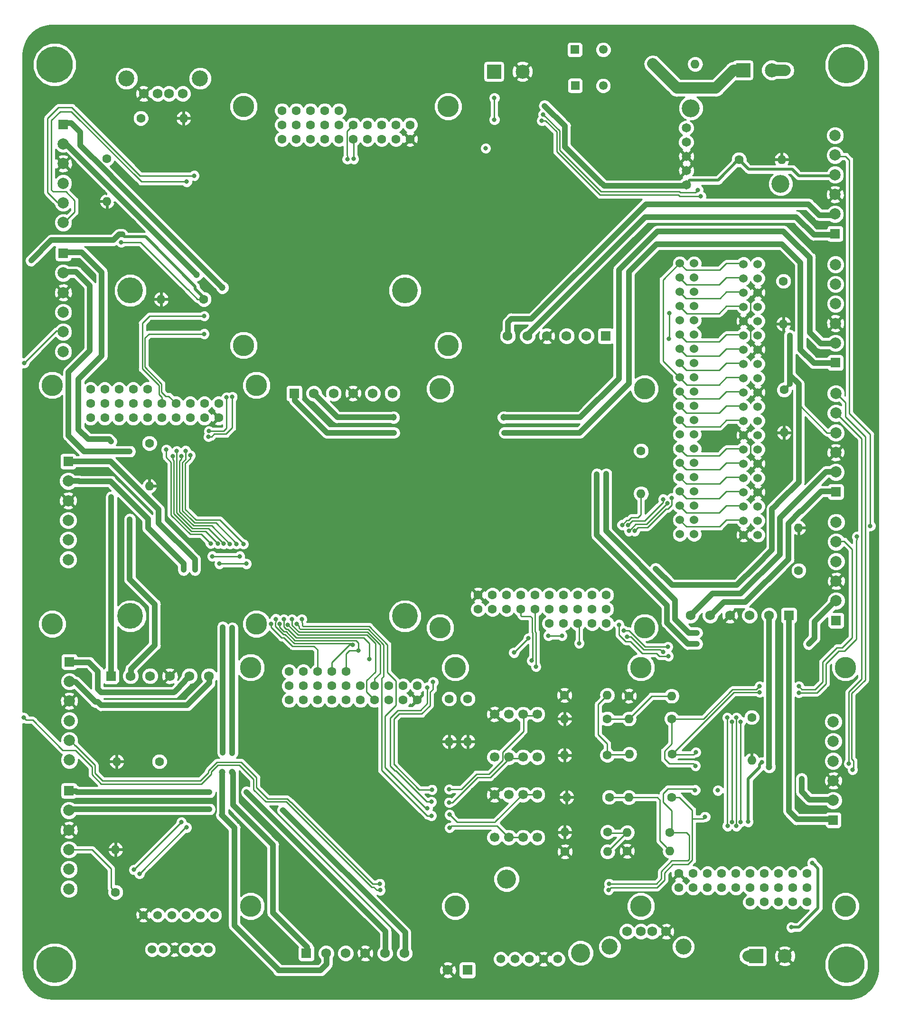
<source format=gbl>
G04 #@! TF.GenerationSoftware,KiCad,Pcbnew,(5.0.2)-1*
G04 #@! TF.CreationDate,2019-04-01T17:39:50-07:00*
G04 #@! TF.ProjectId,Monolithic Board,4d6f6e6f-6c69-4746-9869-6320426f6172,rev?*
G04 #@! TF.SameCoordinates,Original*
G04 #@! TF.FileFunction,Copper,L2,Bot*
G04 #@! TF.FilePolarity,Positive*
%FSLAX46Y46*%
G04 Gerber Fmt 4.6, Leading zero omitted, Abs format (unit mm)*
G04 Created by KiCad (PCBNEW (5.0.2)-1) date 4/1/2019 5:39:50 PM*
%MOMM*%
%LPD*%
G01*
G04 APERTURE LIST*
G04 #@! TA.AperFunction,ComponentPad*
%ADD10C,1.524000*%
G04 #@! TD*
G04 #@! TA.AperFunction,ComponentPad*
%ADD11C,1.700000*%
G04 #@! TD*
G04 #@! TA.AperFunction,ComponentPad*
%ADD12C,1.800000*%
G04 #@! TD*
G04 #@! TA.AperFunction,ComponentPad*
%ADD13R,1.800000X1.800000*%
G04 #@! TD*
G04 #@! TA.AperFunction,WasherPad*
%ADD14C,2.850000*%
G04 #@! TD*
G04 #@! TA.AperFunction,ComponentPad*
%ADD15C,1.750000*%
G04 #@! TD*
G04 #@! TA.AperFunction,ComponentPad*
%ADD16C,1.560000*%
G04 #@! TD*
G04 #@! TA.AperFunction,WasherPad*
%ADD17C,3.400000*%
G04 #@! TD*
G04 #@! TA.AperFunction,ComponentPad*
%ADD18O,1.600000X1.600000*%
G04 #@! TD*
G04 #@! TA.AperFunction,ComponentPad*
%ADD19C,1.600000*%
G04 #@! TD*
G04 #@! TA.AperFunction,ComponentPad*
%ADD20C,2.500000*%
G04 #@! TD*
G04 #@! TA.AperFunction,ComponentPad*
%ADD21R,2.500000X2.500000*%
G04 #@! TD*
G04 #@! TA.AperFunction,ComponentPad*
%ADD22R,1.750000X1.750000*%
G04 #@! TD*
G04 #@! TA.AperFunction,ComponentPad*
%ADD23C,2.000000*%
G04 #@! TD*
G04 #@! TA.AperFunction,WasherPad*
%ADD24C,4.600000*%
G04 #@! TD*
G04 #@! TA.AperFunction,WasherPad*
%ADD25C,3.200000*%
G04 #@! TD*
G04 #@! TA.AperFunction,ComponentPad*
%ADD26C,1.650000*%
G04 #@! TD*
G04 #@! TA.AperFunction,WasherPad*
%ADD27C,3.800000*%
G04 #@! TD*
G04 #@! TA.AperFunction,WasherPad*
%ADD28C,6.500000*%
G04 #@! TD*
G04 #@! TA.AperFunction,ComponentPad*
%ADD29C,1.550000*%
G04 #@! TD*
G04 #@! TA.AperFunction,ComponentPad*
%ADD30R,1.550000X1.550000*%
G04 #@! TD*
G04 #@! TA.AperFunction,ViaPad*
%ADD31C,0.800000*%
G04 #@! TD*
G04 #@! TA.AperFunction,ViaPad*
%ADD32C,1.200000*%
G04 #@! TD*
G04 #@! TA.AperFunction,Conductor*
%ADD33C,0.250000*%
G04 #@! TD*
G04 #@! TA.AperFunction,Conductor*
%ADD34C,1.000000*%
G04 #@! TD*
G04 #@! TA.AperFunction,Conductor*
%ADD35C,0.500000*%
G04 #@! TD*
G04 #@! TA.AperFunction,Conductor*
%ADD36C,2.000000*%
G04 #@! TD*
G04 #@! TA.AperFunction,Conductor*
%ADD37C,0.254000*%
G04 #@! TD*
G04 APERTURE END LIST*
D10*
G04 #@! TO.P,J10,1*
G04 #@! TO.N,+12V*
X22783800Y8547100D03*
G04 #@! TO.P,J10,2*
G04 #@! TO.N,+5V*
X24783800Y8547100D03*
G04 #@! TO.P,J10,3*
G04 #@! TO.N,GND*
X26783800Y8547100D03*
G04 #@! TO.P,J10,4*
G04 #@! TO.N,/TTL_TXD*
X28783800Y8547100D03*
G04 #@! TO.P,J10,5*
G04 #@! TO.N,/TTL_RXD*
X30783800Y8547100D03*
G04 #@! TO.P,J10,6*
G04 #@! TO.N,Net-(J10-Pad6)*
X32783800Y8547100D03*
G04 #@! TD*
D11*
G04 #@! TO.P,U2,8*
G04 #@! TO.N,+5V*
X91465400Y28511500D03*
G04 #@! TO.P,U2,7*
G04 #@! TO.N,/RC5EN2A*
X88925400Y28511500D03*
G04 #@! TO.P,U2,6*
X86385400Y28511500D03*
G04 #@! TO.P,U2,5*
G04 #@! TO.N,Net-(C15-Pad2)*
X83845400Y28511500D03*
G04 #@! TO.P,U2,4*
G04 #@! TO.N,GND*
X83845400Y36131500D03*
G04 #@! TO.P,U2,3*
G04 #@! TO.N,Net-(C13-Pad2)*
X86385400Y36131500D03*
G04 #@! TO.P,U2,2*
G04 #@! TO.N,/RC5EN1A*
X88925400Y36131500D03*
G04 #@! TO.P,U2,1*
X91465400Y36131500D03*
G04 #@! TD*
G04 #@! TO.P,U1,1*
G04 #@! TO.N,/RC4EN1A*
X91465400Y50457100D03*
G04 #@! TO.P,U1,2*
X88925400Y50457100D03*
G04 #@! TO.P,U1,3*
G04 #@! TO.N,Net-(C12-Pad2)*
X86385400Y50457100D03*
G04 #@! TO.P,U1,4*
G04 #@! TO.N,GND*
X83845400Y50457100D03*
G04 #@! TO.P,U1,5*
G04 #@! TO.N,Net-(C14-Pad2)*
X83845400Y42837100D03*
G04 #@! TO.P,U1,6*
G04 #@! TO.N,/RC4EN2A*
X86385400Y42837100D03*
G04 #@! TO.P,U1,7*
X88925400Y42837100D03*
G04 #@! TO.P,U1,8*
G04 #@! TO.N,+5V*
X91465400Y42837100D03*
G04 #@! TD*
D12*
G04 #@! TO.P,J13,2*
G04 #@! TO.N,GND*
X75519400Y4889500D03*
D13*
G04 #@! TO.P,J13,1*
G04 #@! TO.N,+12V*
X79019400Y4889500D03*
G04 #@! TD*
D14*
G04 #@! TO.P,J14,*
G04 #@! TO.N,*
X117542600Y9037500D03*
X104402600Y9037500D03*
D15*
G04 #@! TO.P,J14,4*
G04 #@! TO.N,GND*
X114472600Y11747500D03*
G04 #@! TO.P,J14,3*
G04 #@! TO.N,Net-(J14-Pad3)*
X111972600Y11747500D03*
G04 #@! TO.P,J14,2*
G04 #@! TO.N,Net-(J14-Pad2)*
X109972600Y11747500D03*
G04 #@! TO.P,J14,1*
G04 #@! TO.N,+5V*
X107472600Y11747500D03*
G04 #@! TD*
D16*
G04 #@! TO.P,J11,5*
G04 #@! TO.N,+12V*
X95123000Y6858000D03*
G04 #@! TO.P,J11,4*
G04 #@! TO.N,GND*
X92583000Y6858000D03*
G04 #@! TO.P,J11,3*
G04 #@! TO.N,+BATT*
X90043000Y6858000D03*
G04 #@! TO.P,J11,2*
G04 #@! TO.N,/12REG_EN*
X87503000Y6858000D03*
G04 #@! TO.P,J11,1*
G04 #@! TO.N,/PG*
X84963000Y6858000D03*
D17*
G04 #@! TO.P,J11,*
G04 #@! TO.N,*
X85993000Y21088000D03*
X99193000Y7888000D03*
G04 #@! TD*
D18*
G04 #@! TO.P,C17,2*
G04 #@! TO.N,GND*
X79057500Y45593000D03*
D19*
G04 #@! TO.P,C17,1*
G04 #@! TO.N,+5V*
X79057500Y53213000D03*
G04 #@! TD*
D10*
G04 #@! TO.P,J8,6*
G04 #@! TO.N,/RTS#*
X33909000Y14668500D03*
G04 #@! TO.P,J8,5*
G04 #@! TO.N,/TTL_RXD*
X31369000Y14668500D03*
G04 #@! TO.P,J8,4*
G04 #@! TO.N,/TTL_TXD*
X28829000Y14668500D03*
G04 #@! TO.P,J8,3*
G04 #@! TO.N,Net-(J8-Pad3)*
X26289000Y14668500D03*
G04 #@! TO.P,J8,2*
G04 #@! TO.N,/CTS#*
X23749000Y14668500D03*
G04 #@! TO.P,J8,1*
G04 #@! TO.N,GND*
X21209000Y14668500D03*
G04 #@! TD*
D20*
G04 #@! TO.P,J15,2*
G04 #@! TO.N,GND*
X88836500Y164973000D03*
D21*
G04 #@! TO.P,J15,1*
G04 #@! TO.N,Net-(D1-Pad1)*
X83756500Y164973000D03*
G04 #@! TD*
D15*
G04 #@! TO.P,J5,6*
G04 #@! TO.N,/RC5M2B*
X32930500Y57277000D03*
G04 #@! TO.P,J5,5*
G04 #@! TO.N,/RC5M2A*
X29430500Y57277000D03*
G04 #@! TO.P,J5,4*
G04 #@! TO.N,GND*
X25930500Y57277000D03*
G04 #@! TO.P,J5,3*
G04 #@! TO.N,+BATT*
X22430500Y57277000D03*
G04 #@! TO.P,J5,2*
G04 #@! TO.N,/RC5M1B*
X18930500Y57277000D03*
D22*
G04 #@! TO.P,J5,1*
G04 #@! TO.N,/RC5M1A*
X15430500Y57277000D03*
G04 #@! TD*
D15*
G04 #@! TO.P,J1,6*
G04 #@! TO.N,/RC1M2B*
X118834500Y68072000D03*
G04 #@! TO.P,J1,5*
G04 #@! TO.N,/RC1M2A*
X122334500Y68072000D03*
G04 #@! TO.P,J1,4*
G04 #@! TO.N,GND*
X125834500Y68072000D03*
G04 #@! TO.P,J1,3*
G04 #@! TO.N,+BATT*
X129334500Y68072000D03*
G04 #@! TO.P,J1,2*
G04 #@! TO.N,/RC1M1B*
X132834500Y68072000D03*
D22*
G04 #@! TO.P,J1,1*
G04 #@! TO.N,/RC1M1A*
X136334500Y68072000D03*
G04 #@! TD*
D15*
G04 #@! TO.P,J4,6*
G04 #@! TO.N,/RC4M2B*
X86195500Y117856000D03*
G04 #@! TO.P,J4,5*
G04 #@! TO.N,/RC4M2A*
X89695500Y117856000D03*
G04 #@! TO.P,J4,4*
G04 #@! TO.N,GND*
X93195500Y117856000D03*
G04 #@! TO.P,J4,3*
G04 #@! TO.N,+BATT*
X96695500Y117856000D03*
G04 #@! TO.P,J4,2*
G04 #@! TO.N,/RC4M1B*
X100195500Y117856000D03*
D22*
G04 #@! TO.P,J4,1*
G04 #@! TO.N,/RC4M1A*
X103695500Y117856000D03*
G04 #@! TD*
D23*
G04 #@! TO.P,J17,6*
G04 #@! TO.N,/RC1EN1B*
X144272000Y49123000D03*
G04 #@! TO.P,J17,5*
G04 #@! TO.N,/RC1EN1A*
X144272000Y45623000D03*
G04 #@! TO.P,J17,4*
G04 #@! TO.N,+5V*
X144272000Y42123000D03*
G04 #@! TO.P,J17,3*
G04 #@! TO.N,GND*
X144272000Y38623000D03*
G04 #@! TO.P,J17,2*
G04 #@! TO.N,/RC1M1B*
X144272000Y35123000D03*
D22*
G04 #@! TO.P,J17,1*
G04 #@! TO.N,/RC1M1A*
X144272000Y31623000D03*
G04 #@! TD*
D23*
G04 #@! TO.P,J25,6*
G04 #@! TO.N,Net-(J25-Pad6)*
X6921500Y115088000D03*
G04 #@! TO.P,J25,5*
G04 #@! TO.N,/RC5EN1A_RAW*
X6921500Y118588000D03*
G04 #@! TO.P,J25,4*
G04 #@! TO.N,+5V*
X6921500Y122088000D03*
G04 #@! TO.P,J25,3*
G04 #@! TO.N,GND*
X6921500Y125588000D03*
G04 #@! TO.P,J25,2*
G04 #@! TO.N,/RC5M1B*
X6921500Y129088000D03*
D22*
G04 #@! TO.P,J25,1*
G04 #@! TO.N,/RC5M1A*
X6921500Y132588000D03*
G04 #@! TD*
D23*
G04 #@! TO.P,J21,6*
G04 #@! TO.N,/RC3EN1B*
X7810500Y78004000D03*
G04 #@! TO.P,J21,5*
G04 #@! TO.N,/RC3EN1A*
X7810500Y81504000D03*
G04 #@! TO.P,J21,4*
G04 #@! TO.N,+5V*
X7810500Y85004000D03*
G04 #@! TO.P,J21,3*
G04 #@! TO.N,GND*
X7810500Y88504000D03*
G04 #@! TO.P,J21,2*
G04 #@! TO.N,/RC3M1B*
X7810500Y92004000D03*
D22*
G04 #@! TO.P,J21,1*
G04 #@! TO.N,/RC3M1A*
X7810500Y95504000D03*
G04 #@! TD*
D23*
G04 #@! TO.P,J20,6*
G04 #@! TO.N,/RC2EN2B*
X6921500Y138075000D03*
G04 #@! TO.P,J20,5*
G04 #@! TO.N,/RC2EN2A*
X6921500Y141575000D03*
G04 #@! TO.P,J20,4*
G04 #@! TO.N,+5V*
X6921500Y145075000D03*
G04 #@! TO.P,J20,3*
G04 #@! TO.N,GND*
X6921500Y148575000D03*
G04 #@! TO.P,J20,2*
G04 #@! TO.N,/RC2M2B*
X6921500Y152075000D03*
D22*
G04 #@! TO.P,J20,1*
G04 #@! TO.N,/RC2M2A*
X6921500Y155575000D03*
G04 #@! TD*
D23*
G04 #@! TO.P,J19,6*
G04 #@! TO.N,/RC2EN1B*
X144653000Y130593500D03*
G04 #@! TO.P,J19,5*
G04 #@! TO.N,/RC2EN1A*
X144653000Y127093500D03*
G04 #@! TO.P,J19,4*
G04 #@! TO.N,+5V*
X144653000Y123593500D03*
G04 #@! TO.P,J19,3*
G04 #@! TO.N,GND*
X144653000Y120093500D03*
G04 #@! TO.P,J19,2*
G04 #@! TO.N,/RC2M1B*
X144653000Y116593500D03*
D22*
G04 #@! TO.P,J19,1*
G04 #@! TO.N,/RC2M1A*
X144653000Y113093500D03*
G04 #@! TD*
D23*
G04 #@! TO.P,J24,6*
G04 #@! TO.N,Net-(J24-Pad6)*
X144589500Y153580500D03*
G04 #@! TO.P,J24,5*
G04 #@! TO.N,/RC4EN2A_RAW*
X144589500Y150080500D03*
G04 #@! TO.P,J24,4*
G04 #@! TO.N,+5V*
X144589500Y146580500D03*
G04 #@! TO.P,J24,3*
G04 #@! TO.N,GND*
X144589500Y143080500D03*
G04 #@! TO.P,J24,2*
G04 #@! TO.N,/RC4M2B*
X144589500Y139580500D03*
D22*
G04 #@! TO.P,J24,1*
G04 #@! TO.N,/RC4M2A*
X144589500Y136080500D03*
G04 #@! TD*
D23*
G04 #@! TO.P,J22,6*
G04 #@! TO.N,/RC3EN2B*
X7937500Y19330000D03*
G04 #@! TO.P,J22,5*
G04 #@! TO.N,/RC3EN2A*
X7937500Y22830000D03*
G04 #@! TO.P,J22,4*
G04 #@! TO.N,+5V*
X7937500Y26330000D03*
G04 #@! TO.P,J22,3*
G04 #@! TO.N,GND*
X7937500Y29830000D03*
G04 #@! TO.P,J22,2*
G04 #@! TO.N,/RC3M2B*
X7937500Y33330000D03*
D22*
G04 #@! TO.P,J22,1*
G04 #@! TO.N,/RC3M2A*
X7937500Y36830000D03*
G04 #@! TD*
D23*
G04 #@! TO.P,J18,6*
G04 #@! TO.N,/RC1EN2B*
X144716500Y107606500D03*
G04 #@! TO.P,J18,5*
G04 #@! TO.N,/RC1EN2A*
X144716500Y104106500D03*
G04 #@! TO.P,J18,4*
G04 #@! TO.N,+5V*
X144716500Y100606500D03*
G04 #@! TO.P,J18,3*
G04 #@! TO.N,GND*
X144716500Y97106500D03*
G04 #@! TO.P,J18,2*
G04 #@! TO.N,/RC1M2B*
X144716500Y93606500D03*
D22*
G04 #@! TO.P,J18,1*
G04 #@! TO.N,/RC1M2A*
X144716500Y90106500D03*
G04 #@! TD*
D23*
G04 #@! TO.P,J23,6*
G04 #@! TO.N,Net-(J23-Pad6)*
X144780000Y84683000D03*
G04 #@! TO.P,J23,5*
G04 #@! TO.N,/RC4EN1A_RAW*
X144780000Y81183000D03*
G04 #@! TO.P,J23,4*
G04 #@! TO.N,+5V*
X144780000Y77683000D03*
G04 #@! TO.P,J23,3*
G04 #@! TO.N,GND*
X144780000Y74183000D03*
G04 #@! TO.P,J23,2*
G04 #@! TO.N,/RC4M1B*
X144780000Y70683000D03*
D22*
G04 #@! TO.P,J23,1*
G04 #@! TO.N,/RC4M1A*
X144780000Y67183000D03*
G04 #@! TD*
D14*
G04 #@! TO.P,J12,*
G04 #@! TO.N,*
X18195000Y163746000D03*
X31335000Y163746000D03*
D15*
G04 #@! TO.P,J12,4*
G04 #@! TO.N,GND*
X21265000Y161036000D03*
G04 #@! TO.P,J12,3*
G04 #@! TO.N,Net-(J12-Pad3)*
X23765000Y161036000D03*
G04 #@! TO.P,J12,2*
G04 #@! TO.N,Net-(J12-Pad2)*
X25765000Y161036000D03*
G04 #@! TO.P,J12,1*
G04 #@! TO.N,+5V*
X28265000Y161036000D03*
G04 #@! TD*
D24*
G04 #@! TO.P,M1,*
G04 #@! TO.N,*
X18867000Y67976500D03*
X67867000Y67976500D03*
X67867000Y125976500D03*
X18867000Y125976500D03*
G04 #@! TD*
D25*
G04 #@! TO.P,J9,*
G04 #@! TO.N,*
X134876500Y144955000D03*
X118876500Y158455000D03*
D26*
G04 #@! TO.P,J9,5*
G04 #@! TO.N,+5V*
X118046500Y144765000D03*
G04 #@! TO.P,J9,4*
G04 #@! TO.N,GND*
X118046500Y147305000D03*
G04 #@! TO.P,J9,3*
X118046500Y149845000D03*
G04 #@! TO.P,J9,2*
G04 #@! TO.N,+BATT*
X118046500Y152385000D03*
G04 #@! TO.P,J9,1*
G04 #@! TO.N,/5REG_EN*
X118046500Y154925000D03*
G04 #@! TD*
D10*
G04 #@! TO.P,J7,40*
G04 #@! TO.N,/GPIO21*
X130810000Y82423000D03*
G04 #@! TO.P,J7,39*
G04 #@! TO.N,GND*
X128270000Y82423000D03*
G04 #@! TO.P,J7,38*
G04 #@! TO.N,/GPIO20*
X130810000Y84963000D03*
G04 #@! TO.P,J7,37*
G04 #@! TO.N,/GPIO26*
X128270000Y84963000D03*
G04 #@! TO.P,J7,36*
G04 #@! TO.N,/GPIO16*
X130810000Y87503000D03*
G04 #@! TO.P,J7,35*
G04 #@! TO.N,/GPIO19*
X128270000Y87503000D03*
G04 #@! TO.P,J7,34*
G04 #@! TO.N,GND*
X130810000Y90043000D03*
G04 #@! TO.P,J7,33*
G04 #@! TO.N,/GPIO13*
X128270000Y90043000D03*
G04 #@! TO.P,J7,32*
G04 #@! TO.N,/GPIO12*
X130810000Y92583000D03*
G04 #@! TO.P,J7,31*
G04 #@! TO.N,/GPIO06*
X128270000Y92583000D03*
G04 #@! TO.P,J7,30*
G04 #@! TO.N,GND*
X130810000Y95123000D03*
G04 #@! TO.P,J7,29*
G04 #@! TO.N,/GPIO05*
X128270000Y95123000D03*
G04 #@! TO.P,J7,28*
G04 #@! TO.N,/I2C_ID2*
X130810000Y97663000D03*
G04 #@! TO.P,J7,27*
G04 #@! TO.N,/I2C_ID1*
X128270000Y97663000D03*
G04 #@! TO.P,J7,26*
G04 #@! TO.N,/GPI_CE1_N*
X130810000Y100203000D03*
G04 #@! TO.P,J7,25*
G04 #@! TO.N,GND*
X128270000Y100203000D03*
G04 #@! TO.P,J7,24*
G04 #@! TO.N,/SPI_CEO_N*
X130810000Y102743000D03*
G04 #@! TO.P,J7,23*
G04 #@! TO.N,/SPI_CLK*
X128270000Y102743000D03*
G04 #@! TO.P,J7,22*
G04 #@! TO.N,/GPIO_GEN6*
X130810000Y105283000D03*
G04 #@! TO.P,J7,21*
G04 #@! TO.N,/SPI_MISO*
X128270000Y105283000D03*
G04 #@! TO.P,J7,20*
G04 #@! TO.N,GND*
X130810000Y107823000D03*
G04 #@! TO.P,J7,19*
G04 #@! TO.N,/SPI_MOSI*
X128270000Y107823000D03*
G04 #@! TO.P,J7,18*
G04 #@! TO.N,/GPIO_GEN5*
X130810000Y110363000D03*
G04 #@! TO.P,J7,17*
G04 #@! TO.N,/3.3V*
X128270000Y110363000D03*
G04 #@! TO.P,J7,16*
G04 #@! TO.N,Net-(J7-Pad16)*
X130810000Y112903000D03*
G04 #@! TO.P,J7,15*
G04 #@! TO.N,/GPIO_GEN3*
X128270000Y112903000D03*
G04 #@! TO.P,J7,14*
G04 #@! TO.N,GND*
X130810000Y115443000D03*
G04 #@! TO.P,J7,13*
G04 #@! TO.N,/GPIO_GEN2*
X128270000Y115443000D03*
G04 #@! TO.P,J7,12*
G04 #@! TO.N,/GPIO_GEN1*
X130810000Y117983000D03*
G04 #@! TO.P,J7,11*
G04 #@! TO.N,/GPIO_GEN0*
X128270000Y117983000D03*
G04 #@! TO.P,J7,10*
G04 #@! TO.N,/RXD*
X130810000Y120523000D03*
G04 #@! TO.P,J7,9*
G04 #@! TO.N,GND*
X128270000Y120523000D03*
G04 #@! TO.P,J7,8*
G04 #@! TO.N,/TXD*
X130810000Y123063000D03*
G04 #@! TO.P,J7,7*
G04 #@! TO.N,/GPIO_CLK*
X128270000Y123063000D03*
G04 #@! TO.P,J7,6*
G04 #@! TO.N,GND*
X130810000Y125603000D03*
G04 #@! TO.P,J7,5*
G04 #@! TO.N,/SCL1*
X128270000Y125603000D03*
G04 #@! TO.P,J7,4*
G04 #@! TO.N,/PI_5V*
X130810000Y128143000D03*
G04 #@! TO.P,J7,3*
G04 #@! TO.N,/SDA1*
X128270000Y128143000D03*
G04 #@! TO.P,J7,2*
G04 #@! TO.N,/PI_5V*
X130810000Y130683000D03*
G04 #@! TO.P,J7,1*
G04 #@! TO.N,/3.3V*
X128270000Y130683000D03*
G04 #@! TD*
G04 #@! TO.P,J6,40*
G04 #@! TO.N,/GPIO21*
X119443500Y82540500D03*
G04 #@! TO.P,J6,39*
G04 #@! TO.N,Net-(J6-Pad39)*
X116903500Y82540500D03*
G04 #@! TO.P,J6,38*
G04 #@! TO.N,/GPIO20*
X119443500Y85080500D03*
G04 #@! TO.P,J6,37*
G04 #@! TO.N,/GPIO26*
X116903500Y85080500D03*
G04 #@! TO.P,J6,36*
G04 #@! TO.N,/GPIO16*
X119443500Y87620500D03*
G04 #@! TO.P,J6,35*
G04 #@! TO.N,/GPIO19*
X116903500Y87620500D03*
G04 #@! TO.P,J6,34*
G04 #@! TO.N,Net-(J6-Pad34)*
X119443500Y90160500D03*
G04 #@! TO.P,J6,33*
G04 #@! TO.N,/GPIO13*
X116903500Y90160500D03*
G04 #@! TO.P,J6,32*
G04 #@! TO.N,/GPIO12*
X119443500Y92700500D03*
G04 #@! TO.P,J6,31*
G04 #@! TO.N,/GPIO06*
X116903500Y92700500D03*
G04 #@! TO.P,J6,30*
G04 #@! TO.N,Net-(J6-Pad30)*
X119443500Y95240500D03*
G04 #@! TO.P,J6,29*
G04 #@! TO.N,/GPIO05*
X116903500Y95240500D03*
G04 #@! TO.P,J6,28*
G04 #@! TO.N,/I2C_ID2*
X119443500Y97780500D03*
G04 #@! TO.P,J6,27*
G04 #@! TO.N,/I2C_ID1*
X116903500Y97780500D03*
G04 #@! TO.P,J6,26*
G04 #@! TO.N,/GPI_CE1_N*
X119443500Y100320500D03*
G04 #@! TO.P,J6,25*
G04 #@! TO.N,Net-(J6-Pad25)*
X116903500Y100320500D03*
G04 #@! TO.P,J6,24*
G04 #@! TO.N,/SPI_CEO_N*
X119443500Y102860500D03*
G04 #@! TO.P,J6,23*
G04 #@! TO.N,/SPI_CLK*
X116903500Y102860500D03*
G04 #@! TO.P,J6,22*
G04 #@! TO.N,/GPIO_GEN6*
X119443500Y105400500D03*
G04 #@! TO.P,J6,21*
G04 #@! TO.N,/SPI_MISO*
X116903500Y105400500D03*
G04 #@! TO.P,J6,20*
G04 #@! TO.N,Net-(J6-Pad20)*
X119443500Y107940500D03*
G04 #@! TO.P,J6,19*
G04 #@! TO.N,/SPI_MOSI*
X116903500Y107940500D03*
G04 #@! TO.P,J6,18*
G04 #@! TO.N,/GPIO_GEN5*
X119443500Y110480500D03*
G04 #@! TO.P,J6,17*
G04 #@! TO.N,/3.3V*
X116903500Y110480500D03*
G04 #@! TO.P,J6,16*
G04 #@! TO.N,/E_STOP*
X119443500Y113020500D03*
G04 #@! TO.P,J6,15*
G04 #@! TO.N,/GPIO_GEN3*
X116903500Y113020500D03*
G04 #@! TO.P,J6,14*
G04 #@! TO.N,Net-(J6-Pad14)*
X119443500Y115560500D03*
G04 #@! TO.P,J6,13*
G04 #@! TO.N,/GPIO_GEN2*
X116903500Y115560500D03*
G04 #@! TO.P,J6,12*
G04 #@! TO.N,/GPIO_GEN1*
X119443500Y118100500D03*
G04 #@! TO.P,J6,11*
G04 #@! TO.N,/GPIO_GEN0*
X116903500Y118100500D03*
G04 #@! TO.P,J6,10*
G04 #@! TO.N,/RXD*
X119443500Y120640500D03*
G04 #@! TO.P,J6,9*
G04 #@! TO.N,Net-(J6-Pad9)*
X116903500Y120640500D03*
G04 #@! TO.P,J6,8*
G04 #@! TO.N,/TXD*
X119443500Y123180500D03*
G04 #@! TO.P,J6,7*
G04 #@! TO.N,/GPIO_CLK*
X116903500Y123180500D03*
G04 #@! TO.P,J6,6*
G04 #@! TO.N,Net-(J6-Pad6)*
X119443500Y125720500D03*
G04 #@! TO.P,J6,5*
G04 #@! TO.N,/SCL1*
X116903500Y125720500D03*
G04 #@! TO.P,J6,4*
G04 #@! TO.N,/PI_5V*
X119443500Y128260500D03*
G04 #@! TO.P,J6,3*
G04 #@! TO.N,/SDA1*
X116903500Y128260500D03*
G04 #@! TO.P,J6,2*
G04 #@! TO.N,/PI_5V*
X119443500Y130800500D03*
G04 #@! TO.P,J6,1*
G04 #@! TO.N,/3.3V*
X116903500Y130800500D03*
G04 #@! TD*
D18*
G04 #@! TO.P,C3,2*
G04 #@! TO.N,GND*
X135509000Y100647500D03*
D19*
G04 #@! TO.P,C3,1*
G04 #@! TO.N,+5V*
X135509000Y108267500D03*
G04 #@! TD*
D18*
G04 #@! TO.P,C5,2*
G04 #@! TO.N,GND*
X14732000Y141859000D03*
D19*
G04 #@! TO.P,C5,1*
G04 #@! TO.N,+5V*
X14732000Y149479000D03*
G04 #@! TD*
D18*
G04 #@! TO.P,C4,2*
G04 #@! TO.N,GND*
X135382000Y120015000D03*
D19*
G04 #@! TO.P,C4,1*
G04 #@! TO.N,+5V*
X135382000Y127635000D03*
G04 #@! TD*
D18*
G04 #@! TO.P,C2,2*
G04 #@! TO.N,GND*
X129730500Y42291000D03*
D19*
G04 #@! TO.P,C2,1*
G04 #@! TO.N,+5V*
X129730500Y49911000D03*
G04 #@! TD*
D18*
G04 #@! TO.P,C1,2*
G04 #@! TO.N,GND*
X28384500Y156654500D03*
D19*
G04 #@! TO.P,C1,1*
G04 #@! TO.N,+5V*
X20764500Y156654500D03*
G04 #@! TD*
D23*
G04 #@! TO.P,J26,6*
G04 #@! TO.N,Net-(J26-Pad6)*
X8001000Y42317000D03*
G04 #@! TO.P,J26,5*
G04 #@! TO.N,/RC5EN2A_RAW*
X8001000Y45817000D03*
G04 #@! TO.P,J26,4*
G04 #@! TO.N,+5V*
X8001000Y49317000D03*
G04 #@! TO.P,J26,3*
G04 #@! TO.N,GND*
X8001000Y52817000D03*
G04 #@! TO.P,J26,2*
G04 #@! TO.N,/RC5M2B*
X8001000Y56317000D03*
D22*
G04 #@! TO.P,J26,1*
G04 #@! TO.N,/RC5M2A*
X8001000Y59817000D03*
G04 #@! TD*
D27*
G04 #@! TO.P,RC4,*
G04 #@! TO.N,*
X110617000Y108458000D03*
X74168000Y108458000D03*
X110617000Y65913000D03*
X74168000Y65913000D03*
D19*
G04 #@! TO.P,RC4,25*
G04 #@! TO.N,Net-(RC4-Pad25)*
X103788000Y66643000D03*
G04 #@! TO.P,RC4,24*
G04 #@! TO.N,Net-(RC4-Pad24)*
X101248000Y66643000D03*
G04 #@! TO.P,RC4,23*
G04 #@! TO.N,/E_STOP*
X98708000Y66643000D03*
G04 #@! TO.P,RC4,22*
G04 #@! TO.N,/RXD*
X96168000Y66643000D03*
G04 #@! TO.P,RC4,21*
G04 #@! TO.N,/TXD*
X93628000Y66643000D03*
G04 #@! TO.P,RC4,20*
G04 #@! TO.N,Net-(RC4-Pad20)*
X103788000Y71723000D03*
G04 #@! TO.P,RC4,19*
G04 #@! TO.N,Net-(RC4-Pad19)*
X103788000Y69183000D03*
G04 #@! TO.P,RC4,18*
G04 #@! TO.N,Net-(RC4-Pad18)*
X101248000Y71723000D03*
G04 #@! TO.P,RC4,17*
G04 #@! TO.N,Net-(RC4-Pad17)*
X101248000Y69183000D03*
G04 #@! TO.P,RC4,16*
G04 #@! TO.N,Net-(RC4-Pad16)*
X98708000Y71723000D03*
G04 #@! TO.P,RC4,15*
G04 #@! TO.N,Net-(RC4-Pad15)*
X98708000Y69183000D03*
G04 #@! TO.P,RC4,14*
G04 #@! TO.N,Net-(RC4-Pad14)*
X96168000Y71723000D03*
G04 #@! TO.P,RC4,13*
G04 #@! TO.N,Net-(RC4-Pad13)*
X96168000Y69183000D03*
G04 #@! TO.P,RC4,12*
G04 #@! TO.N,Net-(RC4-Pad12)*
X93628000Y71723000D03*
G04 #@! TO.P,RC4,11*
G04 #@! TO.N,Net-(RC4-Pad11)*
X93628000Y69183000D03*
G04 #@! TO.P,RC4,10*
G04 #@! TO.N,Net-(RC4-Pad10)*
X91088000Y71723000D03*
G04 #@! TO.P,RC4,9*
G04 #@! TO.N,/RC4EN2A*
X91088000Y69183000D03*
G04 #@! TO.P,RC4,8*
G04 #@! TO.N,Net-(RC4-Pad8)*
X88548000Y71723000D03*
G04 #@! TO.P,RC4,7*
G04 #@! TO.N,/RC4EN1A*
X88548000Y69183000D03*
G04 #@! TO.P,RC4,6*
G04 #@! TO.N,Net-(RC4-Pad6)*
X86008000Y71723000D03*
G04 #@! TO.P,RC4,5*
G04 #@! TO.N,Net-(RC4-Pad5)*
X86008000Y69183000D03*
G04 #@! TO.P,RC4,4*
G04 #@! TO.N,Net-(RC4-Pad4)*
X83468000Y71723000D03*
G04 #@! TO.P,RC4,3*
G04 #@! TO.N,Net-(RC4-Pad3)*
X83468000Y69183000D03*
G04 #@! TO.P,RC4,2*
G04 #@! TO.N,GND*
X80928000Y71723000D03*
G04 #@! TO.P,RC4,1*
G04 #@! TO.N,+5V*
X80928000Y69183000D03*
G04 #@! TD*
D18*
G04 #@! TO.P,R8,2*
G04 #@! TO.N,GND*
X96329500Y43180000D03*
D19*
G04 #@! TO.P,R8,1*
G04 #@! TO.N,Net-(C14-Pad2)*
X103949500Y43180000D03*
G04 #@! TD*
D27*
G04 #@! TO.P,RC2,*
G04 #@! TO.N,*
X39116000Y116205000D03*
X75565000Y116205000D03*
X39116000Y158750000D03*
X75565000Y158750000D03*
D19*
G04 #@! TO.P,RC2,25*
G04 #@! TO.N,Net-(RC2-Pad25)*
X45945000Y158020000D03*
G04 #@! TO.P,RC2,24*
G04 #@! TO.N,Net-(RC2-Pad24)*
X48485000Y158020000D03*
G04 #@! TO.P,RC2,23*
G04 #@! TO.N,/E_STOP*
X51025000Y158020000D03*
G04 #@! TO.P,RC2,22*
G04 #@! TO.N,/RXD*
X53565000Y158020000D03*
G04 #@! TO.P,RC2,21*
G04 #@! TO.N,/TXD*
X56105000Y158020000D03*
G04 #@! TO.P,RC2,20*
G04 #@! TO.N,Net-(RC2-Pad20)*
X45945000Y152940000D03*
G04 #@! TO.P,RC2,19*
G04 #@! TO.N,Net-(RC2-Pad19)*
X45945000Y155480000D03*
G04 #@! TO.P,RC2,18*
G04 #@! TO.N,Net-(RC2-Pad18)*
X48485000Y152940000D03*
G04 #@! TO.P,RC2,17*
G04 #@! TO.N,Net-(RC2-Pad17)*
X48485000Y155480000D03*
G04 #@! TO.P,RC2,16*
G04 #@! TO.N,Net-(RC2-Pad16)*
X51025000Y152940000D03*
G04 #@! TO.P,RC2,15*
G04 #@! TO.N,Net-(RC2-Pad15)*
X51025000Y155480000D03*
G04 #@! TO.P,RC2,14*
G04 #@! TO.N,Net-(RC2-Pad14)*
X53565000Y152940000D03*
G04 #@! TO.P,RC2,13*
G04 #@! TO.N,Net-(RC2-Pad13)*
X53565000Y155480000D03*
G04 #@! TO.P,RC2,12*
G04 #@! TO.N,Net-(RC2-Pad12)*
X56105000Y152940000D03*
G04 #@! TO.P,RC2,11*
G04 #@! TO.N,Net-(RC2-Pad11)*
X56105000Y155480000D03*
G04 #@! TO.P,RC2,10*
G04 #@! TO.N,/RC2EN2B*
X58645000Y152940000D03*
G04 #@! TO.P,RC2,9*
G04 #@! TO.N,/RC2EN2A*
X58645000Y155480000D03*
G04 #@! TO.P,RC2,8*
G04 #@! TO.N,/RC2EN1B*
X61185000Y152940000D03*
G04 #@! TO.P,RC2,7*
G04 #@! TO.N,/RC2EN1A*
X61185000Y155480000D03*
G04 #@! TO.P,RC2,6*
G04 #@! TO.N,Net-(RC2-Pad6)*
X63725000Y152940000D03*
G04 #@! TO.P,RC2,5*
G04 #@! TO.N,Net-(RC2-Pad5)*
X63725000Y155480000D03*
G04 #@! TO.P,RC2,4*
G04 #@! TO.N,Net-(RC2-Pad4)*
X66265000Y152940000D03*
G04 #@! TO.P,RC2,3*
G04 #@! TO.N,Net-(RC2-Pad3)*
X66265000Y155480000D03*
G04 #@! TO.P,RC2,2*
G04 #@! TO.N,GND*
X68805000Y152940000D03*
G04 #@! TO.P,RC2,1*
G04 #@! TO.N,+5V*
X68805000Y155480000D03*
G04 #@! TD*
D27*
G04 #@! TO.P,RC1,*
G04 #@! TO.N,*
X146431000Y58801000D03*
X109982000Y58801000D03*
X146431000Y16256000D03*
X109982000Y16256000D03*
D19*
G04 #@! TO.P,RC1,25*
G04 #@! TO.N,Net-(RC1-Pad25)*
X139602000Y16986000D03*
G04 #@! TO.P,RC1,24*
G04 #@! TO.N,Net-(RC1-Pad24)*
X137062000Y16986000D03*
G04 #@! TO.P,RC1,23*
G04 #@! TO.N,/E_STOP*
X134522000Y16986000D03*
G04 #@! TO.P,RC1,22*
G04 #@! TO.N,/RXD*
X131982000Y16986000D03*
G04 #@! TO.P,RC1,21*
G04 #@! TO.N,/TXD*
X129442000Y16986000D03*
G04 #@! TO.P,RC1,20*
G04 #@! TO.N,Net-(RC1-Pad20)*
X139602000Y22066000D03*
G04 #@! TO.P,RC1,19*
G04 #@! TO.N,Net-(RC1-Pad19)*
X139602000Y19526000D03*
G04 #@! TO.P,RC1,18*
G04 #@! TO.N,Net-(RC1-Pad18)*
X137062000Y22066000D03*
G04 #@! TO.P,RC1,17*
G04 #@! TO.N,Net-(RC1-Pad17)*
X137062000Y19526000D03*
G04 #@! TO.P,RC1,16*
G04 #@! TO.N,Net-(RC1-Pad16)*
X134522000Y22066000D03*
G04 #@! TO.P,RC1,15*
G04 #@! TO.N,Net-(RC1-Pad15)*
X134522000Y19526000D03*
G04 #@! TO.P,RC1,14*
G04 #@! TO.N,Net-(RC1-Pad14)*
X131982000Y22066000D03*
G04 #@! TO.P,RC1,13*
G04 #@! TO.N,Net-(RC1-Pad13)*
X131982000Y19526000D03*
G04 #@! TO.P,RC1,12*
G04 #@! TO.N,Net-(RC1-Pad12)*
X129442000Y22066000D03*
G04 #@! TO.P,RC1,11*
G04 #@! TO.N,Net-(RC1-Pad11)*
X129442000Y19526000D03*
G04 #@! TO.P,RC1,10*
G04 #@! TO.N,/RC1EN2B*
X126902000Y22066000D03*
G04 #@! TO.P,RC1,9*
G04 #@! TO.N,/RC1EN2A*
X126902000Y19526000D03*
G04 #@! TO.P,RC1,8*
G04 #@! TO.N,/RC1EN1B*
X124362000Y22066000D03*
G04 #@! TO.P,RC1,7*
G04 #@! TO.N,/RC1EN1A*
X124362000Y19526000D03*
G04 #@! TO.P,RC1,6*
G04 #@! TO.N,Net-(RC1-Pad6)*
X121822000Y22066000D03*
G04 #@! TO.P,RC1,5*
G04 #@! TO.N,Net-(RC1-Pad5)*
X121822000Y19526000D03*
G04 #@! TO.P,RC1,4*
G04 #@! TO.N,Net-(RC1-Pad4)*
X119282000Y22066000D03*
G04 #@! TO.P,RC1,3*
G04 #@! TO.N,Net-(RC1-Pad3)*
X119282000Y19526000D03*
G04 #@! TO.P,RC1,2*
G04 #@! TO.N,GND*
X116742000Y22066000D03*
G04 #@! TO.P,RC1,1*
G04 #@! TO.N,+5V*
X116742000Y19526000D03*
G04 #@! TD*
D18*
G04 #@! TO.P,C10,2*
G04 #@! TO.N,GND*
X24384000Y124396500D03*
D19*
G04 #@! TO.P,C10,1*
G04 #@! TO.N,+5V*
X32004000Y124396500D03*
G04 #@! TD*
D18*
G04 #@! TO.P,C9,2*
G04 #@! TO.N,GND*
X135064500Y149288500D03*
D19*
G04 #@! TO.P,C9,1*
G04 #@! TO.N,+5V*
X127444500Y149288500D03*
G04 #@! TD*
D18*
G04 #@! TO.P,C8,2*
G04 #@! TO.N,GND*
X138099800Y83680300D03*
D19*
G04 #@! TO.P,C8,1*
G04 #@! TO.N,+5V*
X138099800Y76060300D03*
G04 #@! TD*
D18*
G04 #@! TO.P,C7,2*
G04 #@! TO.N,GND*
X16256000Y26352500D03*
D19*
G04 #@! TO.P,C7,1*
G04 #@! TO.N,+5V*
X16256000Y18732500D03*
G04 #@! TD*
D18*
G04 #@! TO.P,C6,2*
G04 #@! TO.N,GND*
X22288500Y91122500D03*
D19*
G04 #@! TO.P,C6,1*
G04 #@! TO.N,+5V*
X22288500Y98742500D03*
G04 #@! TD*
D18*
G04 #@! TO.P,C12,2*
G04 #@! TO.N,Net-(C12-Pad2)*
X115443000Y53721000D03*
D19*
G04 #@! TO.P,C12,1*
G04 #@! TO.N,GND*
X107823000Y53721000D03*
G04 #@! TD*
D18*
G04 #@! TO.P,C13,2*
G04 #@! TO.N,Net-(C13-Pad2)*
X115125500Y26098500D03*
D19*
G04 #@! TO.P,C13,1*
G04 #@! TO.N,GND*
X107505500Y26098500D03*
G04 #@! TD*
D18*
G04 #@! TO.P,C14,2*
G04 #@! TO.N,Net-(C14-Pad2)*
X103949500Y53848000D03*
D19*
G04 #@! TO.P,C14,1*
G04 #@! TO.N,GND*
X96329500Y53848000D03*
G04 #@! TD*
D18*
G04 #@! TO.P,C15,2*
G04 #@! TO.N,Net-(C15-Pad2)*
X104013000Y25971500D03*
D19*
G04 #@! TO.P,C15,1*
G04 #@! TO.N,GND*
X96393000Y25971500D03*
G04 #@! TD*
D18*
G04 #@! TO.P,C11,2*
G04 #@! TO.N,GND*
X16446500Y42037000D03*
D19*
G04 #@! TO.P,C11,1*
G04 #@! TO.N,+5V*
X24066500Y42037000D03*
G04 #@! TD*
D18*
G04 #@! TO.P,C16,2*
G04 #@! TO.N,GND*
X75755500Y45593000D03*
D19*
G04 #@! TO.P,C16,1*
G04 #@! TO.N,+5V*
X75755500Y53213000D03*
G04 #@! TD*
D18*
G04 #@! TO.P,R10,2*
G04 #@! TO.N,GND*
X96393000Y29464000D03*
D19*
G04 #@! TO.P,R10,1*
G04 #@! TO.N,Net-(C15-Pad2)*
X104013000Y29464000D03*
G04 #@! TD*
D27*
G04 #@! TO.P,RC3,*
G04 #@! TO.N,*
X40386000Y16256000D03*
X76835000Y16256000D03*
X40386000Y58801000D03*
X76835000Y58801000D03*
D19*
G04 #@! TO.P,RC3,25*
G04 #@! TO.N,Net-(RC3-Pad25)*
X47215000Y58071000D03*
G04 #@! TO.P,RC3,24*
G04 #@! TO.N,Net-(RC3-Pad24)*
X49755000Y58071000D03*
G04 #@! TO.P,RC3,23*
G04 #@! TO.N,/E_STOP*
X52295000Y58071000D03*
G04 #@! TO.P,RC3,22*
G04 #@! TO.N,/RXD*
X54835000Y58071000D03*
G04 #@! TO.P,RC3,21*
G04 #@! TO.N,/TXD*
X57375000Y58071000D03*
G04 #@! TO.P,RC3,20*
G04 #@! TO.N,Net-(RC3-Pad20)*
X47215000Y52991000D03*
G04 #@! TO.P,RC3,19*
G04 #@! TO.N,Net-(RC3-Pad19)*
X47215000Y55531000D03*
G04 #@! TO.P,RC3,18*
G04 #@! TO.N,Net-(RC3-Pad18)*
X49755000Y52991000D03*
G04 #@! TO.P,RC3,17*
G04 #@! TO.N,Net-(RC3-Pad17)*
X49755000Y55531000D03*
G04 #@! TO.P,RC3,16*
G04 #@! TO.N,Net-(RC3-Pad16)*
X52295000Y52991000D03*
G04 #@! TO.P,RC3,15*
G04 #@! TO.N,Net-(RC3-Pad15)*
X52295000Y55531000D03*
G04 #@! TO.P,RC3,14*
G04 #@! TO.N,Net-(RC3-Pad14)*
X54835000Y52991000D03*
G04 #@! TO.P,RC3,13*
G04 #@! TO.N,Net-(RC3-Pad13)*
X54835000Y55531000D03*
G04 #@! TO.P,RC3,12*
G04 #@! TO.N,Net-(RC3-Pad12)*
X57375000Y52991000D03*
G04 #@! TO.P,RC3,11*
G04 #@! TO.N,Net-(RC3-Pad11)*
X57375000Y55531000D03*
G04 #@! TO.P,RC3,10*
G04 #@! TO.N,/RC3EN2B*
X59915000Y52991000D03*
G04 #@! TO.P,RC3,9*
G04 #@! TO.N,/RC3EN2A*
X59915000Y55531000D03*
G04 #@! TO.P,RC3,8*
G04 #@! TO.N,/RC3EN1B*
X62455000Y52991000D03*
G04 #@! TO.P,RC3,7*
G04 #@! TO.N,/RC3EN1A*
X62455000Y55531000D03*
G04 #@! TO.P,RC3,6*
G04 #@! TO.N,Net-(RC3-Pad6)*
X64995000Y52991000D03*
G04 #@! TO.P,RC3,5*
G04 #@! TO.N,Net-(RC3-Pad5)*
X64995000Y55531000D03*
G04 #@! TO.P,RC3,4*
G04 #@! TO.N,Net-(RC3-Pad4)*
X67535000Y52991000D03*
G04 #@! TO.P,RC3,3*
G04 #@! TO.N,Net-(RC3-Pad3)*
X67535000Y55531000D03*
G04 #@! TO.P,RC3,2*
G04 #@! TO.N,GND*
X70075000Y52991000D03*
G04 #@! TO.P,RC3,1*
G04 #@! TO.N,+5V*
X70075000Y55531000D03*
G04 #@! TD*
D27*
G04 #@! TO.P,RC5,*
G04 #@! TO.N,*
X4953000Y66548000D03*
X41402000Y66548000D03*
X4953000Y109093000D03*
X41402000Y109093000D03*
D19*
G04 #@! TO.P,RC5,25*
G04 #@! TO.N,Net-(RC5-Pad25)*
X11782000Y108363000D03*
G04 #@! TO.P,RC5,24*
G04 #@! TO.N,Net-(RC5-Pad24)*
X14322000Y108363000D03*
G04 #@! TO.P,RC5,23*
G04 #@! TO.N,/E_STOP*
X16862000Y108363000D03*
G04 #@! TO.P,RC5,22*
G04 #@! TO.N,/RXD*
X19402000Y108363000D03*
G04 #@! TO.P,RC5,21*
G04 #@! TO.N,/TXD*
X21942000Y108363000D03*
G04 #@! TO.P,RC5,20*
G04 #@! TO.N,Net-(RC5-Pad20)*
X11782000Y103283000D03*
G04 #@! TO.P,RC5,19*
G04 #@! TO.N,Net-(RC5-Pad19)*
X11782000Y105823000D03*
G04 #@! TO.P,RC5,18*
G04 #@! TO.N,Net-(RC5-Pad18)*
X14322000Y103283000D03*
G04 #@! TO.P,RC5,17*
G04 #@! TO.N,Net-(RC5-Pad17)*
X14322000Y105823000D03*
G04 #@! TO.P,RC5,16*
G04 #@! TO.N,Net-(RC5-Pad16)*
X16862000Y103283000D03*
G04 #@! TO.P,RC5,15*
G04 #@! TO.N,Net-(RC5-Pad15)*
X16862000Y105823000D03*
G04 #@! TO.P,RC5,14*
G04 #@! TO.N,Net-(RC5-Pad14)*
X19402000Y103283000D03*
G04 #@! TO.P,RC5,13*
G04 #@! TO.N,Net-(RC5-Pad13)*
X19402000Y105823000D03*
G04 #@! TO.P,RC5,12*
G04 #@! TO.N,Net-(RC5-Pad12)*
X21942000Y103283000D03*
G04 #@! TO.P,RC5,11*
G04 #@! TO.N,Net-(RC5-Pad11)*
X21942000Y105823000D03*
G04 #@! TO.P,RC5,10*
G04 #@! TO.N,Net-(RC5-Pad10)*
X24482000Y103283000D03*
G04 #@! TO.P,RC5,9*
G04 #@! TO.N,/RC5EN2A*
X24482000Y105823000D03*
G04 #@! TO.P,RC5,8*
G04 #@! TO.N,Net-(RC5-Pad8)*
X27022000Y103283000D03*
G04 #@! TO.P,RC5,7*
G04 #@! TO.N,/RC5EN1A*
X27022000Y105823000D03*
G04 #@! TO.P,RC5,6*
G04 #@! TO.N,Net-(RC5-Pad6)*
X29562000Y103283000D03*
G04 #@! TO.P,RC5,5*
G04 #@! TO.N,Net-(RC5-Pad5)*
X29562000Y105823000D03*
G04 #@! TO.P,RC5,4*
G04 #@! TO.N,Net-(RC5-Pad4)*
X32102000Y103283000D03*
G04 #@! TO.P,RC5,3*
G04 #@! TO.N,Net-(RC5-Pad3)*
X32102000Y105823000D03*
G04 #@! TO.P,RC5,2*
G04 #@! TO.N,GND*
X34642000Y103283000D03*
G04 #@! TO.P,RC5,1*
G04 #@! TO.N,+5V*
X34642000Y105823000D03*
G04 #@! TD*
D28*
G04 #@! TO.P,MH1,*
G04 #@! TO.N,*
X5379600Y5849600D03*
G04 #@! TD*
G04 #@! TO.P,MH2,*
G04 #@! TO.N,*
X5379600Y166227500D03*
G04 #@! TD*
G04 #@! TO.P,MH3,*
G04 #@! TO.N,*
X146620400Y166140400D03*
G04 #@! TD*
G04 #@! TO.P,MH4,*
G04 #@! TO.N,*
X146602000Y5849600D03*
G04 #@! TD*
D29*
G04 #@! TO.P,D1,2*
G04 #@! TO.N,Net-(D1-Pad2)*
X103234500Y162458400D03*
D30*
G04 #@! TO.P,D1,1*
G04 #@! TO.N,Net-(D1-Pad1)*
X98234500Y162458400D03*
G04 #@! TD*
D29*
G04 #@! TO.P,F1,2*
G04 #@! TO.N,Net-(D1-Pad2)*
X103251000Y168871900D03*
D30*
G04 #@! TO.P,F1,1*
G04 #@! TO.N,Net-(D1-Pad1)*
X98171000Y168871900D03*
G04 #@! TD*
D20*
G04 #@! TO.P,J16,2*
G04 #@! TO.N,+BATT*
X133286500Y165227000D03*
D21*
G04 #@! TO.P,J16,1*
G04 #@! TO.N,Net-(D1-Pad2)*
X128206500Y165227000D03*
G04 #@! TD*
D20*
G04 #@! TO.P,J16,2*
G04 #@! TO.N,GND*
X135636000Y7366000D03*
D21*
G04 #@! TO.P,J16,1*
G04 #@! TO.N,+BATT*
X130556000Y7366000D03*
G04 #@! TD*
D18*
G04 #@! TO.P,R2,2*
G04 #@! TO.N,+BATT*
X119634000Y166306500D03*
D19*
G04 #@! TO.P,R2,1*
G04 #@! TO.N,Net-(D1-Pad2)*
X112014000Y166306500D03*
G04 #@! TD*
D18*
G04 #@! TO.P,R1,2*
G04 #@! TO.N,+5V*
X109982000Y89789000D03*
D19*
G04 #@! TO.P,R1,1*
G04 #@! TO.N,/RXD*
X109982000Y97409000D03*
G04 #@! TD*
D18*
G04 #@! TO.P,R6,2*
G04 #@! TO.N,GND*
X96710500Y35687000D03*
D19*
G04 #@! TO.P,R6,1*
G04 #@! TO.N,Net-(C13-Pad2)*
X104330500Y35687000D03*
G04 #@! TD*
D18*
G04 #@! TO.P,R7,2*
G04 #@! TO.N,Net-(C14-Pad2)*
X107886500Y43370500D03*
D19*
G04 #@! TO.P,R7,1*
G04 #@! TO.N,/RC4EN2A_RAW*
X115506500Y43370500D03*
G04 #@! TD*
D18*
G04 #@! TO.P,R9,2*
G04 #@! TO.N,Net-(C15-Pad2)*
X107505500Y29400500D03*
D19*
G04 #@! TO.P,R9,1*
G04 #@! TO.N,/RC5EN2A_RAW*
X115125500Y29400500D03*
G04 #@! TD*
D18*
G04 #@! TO.P,R5,2*
G04 #@! TO.N,Net-(C13-Pad2)*
X107823000Y35623500D03*
D19*
G04 #@! TO.P,R5,1*
G04 #@! TO.N,/RC5EN1A_RAW*
X115443000Y35623500D03*
G04 #@! TD*
D18*
G04 #@! TO.P,R4,2*
G04 #@! TO.N,GND*
X96329500Y49657000D03*
D19*
G04 #@! TO.P,R4,1*
G04 #@! TO.N,Net-(C12-Pad2)*
X103949500Y49657000D03*
G04 #@! TD*
D18*
G04 #@! TO.P,R3,2*
G04 #@! TO.N,Net-(C12-Pad2)*
X107823000Y49657000D03*
D19*
G04 #@! TO.P,R3,1*
G04 #@! TO.N,/RC4EN1A_RAW*
X115443000Y49657000D03*
G04 #@! TD*
D15*
G04 #@! TO.P,J3,6*
G04 #@! TO.N,/RC3M2B*
X67792000Y7874000D03*
G04 #@! TO.P,J3,5*
G04 #@! TO.N,/RC3M2A*
X64292000Y7874000D03*
G04 #@! TO.P,J3,4*
G04 #@! TO.N,GND*
X60792000Y7874000D03*
G04 #@! TO.P,J3,3*
G04 #@! TO.N,+BATT*
X57292000Y7874000D03*
G04 #@! TO.P,J3,2*
G04 #@! TO.N,/RC3M1B*
X53792000Y7874000D03*
D22*
G04 #@! TO.P,J3,1*
G04 #@! TO.N,/RC3M1A*
X50292000Y7874000D03*
G04 #@! TD*
D15*
G04 #@! TO.P,J2,6*
G04 #@! TO.N,/RC2M2B*
X65633000Y107632500D03*
G04 #@! TO.P,J2,5*
G04 #@! TO.N,/RC2M2A*
X62133000Y107632500D03*
G04 #@! TO.P,J2,4*
G04 #@! TO.N,GND*
X58633000Y107632500D03*
G04 #@! TO.P,J2,3*
G04 #@! TO.N,+BATT*
X55133000Y107632500D03*
G04 #@! TO.P,J2,2*
G04 #@! TO.N,/RC2M1B*
X51633000Y107632500D03*
D22*
G04 #@! TO.P,J2,1*
G04 #@! TO.N,/RC2M1A*
X48133000Y107632500D03*
G04 #@! TD*
D31*
G04 #@! TO.N,/RC1M1B*
X138620500Y38989000D03*
D32*
X132834500Y41092000D03*
D31*
G04 #@! TO.N,/RC1EN2B*
X147701000Y40576500D03*
G04 #@! TO.N,/RC1EN2A*
X147066000Y41656000D03*
D32*
G04 #@! TO.N,/RC2M2B*
X30734000Y128778000D03*
G04 #@! TO.N,/RC2M2A*
X35306000Y126492000D03*
G04 #@! TO.N,/RC2M1B*
X65811400Y103352600D03*
X85483700Y103352600D03*
D31*
G04 #@! TO.N,/RC2M1A*
X85598000Y100609400D03*
X65913000Y100609400D03*
G04 #@! TO.N,/RC2EN1A*
X120142000Y143891000D03*
X92519500Y157353000D03*
G04 #@! TO.N,/RC2EN2A*
X30289500Y146431000D03*
X57594500Y149352000D03*
G04 #@! TO.N,/RC2EN2B*
X28956000Y145351500D03*
X58737500Y149415500D03*
G04 #@! TO.N,/RC2EN1B*
X120650000Y142748000D03*
X92265500Y156210000D03*
G04 #@! TO.N,/RC4EN1A_RAW*
X138112500Y55435500D03*
X131127500Y55435500D03*
X119697500Y41275000D03*
G04 #@! TO.N,Net-(T2-Pad1)*
X82270600Y151307800D03*
G04 #@! TO.N,Net-(T14-Pad1)*
X123698000Y36893500D03*
G04 #@! TO.N,GND*
X89382600Y12979400D03*
G04 #@! TO.N,/RC5EN1A_RAW*
X-63500Y113030000D03*
X-127000Y49847500D03*
X63436500Y19113500D03*
X104203500Y19177000D03*
X121412000Y32194500D03*
G04 #@! TO.N,/RC4EN2A_RAW*
X150876000Y84010500D03*
X148463000Y82105500D03*
X138112500Y54292500D03*
X131127500Y54356000D03*
X119761000Y43688000D03*
G04 #@! TO.N,/RC5EN2A_RAW*
X63373000Y20256500D03*
X104267000Y20256500D03*
X119634000Y36957000D03*
G04 #@! TO.N,/RXD*
X95885000Y64452500D03*
X93472000Y64452500D03*
X58547000Y62801500D03*
X106870500Y65341500D03*
X114744500Y62484000D03*
X26453000Y96451071D03*
X34485650Y80884544D03*
X44815000Y67437000D03*
X127000000Y49847500D03*
X127000000Y30543500D03*
X107696000Y84201000D03*
X113919000Y88773000D03*
G04 #@! TO.N,+5V*
X89916000Y64008000D03*
X87312500Y61441500D03*
X106045000Y66421000D03*
X114871500Y60806500D03*
X61531500Y60261500D03*
X17462500Y135953500D03*
X92773500Y158877000D03*
X1206500Y131318000D03*
X28003500Y96456500D03*
X36661629Y80799097D03*
X46265000Y67373500D03*
X125349000Y49847500D03*
X125412500Y30543500D03*
X131508500Y41910000D03*
X129095500Y31305500D03*
X140525500Y24003000D03*
X136779000Y12509500D03*
X136525000Y117983000D03*
X112585500Y76390500D03*
X133350000Y79756000D03*
X106616500Y84201000D03*
X17272000Y134556500D03*
G04 #@! TO.N,/TXD*
X115062000Y121920000D03*
X114935000Y117348000D03*
X59563000Y61849000D03*
X107479000Y64298403D03*
X113919000Y61531500D03*
X27178000Y97345500D03*
X35560000Y80835500D03*
X45540000Y66548000D03*
X126174500Y31242000D03*
X126174500Y49085500D03*
X107823000Y83121500D03*
X114681000Y88074500D03*
G04 #@! TO.N,/RC4EN1A*
X72898000Y56197500D03*
X72707500Y37020500D03*
X75755500Y37084000D03*
X90487500Y60007500D03*
G04 #@! TO.N,/RC4EN2A*
X71882000Y55245000D03*
X72580500Y34861500D03*
X75755500Y34734500D03*
X91249500Y58928000D03*
G04 #@! TO.N,/RC3EN1B*
X39560500Y77279500D03*
X34798000Y77279500D03*
X46990000Y66421000D03*
G04 #@! TO.N,/RC3EN2B*
X20510500Y22034500D03*
X28892500Y30289500D03*
G04 #@! TO.N,/RC3EN2A*
X28003500Y31242000D03*
X19528000Y22766500D03*
G04 #@! TO.N,/RC3EN1A*
X38417500Y78613000D03*
X33528000Y78613000D03*
X47715000Y67373500D03*
G04 #@! TO.N,/RC5EN2A*
X29591000Y96583500D03*
X39052500Y80772000D03*
X37065461Y107005247D03*
X32816304Y99904443D03*
X49466500Y67373500D03*
X75819000Y30226000D03*
X71882000Y33718500D03*
X32067500Y121412000D03*
G04 #@! TO.N,/RC5EN1A*
X28728500Y97409000D03*
X37846000Y80772000D03*
X36068000Y106934000D03*
X32893000Y100901500D03*
X48577500Y66548000D03*
X72580500Y32385000D03*
X75819000Y32575500D03*
X32067500Y118237000D03*
G04 #@! TO.N,/RC5M1A*
X15494000Y89154000D03*
X15494000Y99060000D03*
G04 #@! TO.N,/RC4M1B*
X139890500Y62992000D03*
X119951500Y62992000D03*
X102108000Y93218000D03*
G04 #@! TO.N,/RC4M1A*
X119951500Y64960500D03*
X103759000Y93281500D03*
G04 #@! TO.N,/RC3M2A*
X39624000Y36576000D03*
X33020000Y36576000D03*
G04 #@! TO.N,/RC3M2B*
X45974000Y33401000D03*
X33020000Y33528000D03*
D32*
G04 #@! TO.N,/RC3M1B*
X35306000Y40132000D03*
D31*
X35306000Y43561000D03*
X28384500Y76200000D03*
X35369500Y65976500D03*
D32*
G04 #@! TO.N,/RC3M1A*
X37084000Y40132000D03*
D31*
X37084000Y43561000D03*
X37020500Y65913000D03*
X30416500Y76200000D03*
G04 #@! TO.N,/RC5M1B*
X18796000Y85217000D03*
X18796000Y97282000D03*
G04 #@! TO.N,Net-(D1-Pad1)*
X83820000Y160274000D03*
X83820000Y156400500D03*
G04 #@! TO.N,/E_STOP*
X98933000Y63119000D03*
X25310000Y97599500D03*
X33210500Y80899000D03*
X44005500Y66548000D03*
X127762000Y49149000D03*
X127762000Y31242000D03*
X115443000Y88963500D03*
X108836194Y83109388D03*
G04 #@! TD*
D33*
G04 #@! TO.N,/RC1M1A*
X143655000Y31750000D02*
X144780000Y31750000D01*
D34*
X137795000Y31750000D02*
X143655000Y31750000D01*
X136334500Y68008500D02*
X136334500Y33210500D01*
X136334500Y33210500D02*
X137795000Y31750000D01*
G04 #@! TO.N,/RC1M1B*
X132834500Y41092000D02*
X132834500Y68008500D01*
D33*
X143365787Y35250000D02*
X143358287Y35242500D01*
D34*
X144780000Y35250000D02*
X143365787Y35250000D01*
X143358287Y35242500D02*
X140017500Y35242500D01*
X140017500Y35242500D02*
X138620500Y36639500D01*
X138620500Y36639500D02*
X138620500Y38989000D01*
D33*
G04 #@! TO.N,/RC1EN2B*
X144780000Y107670000D02*
X146431000Y106019000D01*
X146431000Y106019000D02*
X146431000Y103505000D01*
X146431000Y103505000D02*
X149987000Y99949000D01*
X149987000Y99949000D02*
X149987000Y56578500D01*
X147574000Y54165500D02*
X147574000Y53594000D01*
X149987000Y56578500D02*
X147574000Y54165500D01*
X147574000Y53594000D02*
X147574000Y42481500D01*
X147574000Y42481500D02*
X147891500Y42164000D01*
X147891500Y42164000D02*
X147891500Y40767000D01*
X147891500Y40767000D02*
X147701000Y40576500D01*
G04 #@! TO.N,/RC1EN2A*
X147066000Y41656000D02*
X147066000Y54419500D01*
X147066000Y54419500D02*
X149352000Y56705500D01*
X149352000Y99598000D02*
X144780000Y104170000D01*
X149352000Y56705500D02*
X149352000Y99598000D01*
G04 #@! TO.N,/RC1M2B*
X119709499Y68883499D02*
X119709499Y68909499D01*
D34*
X118834500Y68008500D02*
X119709499Y68883499D01*
X119709499Y68909499D02*
X122745500Y71945500D01*
X143009500Y93670000D02*
X144780000Y93670000D01*
X137033000Y87693500D02*
X143009500Y93670000D01*
X122745500Y71945500D02*
X127762000Y71945500D01*
X127762000Y71945500D02*
X134747000Y78930500D01*
X134747000Y85407500D02*
X137033000Y87693500D01*
X134747000Y78930500D02*
X134747000Y85407500D01*
G04 #@! TO.N,/RC1M2A*
X142113000Y90170000D02*
X144780000Y90170000D01*
X138557000Y86614000D02*
X142113000Y90170000D01*
D33*
X123209499Y68883499D02*
X123239499Y68883499D01*
D34*
X122334500Y68008500D02*
X123209499Y68883499D01*
X123239499Y68883499D02*
X124777500Y70421500D01*
X124777500Y70421500D02*
X128206500Y70421500D01*
D33*
X128206500Y70421500D02*
X128587500Y70421500D01*
D34*
X128587500Y70421500D02*
X136271000Y78105000D01*
X136271000Y78105000D02*
X136271000Y84455000D01*
D33*
X138430000Y86614000D02*
X138557000Y86614000D01*
D34*
X136271000Y84455000D02*
X138430000Y86614000D01*
G04 #@! TO.N,/RC2M2B*
X14986000Y144526000D02*
X20320000Y139192000D01*
X20320000Y139192000D02*
X30734000Y128778000D01*
X14986000Y144526000D02*
X13335000Y146177000D01*
X13335000Y146177000D02*
X9906000Y149606000D01*
X9898500Y149606000D02*
X7239000Y152265500D01*
D33*
X9906000Y149606000D02*
X9898500Y149606000D01*
G04 #@! TO.N,/RC2M2A*
X16637000Y145161000D02*
X16637000Y145542000D01*
D34*
X35306000Y126492000D02*
X16637000Y145161000D01*
X16637000Y145161000D02*
X14414500Y147383500D01*
X8364000Y155765500D02*
X9969500Y154160000D01*
X7239000Y155765500D02*
X8364000Y155765500D01*
X9969500Y151828500D02*
X14414500Y147383500D01*
X9969500Y154160000D02*
X9969500Y151828500D01*
G04 #@! TO.N,/RC2M1B*
X51760000Y107442000D02*
X55824000Y103378000D01*
X142042000Y116530000D02*
X144780000Y116530000D01*
X136652000Y135255000D02*
X140081000Y131826000D01*
X140081000Y131826000D02*
X140081000Y118491000D01*
X140081000Y118491000D02*
X142042000Y116530000D01*
X112903000Y136525000D02*
X106463000Y130085000D01*
X136652000Y135255000D02*
X135382000Y136525000D01*
X135382000Y136525000D02*
X112903000Y136525000D01*
X55824000Y103378000D02*
X65786000Y103378000D01*
D33*
X65786000Y103378000D02*
X65811400Y103352600D01*
X85496400Y103339900D02*
X85483700Y103352600D01*
D34*
X99123500Y103339900D02*
X85496400Y103339900D01*
D33*
X99123500Y103339900D02*
X99148900Y103339900D01*
D34*
X106045000Y110261400D02*
X99123500Y103339900D01*
X106463000Y130085000D02*
X106045000Y129667000D01*
X106045000Y129667000D02*
X106045000Y110261400D01*
G04 #@! TO.N,/RC2M1A*
X48260000Y106317000D02*
X52596000Y101981000D01*
X48260000Y107442000D02*
X48260000Y106317000D01*
X140843000Y113030000D02*
X144780000Y113030000D01*
X107823000Y129286000D02*
X112776000Y134239000D01*
X112776000Y134239000D02*
X135128000Y134239000D01*
X138430000Y130937000D02*
X138430000Y115443000D01*
X135128000Y134239000D02*
X138430000Y130937000D01*
X138430000Y115443000D02*
X140843000Y113030000D01*
D33*
X52710300Y101866700D02*
X52596000Y101981000D01*
D34*
X107823000Y129286000D02*
X107823000Y112483900D01*
X99060000Y100609400D02*
X85598000Y100609400D01*
X53967600Y100609400D02*
X52596000Y101981000D01*
X65913000Y100609400D02*
X53967600Y100609400D01*
X107823000Y109372400D02*
X99060000Y100609400D01*
X107823000Y112483900D02*
X107823000Y109372400D01*
D33*
G04 #@! TO.N,/RC2EN1A*
X119675499Y143424499D02*
X120142000Y143891000D01*
X119675499Y143424499D02*
X117052501Y143424499D01*
X117052501Y143424499D02*
X116989001Y143424499D01*
X116989001Y143424499D02*
X116840000Y143573500D01*
X116840000Y143573500D02*
X102806500Y143573500D01*
X102806500Y143573500D02*
X95440500Y150939500D01*
X95440500Y150939500D02*
X95440500Y154432000D01*
X95440500Y154432000D02*
X92519500Y157353000D01*
G04 #@! TO.N,/RC2EN2A*
X5824787Y141765500D02*
X4127500Y143462787D01*
X7239000Y141765500D02*
X5824787Y141765500D01*
X4127500Y143462787D02*
X4127500Y156654500D01*
X4127500Y156654500D02*
X6096000Y158623000D01*
X6096000Y158623000D02*
X8445500Y158623000D01*
X8445500Y158623000D02*
X20637500Y146431000D01*
X20637500Y146431000D02*
X30289500Y146431000D01*
X57845001Y154680001D02*
X58645000Y155480000D01*
X57519999Y154354999D02*
X57845001Y154680001D01*
X57519999Y149992186D02*
X57519999Y154354999D01*
X57594500Y149917685D02*
X57519999Y149992186D01*
X57594500Y149352000D02*
X57594500Y149917685D01*
G04 #@! TO.N,/RC2EN2B*
X8238999Y139265499D02*
X8264999Y139265499D01*
X7239000Y138265500D02*
X8238999Y139265499D01*
X8264999Y139265499D02*
X8953500Y139954000D01*
X8953500Y142012002D02*
X7392002Y143573500D01*
X8953500Y139954000D02*
X8953500Y142012002D01*
X7392002Y143573500D02*
X5143500Y143573500D01*
X5143500Y143573500D02*
X4826000Y143891000D01*
X4826000Y143891000D02*
X4826000Y156273500D01*
X4826000Y156273500D02*
X6413500Y157861000D01*
X6413500Y157861000D02*
X8255000Y157861000D01*
X20842002Y145351500D02*
X28956000Y145351500D01*
X8255000Y157861000D02*
X8332502Y157861000D01*
X8332502Y157861000D02*
X20842002Y145351500D01*
X58737500Y152847500D02*
X58645000Y152940000D01*
X58737500Y149415500D02*
X58737500Y152847500D01*
G04 #@! TO.N,/RC2EN1B*
X116903500Y142748000D02*
X116677011Y142974489D01*
X120650000Y142748000D02*
X116903500Y142748000D01*
X92964000Y156210000D02*
X92265500Y156210000D01*
X116677011Y142974489D02*
X102707011Y142974489D01*
X102707011Y142974489D02*
X94932500Y150749000D01*
X94932500Y150749000D02*
X94932500Y154241500D01*
X94932500Y154241500D02*
X92964000Y156210000D01*
G04 #@! TO.N,/RC4EN1A_RAW*
X130556000Y54864000D02*
X131127500Y55435500D01*
X126301500Y54864000D02*
X130556000Y54864000D01*
X115482927Y49647565D02*
X121085065Y49647565D01*
X121085065Y49647565D02*
X126301500Y54864000D01*
X138684000Y54864000D02*
X138112500Y55435500D01*
X142367000Y56197500D02*
X141033500Y54864000D01*
X142367000Y59753500D02*
X142367000Y56197500D01*
X146194213Y81310000D02*
X147637500Y79866713D01*
X144780000Y81310000D02*
X146194213Y81310000D01*
X147637500Y79866713D02*
X147637500Y64071500D01*
X147637500Y64071500D02*
X145859500Y62293500D01*
X141033500Y54864000D02*
X138684000Y54864000D01*
X145859500Y62293500D02*
X144907000Y62293500D01*
X144907000Y62293500D02*
X142367000Y59753500D01*
X115482927Y49647565D02*
X115482927Y45188427D01*
X115482927Y45188427D02*
X114173000Y43878500D01*
X114173000Y43878500D02*
X114173000Y42481500D01*
X114173000Y42481500D02*
X114998500Y41656000D01*
X114998500Y41656000D02*
X118300500Y41656000D01*
X118300500Y41656000D02*
X119316500Y41656000D01*
X119316500Y41656000D02*
X119697500Y41275000D01*
G04 #@! TO.N,GND*
X128054100Y100317300D02*
X129141101Y99230299D01*
X129832101Y95999299D02*
X130594100Y95237300D01*
X129507099Y122090299D02*
X129507099Y124630299D01*
X129806701Y116319299D02*
X129540000Y116586000D01*
X129832101Y116319299D02*
X129806701Y116319299D01*
X129540000Y116586000D02*
X129540000Y119151400D01*
X129507099Y124630299D02*
X130594100Y125717300D01*
X130594100Y115557300D02*
X129832101Y116319299D01*
X129540000Y119151400D02*
X128054100Y120637300D01*
X128054100Y120637300D02*
X129507099Y122090299D01*
X129832101Y95999299D02*
X129806701Y95999299D01*
X129806701Y95999299D02*
X129540000Y96266000D01*
X129540000Y98831400D02*
X129141101Y99230299D01*
X129540000Y96266000D02*
X129540000Y98831400D01*
G04 #@! TO.N,/RC5EN1A_RAW*
X7175500Y118778500D02*
X5685000Y118778500D01*
X5685000Y118778500D02*
X-63500Y113030000D01*
X119126000Y33401000D02*
X116849435Y35677565D01*
X46736000Y34861500D02*
X61912500Y19685000D01*
X9080500Y44069000D02*
X12065000Y41084500D01*
X1479499Y49447501D02*
X6858000Y44069000D01*
X6858000Y44069000D02*
X9080500Y44069000D01*
X33337500Y39814500D02*
X33337500Y40259000D01*
X-127000Y49847500D02*
X272999Y49447501D01*
X33337500Y40259000D02*
X34480500Y41402000D01*
X272999Y49447501D02*
X1479499Y49447501D01*
X40894000Y38862000D02*
X40894000Y37020500D01*
X12065000Y39687500D02*
X13716000Y38036500D01*
X13716000Y38036500D02*
X31559500Y38036500D01*
X116849435Y35677565D02*
X115482927Y35677565D01*
X31559500Y38036500D02*
X33337500Y39814500D01*
X12065000Y41084500D02*
X12065000Y39687500D01*
X34480500Y41402000D02*
X38354000Y41402000D01*
X38354000Y41402000D02*
X40894000Y38862000D01*
X40894000Y37020500D02*
X43053000Y34861500D01*
X43053000Y34861500D02*
X46736000Y34861500D01*
X62299315Y19685000D02*
X61912500Y19685000D01*
X62870815Y19113500D02*
X62299315Y19685000D01*
X63436500Y19113500D02*
X62870815Y19113500D01*
X121031000Y31813500D02*
X121412000Y32194500D01*
X119126000Y31813500D02*
X121031000Y31813500D01*
X119126000Y31813500D02*
X119126000Y33401000D01*
X119126000Y27178000D02*
X119126000Y31813500D01*
X119126000Y24447500D02*
X119126000Y27178000D01*
X118364000Y23685500D02*
X119126000Y24447500D01*
X104603499Y19576999D02*
X112858499Y19576999D01*
X104203500Y19177000D02*
X104603499Y19576999D01*
X112858499Y19576999D02*
X114173000Y20891500D01*
X114173000Y20891500D02*
X114173000Y22225000D01*
X114173000Y22225000D02*
X115633500Y23685500D01*
X115633500Y23685500D02*
X118364000Y23685500D01*
G04 #@! TO.N,/RC4EN2A_RAW*
X148463000Y81539815D02*
X148399500Y81476315D01*
X148463000Y82105500D02*
X148463000Y81539815D01*
X148399500Y81476315D02*
X148399500Y63881000D01*
X148399500Y63881000D02*
X146240500Y61722000D01*
X146240500Y61722000D02*
X145224500Y61722000D01*
X145224500Y61722000D02*
X142938500Y59436000D01*
X142938500Y59436000D02*
X142938500Y55880000D01*
X142938500Y55880000D02*
X141351000Y54292500D01*
X141351000Y54292500D02*
X138112500Y54292500D01*
X126541362Y54356000D02*
X115482927Y43297565D01*
X131127500Y54356000D02*
X126541362Y54356000D01*
X146464500Y149890000D02*
X144780000Y149890000D01*
X147129500Y149225000D02*
X146464500Y149890000D01*
X147129500Y104076500D02*
X147129500Y149225000D01*
X150876000Y84010500D02*
X150876000Y100330000D01*
X150876000Y100330000D02*
X147129500Y104076500D01*
X115482927Y43297565D02*
X119370565Y43297565D01*
X119370565Y43297565D02*
X119761000Y43688000D01*
G04 #@! TO.N,/RC5EN2A_RAW*
X47561500Y34798000D02*
X62103000Y20256500D01*
X12573000Y41402000D02*
X12573000Y40005000D01*
X41402000Y39179500D02*
X41402000Y37401500D01*
X12573000Y40005000D02*
X13970000Y38608000D01*
X43434000Y35369500D02*
X46864410Y35369500D01*
X8064500Y45880500D02*
X9064499Y44880501D01*
X9064499Y44880501D02*
X9094499Y44880501D01*
X31369000Y38608000D02*
X32829500Y40068500D01*
X32829500Y40068500D02*
X32829500Y40387410D01*
X32829500Y40387410D02*
X34352090Y41910000D01*
X9094499Y44880501D02*
X12573000Y41402000D01*
X34352090Y41910000D02*
X38671500Y41910000D01*
X38671500Y41910000D02*
X41402000Y39179500D01*
X13970000Y38608000D02*
X31369000Y38608000D01*
X41402000Y37401500D02*
X43434000Y35369500D01*
X46864410Y35369500D02*
X47435910Y34798000D01*
X47435910Y34798000D02*
X47561500Y34798000D01*
X115482927Y30458935D02*
X115443000Y30498862D01*
X115482927Y29327565D02*
X115482927Y30458935D01*
X115443000Y30498862D02*
X115443000Y33274000D01*
X115443000Y33274000D02*
X113919000Y34798000D01*
X113919000Y34798000D02*
X113919000Y36322000D01*
X113919000Y36322000D02*
X114744500Y37147500D01*
X114744500Y37147500D02*
X116776500Y37147500D01*
X62103000Y20256500D02*
X63373000Y20256500D01*
X116776500Y37147500D02*
X119443500Y37147500D01*
X119443500Y37147500D02*
X119634000Y36957000D01*
X118554500Y24638000D02*
X118554500Y28892500D01*
X118300500Y24384000D02*
X118554500Y24638000D01*
X118554500Y28892500D02*
X118046500Y29400500D01*
X117157500Y24384000D02*
X118300500Y24384000D01*
X118046500Y29400500D02*
X115125500Y29400500D01*
X112712500Y20256500D02*
X113601500Y21145500D01*
X113601500Y21145500D02*
X113601500Y22479000D01*
X113601500Y22479000D02*
X115482927Y24360427D01*
X104267000Y20256500D02*
X112712500Y20256500D01*
X115482927Y24360427D02*
X117133927Y24360427D01*
X117133927Y24360427D02*
X117157500Y24384000D01*
G04 #@! TO.N,/RXD*
X95885000Y64452500D02*
X93472000Y64452500D01*
X54835000Y59202370D02*
X54835000Y58071000D01*
X54835000Y59655185D02*
X54835000Y59202370D01*
X110680500Y62484000D02*
X114744500Y62484000D01*
X106870500Y65341500D02*
X107823000Y65341500D01*
X107823000Y65341500D02*
X110680500Y62484000D01*
X32312194Y83058000D02*
X34485650Y80884544D01*
X29781500Y83058000D02*
X32312194Y83058000D01*
X26670000Y86169500D02*
X29781500Y83058000D01*
X26670000Y95668386D02*
X26670000Y86169500D01*
X26453000Y96451071D02*
X26453000Y95885386D01*
X26453000Y95885386D02*
X26670000Y95668386D01*
X58293000Y63055500D02*
X58547000Y62801500D01*
X44815000Y67437000D02*
X44815000Y66871315D01*
X44815000Y66871315D02*
X44767500Y66823815D01*
X44767500Y66823815D02*
X44767500Y66103500D01*
X44767500Y66103500D02*
X46164500Y64706500D01*
X46164500Y64706500D02*
X46482000Y64706500D01*
X48133000Y63055500D02*
X58293000Y63055500D01*
X46482000Y64706500D02*
X48133000Y63055500D01*
X57981315Y62801500D02*
X54835000Y59655185D01*
X58547000Y62801500D02*
X57981315Y62801500D01*
X127000000Y49847500D02*
X127000000Y30543500D01*
X107696000Y84201000D02*
X108458000Y84963000D01*
X108458000Y84963000D02*
X110617000Y84963000D01*
X110617000Y84963000D02*
X113919000Y88265000D01*
X113919000Y88265000D02*
X113919000Y88773000D01*
G04 #@! TO.N,+5V*
X89916000Y64008000D02*
X87349500Y61441500D01*
X87349500Y61441500D02*
X87312500Y61441500D01*
X106045000Y66421000D02*
X106045000Y64643000D01*
X106045000Y64643000D02*
X107251500Y63436500D01*
X107251500Y63436500D02*
X108077000Y63436500D01*
X108077000Y63436500D02*
X110172500Y61341000D01*
X110172500Y61341000D02*
X112712500Y61341000D01*
X112712500Y61341000D02*
X113247000Y60806500D01*
X113247000Y60806500D02*
X114871500Y60806500D01*
X61531500Y60261500D02*
X61531500Y62039500D01*
D35*
X117983000Y144907000D02*
X118681500Y145605500D01*
X118681500Y145605500D02*
X123761500Y145605500D01*
X123761500Y145669000D02*
X127508000Y149415500D01*
X30480000Y126238000D02*
X32067500Y124650500D01*
X30480000Y126682500D02*
X30480000Y126238000D01*
X21608999Y135553501D02*
X30480000Y126682500D01*
X17462500Y135953500D02*
X17862499Y135553501D01*
X17862499Y135553501D02*
X21608999Y135553501D01*
D34*
X102568001Y145399499D02*
X96393000Y151574500D01*
X96393000Y151574500D02*
X96393000Y155257500D01*
X96393000Y155257500D02*
X92773500Y158877000D01*
X103393000Y144574500D02*
X102568001Y145399499D01*
X117983000Y144574500D02*
X103393000Y144574500D01*
X16896815Y135953500D02*
X15880815Y134937500D01*
X17462500Y135953500D02*
X16896815Y135953500D01*
X15880815Y134937500D02*
X4826000Y134937500D01*
X4826000Y134937500D02*
X1206500Y131318000D01*
D33*
X33386726Y84074000D02*
X36661629Y80799097D01*
X30162500Y84074000D02*
X33386726Y84074000D01*
X27686000Y86550500D02*
X30162500Y84074000D01*
X27686000Y95573315D02*
X27686000Y86550500D01*
X28003500Y96456500D02*
X28003500Y95890815D01*
X28003500Y95890815D02*
X27686000Y95573315D01*
X46265000Y66072998D02*
X46678998Y65659000D01*
X46265000Y67373500D02*
X46265000Y66072998D01*
X46678998Y65659000D02*
X46990000Y65659000D01*
X48519510Y64129490D02*
X60521010Y64129490D01*
X46990000Y65659000D02*
X48519510Y64129490D01*
X61531500Y63119000D02*
X61531500Y62039500D01*
X60521010Y64129490D02*
X61531500Y63119000D01*
X125349000Y49847500D02*
X125349000Y30607000D01*
X125349000Y30607000D02*
X125412500Y30543500D01*
D35*
X131108501Y41510001D02*
X131108501Y41002001D01*
X131508500Y41910000D02*
X131108501Y41510001D01*
X131108501Y41002001D02*
X129095500Y38989000D01*
X129095500Y38989000D02*
X129095500Y31305500D01*
X140525500Y24003000D02*
X140925499Y23603001D01*
X140925499Y23603001D02*
X141541500Y22987000D01*
X141541500Y22987000D02*
X141541500Y15938500D01*
X141541500Y15938500D02*
X138112500Y12509500D01*
X138112500Y12509500D02*
X136779000Y12509500D01*
D34*
X136525000Y117983000D02*
X136525000Y110871000D01*
X136525000Y110871000D02*
X138112500Y109283500D01*
X138112500Y91821000D02*
X134747000Y88455500D01*
D35*
X136525000Y109283500D02*
X135509000Y108267500D01*
D34*
X136525000Y110871000D02*
X136525000Y109283500D01*
X130492500Y76898500D02*
X127063500Y73469500D01*
X127063500Y73469500D02*
X115506500Y73469500D01*
X115506500Y73469500D02*
X112585500Y76390500D01*
D33*
X130492500Y76898500D02*
X130429000Y76835000D01*
D34*
X133794500Y87503000D02*
X134747000Y88455500D01*
X133350000Y87058500D02*
X133794500Y87503000D01*
X130492500Y76898500D02*
X133350000Y79756000D01*
X133350000Y79756000D02*
X133350000Y87058500D01*
X133350000Y79756000D02*
X133350000Y79756000D01*
D33*
X106616500Y84201000D02*
X107442000Y85026500D01*
X107442000Y85026500D02*
X107759500Y85026500D01*
X107759500Y85026500D02*
X108267500Y85534500D01*
X108267500Y85534500D02*
X109474000Y85534500D01*
X109982000Y86042500D02*
X109982000Y89789000D01*
X109474000Y85534500D02*
X109982000Y86042500D01*
D35*
X144780000Y146390000D02*
X138153500Y146390000D01*
D33*
X17335500Y134620000D02*
X17272000Y134556500D01*
X144757500Y100647500D02*
X144780000Y100670000D01*
X138112500Y105664000D02*
X138112500Y107124500D01*
X143170000Y100606500D02*
X138112500Y105664000D01*
X144716500Y100606500D02*
X143170000Y100606500D01*
D34*
X138112500Y109283500D02*
X138112500Y107124500D01*
X138112500Y107124500D02*
X138112500Y91821000D01*
D33*
X15456001Y19532499D02*
X15456001Y22961499D01*
X16256000Y18732500D02*
X15456001Y19532499D01*
X12087500Y26330000D02*
X7937500Y26330000D01*
X15456001Y22961499D02*
X12087500Y26330000D01*
D35*
X136969500Y147574000D02*
X138153500Y146390000D01*
X127444500Y149288500D02*
X129159000Y147574000D01*
X129159000Y147574000D02*
X136969500Y147574000D01*
D33*
X30872630Y124396500D02*
X29146500Y126122630D01*
X32004000Y124396500D02*
X30872630Y124396500D01*
X29146500Y126122630D02*
X29134870Y126122630D01*
X20701000Y134556500D02*
X17272000Y134556500D01*
X29134870Y126122630D02*
X20701000Y134556500D01*
G04 #@! TO.N,/TXD*
X115062000Y121920000D02*
X115062000Y117475000D01*
X115062000Y117475000D02*
X114935000Y117348000D01*
X58928000Y61849000D02*
X59563000Y61849000D01*
X57975500Y61849000D02*
X58928000Y61849000D01*
X57375000Y58071000D02*
X57375000Y61248500D01*
X57375000Y61248500D02*
X57975500Y61849000D01*
X113519001Y61931499D02*
X113429999Y61931499D01*
X113919000Y61531500D02*
X113519001Y61931499D01*
X113429999Y61931499D02*
X113385498Y61976000D01*
X113385498Y61976000D02*
X110490000Y61976000D01*
X108167597Y64298403D02*
X107479000Y64298403D01*
X110490000Y61976000D02*
X108167597Y64298403D01*
X27178000Y88455500D02*
X27178000Y97345500D01*
X27178000Y86360000D02*
X27178000Y88455500D01*
X29972000Y83566000D02*
X27178000Y86360000D01*
X35560000Y80835500D02*
X32829500Y83566000D01*
X32829500Y83566000D02*
X29972000Y83566000D01*
X45540000Y65982315D02*
X46313324Y65208991D01*
X45540000Y66548000D02*
X45540000Y65982315D01*
X46313324Y65208991D02*
X46678009Y65208991D01*
X46678009Y65208991D02*
X48260000Y63627000D01*
X48260000Y63627000D02*
X59118500Y63627000D01*
X59563000Y63182500D02*
X59563000Y61849000D01*
X59118500Y63627000D02*
X59563000Y63182500D01*
X126174500Y31242000D02*
X126174500Y49085500D01*
X107823000Y83121500D02*
X108222999Y83521499D01*
X108222999Y83521499D02*
X109029500Y84328000D01*
X109029500Y84328000D02*
X110934500Y84328000D01*
X110934500Y84328000D02*
X114681000Y88074500D01*
D36*
G04 #@! TO.N,+BATT*
X133350000Y165188900D02*
X135724900Y165188900D01*
X130556000Y7366000D02*
X129056000Y7366000D01*
D33*
G04 #@! TO.N,/RC4EN1A*
X65913000Y41465500D02*
X65913000Y49593500D01*
X65913000Y49593500D02*
X66865500Y50546000D01*
X66865500Y50546000D02*
X70802500Y50546000D01*
X70802500Y50546000D02*
X70866000Y50546000D01*
X72332010Y52012010D02*
X72332010Y54361510D01*
X70866000Y50546000D02*
X72332010Y52012010D01*
X72332010Y54361510D02*
X72898000Y54927500D01*
X72898000Y54927500D02*
X72898000Y56197500D01*
X85299299Y42221797D02*
X85299299Y43706799D01*
X82892002Y39814500D02*
X85299299Y42221797D01*
X89014300Y47421800D02*
X89014300Y50215800D01*
X85299299Y43706799D02*
X89014300Y47421800D01*
X90216381Y50215800D02*
X91554300Y50215800D01*
X89014300Y50215800D02*
X90216381Y50215800D01*
X65913000Y41465500D02*
X65976500Y41465500D01*
X65976500Y41465500D02*
X70421500Y37020500D01*
X70421500Y37020500D02*
X72707500Y37020500D01*
X80835500Y39814500D02*
X82892002Y39814500D01*
X80708500Y39814500D02*
X80835500Y39814500D01*
X80708500Y39814500D02*
X80645000Y39814500D01*
X80645000Y39814500D02*
X77914500Y37084000D01*
X77914500Y37084000D02*
X75755500Y37084000D01*
X88548000Y68051630D02*
X88548000Y69183000D01*
X90678000Y64960500D02*
X90551000Y65087500D01*
X90551000Y65087500D02*
X90551000Y67627500D01*
X90551000Y67627500D02*
X90233500Y67945000D01*
X90233500Y67945000D02*
X88654630Y67945000D01*
X88654630Y67945000D02*
X88548000Y68051630D01*
X90678000Y64960500D02*
X90678000Y60198000D01*
X90678000Y60198000D02*
X90487500Y60007500D01*
G04 #@! TO.N,/RC4EN2A*
X66167000Y40386000D02*
X66103500Y40386000D01*
X65214500Y41275000D02*
X65214500Y49784000D01*
X66103500Y40386000D02*
X65214500Y41275000D01*
X65214500Y49784000D02*
X66611500Y51181000D01*
X66611500Y51181000D02*
X70675500Y51181000D01*
X70675500Y51181000D02*
X71882000Y52387500D01*
X71882000Y52387500D02*
X71882000Y55245000D01*
X83121500Y39243000D02*
X86474300Y42595800D01*
X80831500Y39243000D02*
X83121500Y39243000D01*
X89014300Y42595800D02*
X86474300Y42595800D01*
X66167000Y40386000D02*
X66230500Y40386000D01*
X66230500Y40386000D02*
X71755000Y34861500D01*
X71755000Y34861500D02*
X72580500Y34861500D01*
X80831500Y39243000D02*
X80831500Y39239000D01*
X80831500Y39239000D02*
X76327000Y34734500D01*
X76327000Y34734500D02*
X75755500Y34734500D01*
X91088000Y65185500D02*
X91088000Y69183000D01*
X91249500Y58928000D02*
X91249500Y65024000D01*
X91249500Y65024000D02*
X91088000Y65185500D01*
G04 #@! TO.N,/RC3EN1B*
X39560500Y77279500D02*
X34798000Y77279500D01*
X61040001Y54405999D02*
X62455000Y52991000D01*
X48831500Y64579500D02*
X61087000Y64579500D01*
X46990000Y66421000D02*
X48831500Y64579500D01*
X61087000Y64579500D02*
X62611000Y63055500D01*
X62611000Y63055500D02*
X62611000Y58039000D01*
X62611000Y58039000D02*
X61040001Y56468001D01*
X61040001Y56468001D02*
X61040001Y54405999D01*
G04 #@! TO.N,/RC3EN2B*
X20510500Y22034500D02*
X28765500Y30289500D01*
X28765500Y30289500D02*
X28892500Y30289500D01*
G04 #@! TO.N,/RC3EN2A*
X19528000Y22766500D02*
X28003500Y31242000D01*
G04 #@! TO.N,/RC3EN1A*
X62455000Y56662370D02*
X62484000Y56691370D01*
X62455000Y55531000D02*
X62455000Y56662370D01*
X38417500Y78613000D02*
X33528000Y78613000D01*
X62455000Y56803500D02*
X62455000Y56662370D01*
X63436500Y57785000D02*
X62455000Y56803500D01*
X47715000Y66807815D02*
X47695593Y66788409D01*
X47715000Y67373500D02*
X47715000Y66807815D01*
X63436500Y62866410D02*
X63436500Y57785000D01*
X61215410Y65087500D02*
X63436500Y62866410D01*
X47695593Y66788409D02*
X47715001Y66769001D01*
X47715001Y66769001D02*
X47715001Y66332409D01*
X47715001Y66332409D02*
X48959910Y65087500D01*
X48959910Y65087500D02*
X61215410Y65087500D01*
G04 #@! TO.N,/RC5EN2A*
X84315300Y30607000D02*
X86347300Y28575000D01*
X76958000Y30607000D02*
X84315300Y30607000D01*
X86347300Y28575000D02*
X88887300Y28575000D01*
X29591000Y96017815D02*
X29591000Y96583500D01*
X28702000Y95128815D02*
X29591000Y96017815D01*
X28702000Y88709500D02*
X28702000Y95128815D01*
X28702000Y88709500D02*
X28702000Y86995000D01*
X28702000Y86995000D02*
X30607000Y85090000D01*
X30607000Y85090000D02*
X34226500Y85090000D01*
X34226500Y85090000D02*
X34861500Y85090000D01*
X34861500Y85090000D02*
X39052500Y80899000D01*
X37065461Y107005247D02*
X37065461Y101491539D01*
X33381989Y99904443D02*
X33871046Y100393500D01*
X32816304Y99904443D02*
X33381989Y99904443D01*
X35967422Y100393500D02*
X37065461Y101491539D01*
X33871046Y100393500D02*
X35967422Y100393500D01*
X64325500Y50101500D02*
X64325500Y41275000D01*
X66294000Y52070000D02*
X64325500Y50101500D01*
X66294000Y56388000D02*
X66294000Y52070000D01*
X64770000Y57912000D02*
X66294000Y56388000D01*
X64770000Y62865000D02*
X64770000Y57912000D01*
X49466500Y66807815D02*
X49593500Y66680815D01*
X49466500Y67373500D02*
X49466500Y66807815D01*
X49593500Y66680815D02*
X49593500Y66230500D01*
X49593500Y66230500D02*
X49720500Y66103500D01*
X49720500Y66103500D02*
X61531500Y66103500D01*
X61531500Y66103500D02*
X64770000Y62865000D01*
X76958000Y30607000D02*
X76200000Y30607000D01*
X76200000Y30607000D02*
X75819000Y30226000D01*
X64325500Y41275000D02*
X64325500Y41021000D01*
X64325500Y41021000D02*
X71628000Y33718500D01*
X71628000Y33718500D02*
X71882000Y33718500D01*
X22288500Y121412000D02*
X24447500Y121412000D01*
X24482000Y106954370D02*
X24003000Y107433370D01*
X24482000Y105823000D02*
X24482000Y106954370D01*
X24003000Y107433370D02*
X24003000Y109029500D01*
X24003000Y109029500D02*
X21018500Y112014000D01*
X21018500Y112014000D02*
X21018500Y120142000D01*
X21018500Y120142000D02*
X22288500Y121412000D01*
X24447500Y121412000D02*
X32067500Y121412000D01*
G04 #@! TO.N,/RC5EN1A*
X64071500Y57213500D02*
X63690500Y56832500D01*
X63690500Y56832500D02*
X63690500Y40898000D01*
X83997800Y31305500D02*
X88887300Y36195000D01*
X90225219Y36195000D02*
X88887300Y36195000D01*
X91427300Y36195000D02*
X90225219Y36195000D01*
X28728500Y95848000D02*
X28728500Y97409000D01*
X28194000Y95313500D02*
X28728500Y95848000D01*
X28194000Y88392000D02*
X28194000Y95313500D01*
X28194000Y88392000D02*
X28194000Y86741000D01*
X28194000Y86741000D02*
X29591000Y85344000D01*
X29591000Y85344000D02*
X30353000Y84582000D01*
X30353000Y84582000D02*
X34163000Y84582000D01*
X34163000Y84582000D02*
X37846000Y80899000D01*
X36068000Y101409500D02*
X36068000Y106934000D01*
X35560000Y100901500D02*
X36068000Y101409500D01*
X32893000Y100901500D02*
X35560000Y100901500D01*
X48977499Y66148001D02*
X48977499Y65830501D01*
X48577500Y66548000D02*
X48977499Y66148001D01*
X48977499Y65830501D02*
X49212500Y65595500D01*
X64071500Y62867820D02*
X64071500Y57213500D01*
X61343820Y65595500D02*
X64071500Y62867820D01*
X49212500Y65595500D02*
X61343820Y65595500D01*
X63690500Y40898000D02*
X63690500Y40513000D01*
X63690500Y40513000D02*
X71818500Y32385000D01*
X71818500Y32385000D02*
X72580500Y32385000D01*
X75819000Y32575500D02*
X77152500Y31242000D01*
X83934300Y31242000D02*
X83997800Y31305500D01*
X77152500Y31242000D02*
X83934300Y31242000D01*
X25720500Y107124500D02*
X27022000Y105823000D01*
X25209500Y107124500D02*
X25720500Y107124500D01*
X22225000Y118237000D02*
X21468510Y117480510D01*
X24447500Y118237000D02*
X22225000Y118237000D01*
X21468510Y117480510D02*
X21468510Y112325990D01*
X21468510Y112325990D02*
X24453010Y109341490D01*
X24453010Y109341490D02*
X24453010Y107880990D01*
X24453010Y107880990D02*
X25209500Y107124500D01*
X24447500Y118237000D02*
X32067500Y118237000D01*
D34*
G04 #@! TO.N,/RC4M2A*
X107539000Y135890000D02*
X89759000Y118110000D01*
D33*
X107539000Y135890000D02*
X107569000Y135890000D01*
D34*
X107569000Y135890000D02*
X110744000Y139065000D01*
X110744000Y139065000D02*
X137668000Y139065000D01*
X140843000Y135890000D02*
X144780000Y135890000D01*
X137668000Y139065000D02*
X140843000Y135890000D01*
G04 #@! TO.N,/RC4M2B*
X106807000Y137287000D02*
X90424000Y120904000D01*
X90398000Y120904000D02*
X88519000Y120904000D01*
X86259000Y120295000D02*
X86259000Y118110000D01*
X88519000Y120904000D02*
X86868000Y120904000D01*
X86868000Y120904000D02*
X86259000Y120295000D01*
X141788000Y139390000D02*
X144780000Y139390000D01*
X139827000Y141351000D02*
X141788000Y139390000D01*
X106807000Y137287000D02*
X110871000Y141351000D01*
X110871000Y141351000D02*
X139827000Y141351000D01*
G04 #@! TO.N,/RC5M1A*
X15094001Y99459999D02*
X11411001Y99459999D01*
X15494000Y99060000D02*
X15094001Y99459999D01*
X9652000Y101219000D02*
X11411001Y99459999D01*
X15494000Y57277000D02*
X15494000Y89154000D01*
X9652000Y101219000D02*
X9652000Y110172500D01*
X9652000Y110172500D02*
X13779500Y114300000D01*
X13779500Y114300000D02*
X13779500Y129222500D01*
X10223500Y132778500D02*
X7175500Y132778500D01*
X13779500Y129222500D02*
X10223500Y132778500D01*
D33*
G04 #@! TO.N,/RC5M2A*
X28619001Y56402001D02*
X28619001Y56305001D01*
D34*
X29494000Y57277000D02*
X28619001Y56402001D01*
X28619001Y56305001D02*
X26797000Y54483000D01*
D33*
X21717000Y54483000D02*
X21590000Y54356000D01*
D34*
X13081000Y54991000D02*
X13716000Y54356000D01*
X13081000Y58102500D02*
X13081000Y54991000D01*
X9144000Y59690000D02*
X11493500Y59690000D01*
X11493500Y59690000D02*
X13081000Y58102500D01*
D33*
X8255000Y59690000D02*
X8064500Y59880500D01*
D34*
X9144000Y59690000D02*
X8255000Y59690000D01*
X21590000Y54356000D02*
X13716000Y54356000D01*
D33*
X26670000Y54356000D02*
X26797000Y54483000D01*
D34*
X21590000Y54356000D02*
X26670000Y54356000D01*
G04 #@! TO.N,/RC5M2B*
X32994000Y56039564D02*
X29024436Y52070000D01*
X32994000Y57277000D02*
X32994000Y56039564D01*
X21590000Y52070000D02*
X29024436Y52070000D01*
X13716000Y52070000D02*
X13116001Y52669999D01*
X12664001Y52669999D02*
X9144000Y56190000D01*
X13116001Y52669999D02*
X12664001Y52669999D01*
D33*
X8255000Y56190000D02*
X8064500Y56380500D01*
D34*
X9144000Y56190000D02*
X8255000Y56190000D01*
X13716000Y52070000D02*
X21590000Y52070000D01*
D33*
G04 #@! TO.N,/RC4M1B*
X144780000Y70993000D02*
X144780000Y70810000D01*
D34*
X102108000Y82359500D02*
X114617500Y69850000D01*
X114617500Y69850000D02*
X114617500Y66738500D01*
X114617500Y66738500D02*
X118364000Y62992000D01*
X139890500Y62992000D02*
X140906500Y64008000D01*
X140906500Y66936500D02*
X144780000Y70810000D01*
X140906500Y64008000D02*
X140906500Y66936500D01*
X119951500Y62992000D02*
X118364000Y62992000D01*
X102108000Y93218000D02*
X102108000Y82359500D01*
G04 #@! TO.N,/RC4M1A*
X103759000Y83121500D02*
X116078000Y70802500D01*
X116078000Y70802500D02*
X116078000Y67373500D01*
X116078000Y67373500D02*
X118491000Y64960500D01*
X118491000Y64960500D02*
X119951500Y64960500D01*
X103759000Y83121500D02*
X103759000Y93281500D01*
G04 #@! TO.N,/RC3M2A*
X64419000Y7874000D02*
X64419000Y11781000D01*
X64419000Y11781000D02*
X39624000Y36576000D01*
D33*
X9334500Y36576000D02*
X9144000Y36766500D01*
D34*
X33020000Y36576000D02*
X9334500Y36576000D01*
X9189500Y36766500D02*
X8064500Y36766500D01*
D33*
X9334500Y36621500D02*
X9189500Y36766500D01*
X9334500Y36576000D02*
X9334500Y36621500D01*
D34*
G04 #@! TO.N,/RC3M2B*
X67919000Y7874000D02*
X67919000Y11583000D01*
X67919000Y11583000D02*
X46101000Y33401000D01*
D33*
X46101000Y33401000D02*
X45974000Y33401000D01*
X9405500Y33528000D02*
X9144000Y33266500D01*
D34*
X33020000Y33528000D02*
X9405500Y33528000D01*
D33*
X8326000Y33528000D02*
X8064500Y33266500D01*
D34*
X9405500Y33528000D02*
X8326000Y33528000D01*
G04 #@! TO.N,/RC3M1B*
X37465000Y30226000D02*
X35179000Y32512000D01*
X53919000Y7874000D02*
X53919000Y5913000D01*
X52832000Y4826000D02*
X45339000Y4826000D01*
X53919000Y5913000D02*
X52832000Y4826000D01*
D33*
X45339000Y4826000D02*
X45339000Y4953000D01*
D34*
X45339000Y4953000D02*
X37465000Y12827000D01*
X15367000Y91948000D02*
X9779000Y91948000D01*
D33*
X35306000Y32639000D02*
X35179000Y32512000D01*
D34*
X35306000Y40132000D02*
X35306000Y32639000D01*
X37465000Y12827000D02*
X37465000Y30226000D01*
X9723000Y92004000D02*
X7874000Y92004000D01*
D33*
X9779000Y91948000D02*
X9723000Y92004000D01*
D34*
X22034500Y85280500D02*
X15367000Y91948000D01*
X22034500Y84645500D02*
X22034500Y85280500D01*
X22034500Y84645500D02*
X22034500Y83629500D01*
X22034500Y83629500D02*
X28384500Y77279500D01*
X28384500Y77279500D02*
X28384500Y76200000D01*
D33*
X35369500Y43624500D02*
X35306000Y43561000D01*
D34*
X35369500Y65976500D02*
X35369500Y43624500D01*
G04 #@! TO.N,/RC3M1A*
X50419000Y8999000D02*
X44323000Y15095000D01*
X50419000Y7874000D02*
X50419000Y8999000D01*
X44323000Y26289000D02*
X44323000Y27178000D01*
X44323000Y27178000D02*
X37211000Y34290000D01*
X37211000Y34290000D02*
X37211000Y40005000D01*
D33*
X37211000Y40005000D02*
X37084000Y40132000D01*
D34*
X44323000Y15095000D02*
X44323000Y26289000D01*
X14605000Y95504000D02*
X7874000Y95504000D01*
X14605000Y95504000D02*
X15367000Y95504000D01*
X15367000Y95504000D02*
X23939500Y86931500D01*
X23939500Y86931500D02*
X23939500Y85471000D01*
X37084000Y43561000D02*
X37084000Y65849500D01*
D33*
X37084000Y65849500D02*
X37020500Y65913000D01*
D34*
X23939500Y84542240D02*
X23939500Y85471000D01*
X30416500Y78065240D02*
X23939500Y84542240D01*
X30416500Y76200000D02*
X30416500Y78065240D01*
D33*
G04 #@! TO.N,/RC5M1B*
X18994000Y85019000D02*
X18796000Y85217000D01*
D34*
X10668000Y97282000D02*
X18796000Y97282000D01*
X7874000Y100076000D02*
X10668000Y97282000D01*
X18994000Y58514436D02*
X23241000Y62761436D01*
X18994000Y57277000D02*
X18994000Y58514436D01*
X23241000Y62761436D02*
X23241000Y70040500D01*
X18796000Y74485500D02*
X18796000Y85217000D01*
X23241000Y70040500D02*
X18796000Y74485500D01*
X7874000Y100076000D02*
X7874000Y111442500D01*
X7874000Y111442500D02*
X11684000Y115252500D01*
X11684000Y115252500D02*
X11684000Y126809500D01*
X9215000Y129278500D02*
X7175500Y129278500D01*
X11684000Y126809500D02*
X9215000Y129278500D01*
D33*
G04 #@! TO.N,/3.3V*
X125234700Y110477300D02*
X128054100Y110477300D01*
X125222000Y110490000D02*
X125234700Y110477300D01*
X123888500Y109156500D02*
X125222000Y110490000D01*
X113919000Y127889000D02*
X113919000Y113411000D01*
X113919000Y113411000D02*
X118173500Y109156500D01*
X128054100Y130797300D02*
X125234700Y130797300D01*
X125234700Y130797300D02*
X125222000Y130810000D01*
X125222000Y130810000D02*
X124015500Y129603500D01*
X124015500Y129603500D02*
X118046500Y129603500D01*
X118046500Y129603500D02*
X116840000Y130810000D01*
X118173500Y109156500D02*
X123888500Y109156500D01*
X116840000Y130810000D02*
X113919000Y127889000D01*
G04 #@! TO.N,/SDA1*
X125234700Y128257300D02*
X128054100Y128257300D01*
X125222000Y128270000D02*
X125234700Y128257300D01*
X123952000Y127000000D02*
X125222000Y128270000D01*
X116840000Y128270000D02*
X118110000Y127000000D01*
X118110000Y127000000D02*
X123952000Y127000000D01*
G04 #@! TO.N,/SCL1*
X125222000Y125730000D02*
X125234700Y125717300D01*
X124079000Y124587000D02*
X125222000Y125730000D01*
X117983000Y124587000D02*
X124079000Y124587000D01*
X125234700Y125717300D02*
X128054100Y125717300D01*
X116840000Y125730000D02*
X117983000Y124587000D01*
G04 #@! TO.N,/GPIO_CLK*
X125234700Y123177300D02*
X128054100Y123177300D01*
X125222000Y123190000D02*
X125234700Y123177300D01*
X123888500Y121856500D02*
X125222000Y123190000D01*
X116840000Y123190000D02*
X118173500Y121856500D01*
X118173500Y121856500D02*
X123888500Y121856500D01*
G04 #@! TO.N,/GPIO_GEN0*
X118110000Y116840000D02*
X123952000Y116840000D01*
X116840000Y118110000D02*
X118110000Y116840000D01*
X123952000Y116840000D02*
X125222000Y118110000D01*
X125222000Y118110000D02*
X125234700Y118097300D01*
X125234700Y118097300D02*
X128054100Y118097300D01*
G04 #@! TO.N,/GPIO_GEN2*
X125222000Y115570000D02*
X125234700Y115557300D01*
X125234700Y115557300D02*
X128054100Y115557300D01*
X123952000Y114300000D02*
X125222000Y115570000D01*
X116840000Y115570000D02*
X118110000Y114300000D01*
X118110000Y114300000D02*
X123952000Y114300000D01*
G04 #@! TO.N,/GPIO_GEN3*
X125234700Y113017300D02*
X128054100Y113017300D01*
X125222000Y113030000D02*
X125234700Y113017300D01*
X116840000Y113030000D02*
X118110000Y111760000D01*
X123952000Y111760000D02*
X125222000Y113030000D01*
X118110000Y111760000D02*
X123952000Y111760000D01*
G04 #@! TO.N,/SPI_MOSI*
X125222000Y107950000D02*
X125234700Y107937300D01*
X116840000Y107950000D02*
X118110000Y106680000D01*
X118110000Y106680000D02*
X123952000Y106680000D01*
X123952000Y106680000D02*
X125222000Y107950000D01*
X125234700Y107937300D02*
X128054100Y107937300D01*
G04 #@! TO.N,/SPI_MISO*
X125222000Y105410000D02*
X125234700Y105397300D01*
X123952000Y104140000D02*
X125222000Y105410000D01*
X118110000Y104140000D02*
X123952000Y104140000D01*
X125234700Y105397300D02*
X128054100Y105397300D01*
X116840000Y105410000D02*
X118110000Y104140000D01*
G04 #@! TO.N,/SPI_CLK*
X124079000Y101727000D02*
X125222000Y102870000D01*
X125222000Y102870000D02*
X125234700Y102857300D01*
X116840000Y102870000D02*
X117983000Y101727000D01*
X125234700Y102857300D02*
X128054100Y102857300D01*
X117983000Y101727000D02*
X124079000Y101727000D01*
G04 #@! TO.N,/I2C_ID1*
X125234700Y97777300D02*
X128054100Y97777300D01*
X117927001Y96702999D02*
X117990501Y96702999D01*
X116840000Y97790000D02*
X117927001Y96702999D01*
X117990501Y96702999D02*
X118173500Y96520000D01*
X118173500Y96520000D02*
X123952000Y96520000D01*
X123952000Y96520000D02*
X125222000Y97790000D01*
X125222000Y97790000D02*
X125234700Y97777300D01*
G04 #@! TO.N,/GPIO05*
X125234700Y95237300D02*
X128054100Y95237300D01*
X117927001Y94162999D02*
X117990501Y94162999D01*
X116840000Y95250000D02*
X117927001Y94162999D01*
X117990501Y94162999D02*
X118110000Y94043500D01*
X118110000Y94043500D02*
X124015500Y94043500D01*
X124015500Y94043500D02*
X125222000Y95250000D01*
X125222000Y95250000D02*
X125234700Y95237300D01*
G04 #@! TO.N,/GPIO06*
X125234700Y92697300D02*
X128054100Y92697300D01*
X125222000Y92710000D02*
X125234700Y92697300D01*
X124015500Y91503500D02*
X125222000Y92710000D01*
X116840000Y92710000D02*
X118046500Y91503500D01*
X118046500Y91503500D02*
X124015500Y91503500D01*
G04 #@! TO.N,/GPIO13*
X125222000Y90170000D02*
X125234700Y90157300D01*
X123952000Y88900000D02*
X125222000Y90170000D01*
X125234700Y90157300D02*
X128054100Y90157300D01*
X118110000Y88900000D02*
X123952000Y88900000D01*
X116840000Y90170000D02*
X118110000Y88900000D01*
G04 #@! TO.N,/GPIO19*
X116840000Y87630000D02*
X118110000Y86360000D01*
X125222000Y87630000D02*
X125234700Y87617300D01*
X118110000Y86360000D02*
X123952000Y86360000D01*
X123952000Y86360000D02*
X125222000Y87630000D01*
X125234700Y87617300D02*
X128054100Y87617300D01*
G04 #@! TO.N,/GPIO26*
X125234700Y85077300D02*
X128054100Y85077300D01*
X125222000Y85090000D02*
X125234700Y85077300D01*
X124015500Y83883500D02*
X125222000Y85090000D01*
X116840000Y85090000D02*
X118046500Y83883500D01*
X118046500Y83883500D02*
X124015500Y83883500D01*
D36*
G04 #@! TO.N,Net-(D1-Pad2)*
X112077500Y166331900D02*
X116357400Y162052000D01*
X116357400Y162052000D02*
X123317000Y162052000D01*
X126453900Y165188900D02*
X128270000Y165188900D01*
X123317000Y162052000D02*
X126453900Y165188900D01*
D33*
G04 #@! TO.N,Net-(D1-Pad1)*
X83820000Y160274000D02*
X83820000Y156400500D01*
G04 #@! TO.N,Net-(C15-Pad2)*
X107862927Y29327565D02*
X104052927Y29327565D01*
X107442000Y29400500D02*
X107505500Y29400500D01*
X104013000Y25971500D02*
X107442000Y29400500D01*
G04 #@! TO.N,Net-(C14-Pad2)*
X106731557Y43297565D02*
X104052927Y43297565D01*
X107862927Y43297565D02*
X106731557Y43297565D01*
X102362000Y52260500D02*
X103949500Y53848000D01*
X102362000Y46799500D02*
X102362000Y52260500D01*
X103949500Y43180000D02*
X103949500Y45212000D01*
X103949500Y45212000D02*
X102362000Y46799500D01*
G04 #@! TO.N,Net-(C13-Pad2)*
X106731557Y35677565D02*
X104052927Y35677565D01*
X107862927Y35677565D02*
X106731557Y35677565D01*
X112903000Y35623500D02*
X107823000Y35623500D01*
X113347500Y35179000D02*
X112903000Y35623500D01*
X113347500Y27940000D02*
X113347500Y35179000D01*
X114325501Y26961999D02*
X113347500Y27940000D01*
X115125500Y26098500D02*
X114325501Y26898499D01*
X114325501Y26898499D02*
X114325501Y26961999D01*
G04 #@! TO.N,Net-(C12-Pad2)*
X106731557Y49647565D02*
X104052927Y49647565D01*
X107862927Y49647565D02*
X106731557Y49647565D01*
X103949500Y49750992D02*
X104052927Y49647565D01*
X111887000Y53721000D02*
X107823000Y49657000D01*
X115443000Y53721000D02*
X111887000Y53721000D01*
G04 #@! TO.N,/E_STOP*
X98933000Y66418000D02*
X98708000Y66643000D01*
X98933000Y63119000D02*
X98933000Y66418000D01*
X31559500Y82550000D02*
X33210500Y80899000D01*
X29591000Y82550000D02*
X31559500Y82550000D01*
X26162000Y85979000D02*
X29591000Y82550000D01*
X26162000Y95377000D02*
X26162000Y85979000D01*
X25310000Y97599500D02*
X25310000Y96229000D01*
X25310000Y96229000D02*
X26162000Y95377000D01*
X44005500Y65982315D02*
X45852815Y64135000D01*
X44005500Y66548000D02*
X44005500Y65982315D01*
X45852815Y64135000D02*
X46291500Y64135000D01*
X47821010Y62605490D02*
X51631010Y62605490D01*
X46291500Y64135000D02*
X47821010Y62605490D01*
X52295000Y61941500D02*
X52295000Y58071000D01*
X51631010Y62605490D02*
X52295000Y61941500D01*
X127762000Y49149000D02*
X127762000Y31242000D01*
X115443000Y88963500D02*
X115443000Y88397815D01*
X115443000Y88397815D02*
X115443000Y87693500D01*
X115443000Y87693500D02*
X114808000Y87058500D01*
X114808000Y87058500D02*
X114427000Y87058500D01*
X114427000Y87058500D02*
X113474500Y86106000D01*
X113474500Y86106000D02*
X111125000Y83756500D01*
X111125000Y83756500D02*
X109483306Y83756500D01*
X109483306Y83756500D02*
X108836194Y83109388D01*
G04 #@! TO.N,Net-(J24-Pad6)*
X144780000Y153252000D02*
X144780000Y153390000D01*
G04 #@! TD*
D37*
G04 #@! TO.N,GND*
G36*
X147859504Y173191857D02*
X147863873Y173190760D01*
X149606495Y172560449D01*
X150210902Y172169440D01*
X150848766Y171589027D01*
X151383265Y170912233D01*
X151800049Y170157231D01*
X152087927Y169344287D01*
X152241427Y168482547D01*
X152265001Y167982659D01*
X152265000Y5030168D01*
X152191857Y4140496D01*
X151981761Y3304070D01*
X151637877Y2513191D01*
X151169443Y1789102D01*
X150589030Y1151237D01*
X149912233Y616735D01*
X149157227Y199948D01*
X148344287Y-87928D01*
X147482547Y-241427D01*
X146982680Y-265000D01*
X5030168Y-265000D01*
X4140496Y-191857D01*
X3304070Y18239D01*
X2513191Y362123D01*
X1789102Y830557D01*
X1151237Y1410970D01*
X616735Y2087767D01*
X199948Y2842773D01*
X-87928Y3655713D01*
X-241427Y4517453D01*
X-265000Y5017320D01*
X-265000Y6622375D01*
X1494600Y6622375D01*
X1494600Y5076825D01*
X2086056Y3648924D01*
X3178924Y2556056D01*
X4606825Y1964600D01*
X6152375Y1964600D01*
X7580276Y2556056D01*
X8673144Y3648924D01*
X9264600Y5076825D01*
X9264600Y6622375D01*
X8673144Y8050276D01*
X7898439Y8824981D01*
X21386800Y8824981D01*
X21386800Y8269219D01*
X21599480Y7755763D01*
X21992463Y7362780D01*
X22505919Y7150100D01*
X23061681Y7150100D01*
X23575137Y7362780D01*
X23783800Y7571443D01*
X23992463Y7362780D01*
X24505919Y7150100D01*
X25061681Y7150100D01*
X25575137Y7362780D01*
X25779244Y7566887D01*
X25983192Y7566887D01*
X26052657Y7324703D01*
X26576102Y7137956D01*
X27131168Y7165738D01*
X27514943Y7324703D01*
X27584408Y7566887D01*
X26783800Y8367495D01*
X25983192Y7566887D01*
X25779244Y7566887D01*
X25968120Y7755763D01*
X26077906Y8020811D01*
X26604195Y8547100D01*
X26963405Y8547100D01*
X27489694Y8020811D01*
X27599480Y7755763D01*
X27992463Y7362780D01*
X28505919Y7150100D01*
X29061681Y7150100D01*
X29575137Y7362780D01*
X29783800Y7571443D01*
X29992463Y7362780D01*
X30505919Y7150100D01*
X31061681Y7150100D01*
X31575137Y7362780D01*
X31783800Y7571443D01*
X31992463Y7362780D01*
X32505919Y7150100D01*
X33061681Y7150100D01*
X33575137Y7362780D01*
X33968120Y7755763D01*
X34180800Y8269219D01*
X34180800Y8824981D01*
X33968120Y9338437D01*
X33575137Y9731420D01*
X33061681Y9944100D01*
X32505919Y9944100D01*
X31992463Y9731420D01*
X31783800Y9522757D01*
X31575137Y9731420D01*
X31061681Y9944100D01*
X30505919Y9944100D01*
X29992463Y9731420D01*
X29783800Y9522757D01*
X29575137Y9731420D01*
X29061681Y9944100D01*
X28505919Y9944100D01*
X27992463Y9731420D01*
X27599480Y9338437D01*
X27489694Y9073389D01*
X26963405Y8547100D01*
X26604195Y8547100D01*
X26077906Y9073389D01*
X25968120Y9338437D01*
X25779244Y9527313D01*
X25983192Y9527313D01*
X26783800Y8726705D01*
X27584408Y9527313D01*
X27514943Y9769497D01*
X26991498Y9956244D01*
X26436432Y9928462D01*
X26052657Y9769497D01*
X25983192Y9527313D01*
X25779244Y9527313D01*
X25575137Y9731420D01*
X25061681Y9944100D01*
X24505919Y9944100D01*
X23992463Y9731420D01*
X23783800Y9522757D01*
X23575137Y9731420D01*
X23061681Y9944100D01*
X22505919Y9944100D01*
X21992463Y9731420D01*
X21599480Y9338437D01*
X21386800Y8824981D01*
X7898439Y8824981D01*
X7580276Y9143144D01*
X6152375Y9734600D01*
X4606825Y9734600D01*
X3178924Y9143144D01*
X2086056Y8050276D01*
X1494600Y6622375D01*
X-265000Y6622375D01*
X-265000Y13688287D01*
X20408392Y13688287D01*
X20477857Y13446103D01*
X21001302Y13259356D01*
X21556368Y13287138D01*
X21940143Y13446103D01*
X22009608Y13688287D01*
X21209000Y14488895D01*
X20408392Y13688287D01*
X-265000Y13688287D01*
X-265000Y14876198D01*
X19799856Y14876198D01*
X19827638Y14321132D01*
X19986603Y13937357D01*
X20228787Y13867892D01*
X21029395Y14668500D01*
X21388605Y14668500D01*
X22189213Y13867892D01*
X22431397Y13937357D01*
X22481535Y14077893D01*
X22564680Y13877163D01*
X22957663Y13484180D01*
X23471119Y13271500D01*
X24026881Y13271500D01*
X24540337Y13484180D01*
X24933320Y13877163D01*
X25019000Y14084013D01*
X25104680Y13877163D01*
X25497663Y13484180D01*
X26011119Y13271500D01*
X26566881Y13271500D01*
X27080337Y13484180D01*
X27473320Y13877163D01*
X27559000Y14084013D01*
X27644680Y13877163D01*
X28037663Y13484180D01*
X28551119Y13271500D01*
X29106881Y13271500D01*
X29620337Y13484180D01*
X30013320Y13877163D01*
X30099000Y14084013D01*
X30184680Y13877163D01*
X30577663Y13484180D01*
X31091119Y13271500D01*
X31646881Y13271500D01*
X32160337Y13484180D01*
X32553320Y13877163D01*
X32639000Y14084013D01*
X32724680Y13877163D01*
X33117663Y13484180D01*
X33631119Y13271500D01*
X34186881Y13271500D01*
X34700337Y13484180D01*
X35093320Y13877163D01*
X35306000Y14390619D01*
X35306000Y14946381D01*
X35093320Y15459837D01*
X34700337Y15852820D01*
X34186881Y16065500D01*
X33631119Y16065500D01*
X33117663Y15852820D01*
X32724680Y15459837D01*
X32639000Y15252987D01*
X32553320Y15459837D01*
X32160337Y15852820D01*
X31646881Y16065500D01*
X31091119Y16065500D01*
X30577663Y15852820D01*
X30184680Y15459837D01*
X30099000Y15252987D01*
X30013320Y15459837D01*
X29620337Y15852820D01*
X29106881Y16065500D01*
X28551119Y16065500D01*
X28037663Y15852820D01*
X27644680Y15459837D01*
X27559000Y15252987D01*
X27473320Y15459837D01*
X27080337Y15852820D01*
X26566881Y16065500D01*
X26011119Y16065500D01*
X25497663Y15852820D01*
X25104680Y15459837D01*
X25019000Y15252987D01*
X24933320Y15459837D01*
X24540337Y15852820D01*
X24026881Y16065500D01*
X23471119Y16065500D01*
X22957663Y15852820D01*
X22564680Y15459837D01*
X22485572Y15268853D01*
X22431397Y15399643D01*
X22189213Y15469108D01*
X21388605Y14668500D01*
X21029395Y14668500D01*
X20228787Y15469108D01*
X19986603Y15399643D01*
X19799856Y14876198D01*
X-265000Y14876198D01*
X-265000Y15648713D01*
X20408392Y15648713D01*
X21209000Y14848105D01*
X22009608Y15648713D01*
X21940143Y15890897D01*
X21416698Y16077644D01*
X20861632Y16049862D01*
X20477857Y15890897D01*
X20408392Y15648713D01*
X-265000Y15648713D01*
X-265000Y19655222D01*
X6302500Y19655222D01*
X6302500Y19004778D01*
X6551414Y18403847D01*
X7011347Y17943914D01*
X7612278Y17695000D01*
X8262722Y17695000D01*
X8863653Y17943914D01*
X9323586Y18403847D01*
X9572500Y19004778D01*
X9572500Y19655222D01*
X9323586Y20256153D01*
X8863653Y20716086D01*
X8262722Y20965000D01*
X7612278Y20965000D01*
X7011347Y20716086D01*
X6551414Y20256153D01*
X6302500Y19655222D01*
X-265000Y19655222D01*
X-265000Y23155222D01*
X6302500Y23155222D01*
X6302500Y22504778D01*
X6551414Y21903847D01*
X7011347Y21443914D01*
X7612278Y21195000D01*
X8262722Y21195000D01*
X8863653Y21443914D01*
X9323586Y21903847D01*
X9572500Y22504778D01*
X9572500Y23155222D01*
X9323586Y23756153D01*
X8863653Y24216086D01*
X8262722Y24465000D01*
X7612278Y24465000D01*
X7011347Y24216086D01*
X6551414Y23756153D01*
X6302500Y23155222D01*
X-265000Y23155222D01*
X-265000Y26655222D01*
X6302500Y26655222D01*
X6302500Y26004778D01*
X6551414Y25403847D01*
X7011347Y24943914D01*
X7612278Y24695000D01*
X8262722Y24695000D01*
X8863653Y24943914D01*
X9323586Y25403847D01*
X9392409Y25570000D01*
X11772699Y25570000D01*
X14696002Y22646696D01*
X14696001Y19607346D01*
X14681113Y19532499D01*
X14696001Y19457652D01*
X14696001Y19457648D01*
X14740097Y19235963D01*
X14845789Y19077784D01*
X14821000Y19017939D01*
X14821000Y18447061D01*
X15039466Y17919638D01*
X15443138Y17515966D01*
X15970561Y17297500D01*
X16541439Y17297500D01*
X17068862Y17515966D01*
X17472534Y17919638D01*
X17691000Y18447061D01*
X17691000Y19017939D01*
X17472534Y19545362D01*
X17068862Y19949034D01*
X16541439Y20167500D01*
X16216001Y20167500D01*
X16216001Y22886651D01*
X16230889Y22961499D01*
X16228726Y22972374D01*
X18493000Y22972374D01*
X18493000Y22560626D01*
X18650569Y22180220D01*
X18941720Y21889069D01*
X19322126Y21731500D01*
X19515731Y21731500D01*
X19633069Y21448220D01*
X19924220Y21157069D01*
X20304626Y20999500D01*
X20716374Y20999500D01*
X21096780Y21157069D01*
X21387931Y21448220D01*
X21545500Y21828626D01*
X21545500Y21994699D01*
X28805302Y29254500D01*
X29098374Y29254500D01*
X29478780Y29412069D01*
X29769931Y29703220D01*
X29927500Y30083626D01*
X29927500Y30495374D01*
X29769931Y30875780D01*
X29478780Y31166931D01*
X29098374Y31324500D01*
X29038500Y31324500D01*
X29038500Y31447874D01*
X28880931Y31828280D01*
X28589780Y32119431D01*
X28209374Y32277000D01*
X27797626Y32277000D01*
X27417220Y32119431D01*
X27126069Y31828280D01*
X26968500Y31447874D01*
X26968500Y31281802D01*
X19488199Y23801500D01*
X19322126Y23801500D01*
X18941720Y23643931D01*
X18650569Y23352780D01*
X18493000Y22972374D01*
X16228726Y22972374D01*
X16216001Y23036347D01*
X16216001Y23036351D01*
X16172730Y23253889D01*
X16171905Y23258037D01*
X16046330Y23445972D01*
X16003930Y23509428D01*
X15940474Y23551828D01*
X13488843Y26003459D01*
X14864086Y26003459D01*
X15103611Y25497366D01*
X15518577Y25121459D01*
X15906961Y24960596D01*
X16129000Y25082585D01*
X16129000Y26225500D01*
X16383000Y26225500D01*
X16383000Y25082585D01*
X16605039Y24960596D01*
X16993423Y25121459D01*
X17408389Y25497366D01*
X17647914Y26003459D01*
X17526629Y26225500D01*
X16383000Y26225500D01*
X16129000Y26225500D01*
X14985371Y26225500D01*
X14864086Y26003459D01*
X13488843Y26003459D01*
X12790761Y26701541D01*
X14864086Y26701541D01*
X14985371Y26479500D01*
X16129000Y26479500D01*
X16129000Y27622415D01*
X16383000Y27622415D01*
X16383000Y26479500D01*
X17526629Y26479500D01*
X17647914Y26701541D01*
X17408389Y27207634D01*
X16993423Y27583541D01*
X16605039Y27744404D01*
X16383000Y27622415D01*
X16129000Y27622415D01*
X15906961Y27744404D01*
X15518577Y27583541D01*
X15103611Y27207634D01*
X14864086Y26701541D01*
X12790761Y26701541D01*
X12677831Y26814470D01*
X12635429Y26877929D01*
X12384037Y27045904D01*
X12162352Y27090000D01*
X12162347Y27090000D01*
X12087500Y27104888D01*
X12012653Y27090000D01*
X9392409Y27090000D01*
X9323586Y27256153D01*
X8863653Y27716086D01*
X8262722Y27965000D01*
X7612278Y27965000D01*
X7011347Y27716086D01*
X6551414Y27256153D01*
X6302500Y26655222D01*
X-265000Y26655222D01*
X-265000Y28677468D01*
X6964573Y28677468D01*
X7063236Y28410613D01*
X7672961Y28184092D01*
X8322960Y28208144D01*
X8811764Y28410613D01*
X8910427Y28677468D01*
X7937500Y29650395D01*
X6964573Y28677468D01*
X-265000Y28677468D01*
X-265000Y30094539D01*
X6291592Y30094539D01*
X6315644Y29444540D01*
X6518113Y28955736D01*
X6784968Y28857073D01*
X7757895Y29830000D01*
X8117105Y29830000D01*
X9090032Y28857073D01*
X9356887Y28955736D01*
X9583408Y29565461D01*
X9559356Y30215460D01*
X9356887Y30704264D01*
X9090032Y30802927D01*
X8117105Y29830000D01*
X7757895Y29830000D01*
X6784968Y30802927D01*
X6518113Y30704264D01*
X6291592Y30094539D01*
X-265000Y30094539D01*
X-265000Y30982532D01*
X6964573Y30982532D01*
X7937500Y30009605D01*
X8910427Y30982532D01*
X8811764Y31249387D01*
X8202039Y31475908D01*
X7552040Y31451856D01*
X7063236Y31249387D01*
X6964573Y30982532D01*
X-265000Y30982532D01*
X-265000Y48812500D01*
X-144618Y48812500D01*
X-23538Y48731597D01*
X198147Y48687501D01*
X198151Y48687501D01*
X272998Y48672613D01*
X347845Y48687501D01*
X1164698Y48687501D01*
X6267670Y43584528D01*
X6310071Y43521071D01*
X6561463Y43353096D01*
X6697748Y43325987D01*
X6614914Y43243153D01*
X6366000Y42642222D01*
X6366000Y41991778D01*
X6614914Y41390847D01*
X7074847Y40930914D01*
X7675778Y40682000D01*
X8326222Y40682000D01*
X8927153Y40930914D01*
X9387086Y41390847D01*
X9636000Y41991778D01*
X9636000Y42438698D01*
X11305000Y40769697D01*
X11305001Y39762351D01*
X11290112Y39687500D01*
X11349097Y39390963D01*
X11450636Y39239000D01*
X11517072Y39139571D01*
X11580528Y39097171D01*
X12966698Y37711000D01*
X9818901Y37711000D01*
X9632355Y37835646D01*
X9425780Y37876736D01*
X9410657Y37952765D01*
X9270309Y38162809D01*
X9060265Y38303157D01*
X8812500Y38352440D01*
X7062500Y38352440D01*
X6814735Y38303157D01*
X6604691Y38162809D01*
X6464343Y37952765D01*
X6415060Y37705000D01*
X6415060Y35955000D01*
X6464343Y35707235D01*
X6604691Y35497191D01*
X6814735Y35356843D01*
X7062500Y35307560D01*
X8812500Y35307560D01*
X9060265Y35356843D01*
X9194588Y35446595D01*
X9222717Y35441000D01*
X33131783Y35441000D01*
X33462855Y35506854D01*
X33838289Y35757711D01*
X34089146Y36133145D01*
X34171000Y36544657D01*
X34171001Y33559341D01*
X34089146Y33970855D01*
X33838289Y34346289D01*
X33462855Y34597146D01*
X33131783Y34663000D01*
X8916739Y34663000D01*
X8863653Y34716086D01*
X8262722Y34965000D01*
X7612278Y34965000D01*
X7011347Y34716086D01*
X6551414Y34256153D01*
X6302500Y33655222D01*
X6302500Y33004778D01*
X6551414Y32403847D01*
X7011347Y31943914D01*
X7612278Y31695000D01*
X8262722Y31695000D01*
X8863653Y31943914D01*
X9312739Y32393000D01*
X33131783Y32393000D01*
X33462855Y32458854D01*
X33838289Y32709711D01*
X34089146Y33085145D01*
X34171001Y33496659D01*
X34171001Y33046366D01*
X34109854Y32954854D01*
X34021765Y32512000D01*
X34109854Y32069146D01*
X34297392Y31788477D01*
X36330001Y29755867D01*
X36330000Y12938783D01*
X36307765Y12827000D01*
X36363537Y12546616D01*
X36395854Y12384146D01*
X36646711Y12008711D01*
X36741482Y11945387D01*
X44261444Y4425423D01*
X44269854Y4383145D01*
X44520711Y4007711D01*
X44896145Y3756854D01*
X45227217Y3691000D01*
X52720217Y3691000D01*
X52832000Y3668765D01*
X52943783Y3691000D01*
X53274855Y3756854D01*
X53353407Y3809341D01*
X74618846Y3809341D01*
X74705252Y3552857D01*
X75278736Y3343042D01*
X75888860Y3368661D01*
X76333548Y3552857D01*
X76419954Y3809341D01*
X75519400Y4709895D01*
X74618846Y3809341D01*
X53353407Y3809341D01*
X53650289Y4007711D01*
X53713613Y4102482D01*
X54642521Y5031389D01*
X54737289Y5094711D01*
X54760977Y5130164D01*
X73972942Y5130164D01*
X73998561Y4520040D01*
X74182757Y4075352D01*
X74439241Y3988946D01*
X75339795Y4889500D01*
X75699005Y4889500D01*
X76599559Y3988946D01*
X76856043Y4075352D01*
X77065858Y4648836D01*
X77040239Y5258960D01*
X76856043Y5703648D01*
X76601204Y5789500D01*
X77471960Y5789500D01*
X77471960Y3989500D01*
X77521243Y3741735D01*
X77661591Y3531691D01*
X77871635Y3391343D01*
X78119400Y3342060D01*
X79919400Y3342060D01*
X80167165Y3391343D01*
X80377209Y3531691D01*
X80517557Y3741735D01*
X80566840Y3989500D01*
X80566840Y5789500D01*
X80517557Y6037265D01*
X80377209Y6247309D01*
X80167165Y6387657D01*
X79919400Y6436940D01*
X78119400Y6436940D01*
X77871635Y6387657D01*
X77661591Y6247309D01*
X77521243Y6037265D01*
X77471960Y5789500D01*
X76601204Y5789500D01*
X76599559Y5790054D01*
X75699005Y4889500D01*
X75339795Y4889500D01*
X74439241Y5790054D01*
X74182757Y5703648D01*
X73972942Y5130164D01*
X54760977Y5130164D01*
X54988146Y5470145D01*
X55024310Y5651953D01*
X55076235Y5912999D01*
X55064965Y5969659D01*
X74618846Y5969659D01*
X75519400Y5069105D01*
X76419954Y5969659D01*
X76333548Y6226143D01*
X75760064Y6435958D01*
X75149940Y6410339D01*
X74705252Y6226143D01*
X74618846Y5969659D01*
X55064965Y5969659D01*
X55054000Y6024782D01*
X55054000Y7000538D01*
X55072116Y7018654D01*
X55302000Y7573642D01*
X55302000Y8174358D01*
X55782000Y8174358D01*
X55782000Y7573642D01*
X56011884Y7018654D01*
X56436654Y6593884D01*
X56991642Y6364000D01*
X57592358Y6364000D01*
X58147346Y6593884D01*
X58365402Y6811940D01*
X59909545Y6811940D01*
X59992884Y6558047D01*
X60557306Y6352410D01*
X61157458Y6378421D01*
X61591116Y6558047D01*
X61674455Y6811940D01*
X60792000Y7694395D01*
X59909545Y6811940D01*
X58365402Y6811940D01*
X58572116Y7018654D01*
X58802000Y7573642D01*
X58802000Y8108694D01*
X59270410Y8108694D01*
X59296421Y7508542D01*
X59476047Y7074884D01*
X59729940Y6991545D01*
X60612395Y7874000D01*
X60971605Y7874000D01*
X61854060Y6991545D01*
X62107953Y7074884D01*
X62313590Y7639306D01*
X62287579Y8239458D01*
X62107953Y8673116D01*
X61854060Y8756455D01*
X60971605Y7874000D01*
X60612395Y7874000D01*
X59729940Y8756455D01*
X59476047Y8673116D01*
X59270410Y8108694D01*
X58802000Y8108694D01*
X58802000Y8174358D01*
X58572116Y8729346D01*
X58365402Y8936060D01*
X59909545Y8936060D01*
X60792000Y8053605D01*
X61674455Y8936060D01*
X61591116Y9189953D01*
X61026694Y9395590D01*
X60426542Y9369579D01*
X59992884Y9189953D01*
X59909545Y8936060D01*
X58365402Y8936060D01*
X58147346Y9154116D01*
X57592358Y9384000D01*
X56991642Y9384000D01*
X56436654Y9154116D01*
X56011884Y8729346D01*
X55782000Y8174358D01*
X55302000Y8174358D01*
X55072116Y8729346D01*
X54647346Y9154116D01*
X54092358Y9384000D01*
X53491642Y9384000D01*
X52936654Y9154116D01*
X52511884Y8729346D01*
X52282000Y8174358D01*
X52282000Y7573642D01*
X52511884Y7018654D01*
X52784001Y6746537D01*
X52784001Y6383132D01*
X52361869Y5961000D01*
X45936133Y5961000D01*
X38600000Y13297131D01*
X38600000Y14456968D01*
X38950038Y14106930D01*
X39881757Y13721000D01*
X40890243Y13721000D01*
X41821962Y14106930D01*
X42535070Y14820038D01*
X42921000Y15751757D01*
X42921000Y16760243D01*
X42535070Y17691962D01*
X41821962Y18405070D01*
X40890243Y18791000D01*
X39881757Y18791000D01*
X38950038Y18405070D01*
X38600000Y18055032D01*
X38600000Y30114218D01*
X38622235Y30226001D01*
X38534146Y30668855D01*
X38526342Y30680534D01*
X38283289Y31044289D01*
X38188521Y31107611D01*
X36441000Y32855131D01*
X36441000Y33439445D01*
X36487482Y33408387D01*
X43188000Y26707868D01*
X43188000Y26177218D01*
X43188001Y26177213D01*
X43188000Y15206783D01*
X43165765Y15095000D01*
X43220458Y14820038D01*
X43253854Y14652146D01*
X43504711Y14276711D01*
X43599482Y14213387D01*
X48818388Y8994480D01*
X48769560Y8749000D01*
X48769560Y6999000D01*
X48818843Y6751235D01*
X48959191Y6541191D01*
X49169235Y6400843D01*
X49417000Y6351560D01*
X51167000Y6351560D01*
X51414765Y6400843D01*
X51624809Y6541191D01*
X51765157Y6751235D01*
X51814440Y6999000D01*
X51814440Y8749000D01*
X51765157Y8996765D01*
X51624809Y9206809D01*
X51521118Y9276094D01*
X51488146Y9441855D01*
X51484534Y9447260D01*
X51237289Y9817289D01*
X51142521Y9880611D01*
X45458000Y15565131D01*
X45458000Y27066217D01*
X45480235Y27178000D01*
X45392146Y27620855D01*
X45354028Y27677903D01*
X45141289Y27996289D01*
X45046521Y28059611D01*
X38346000Y34760131D01*
X38346000Y40116783D01*
X38319000Y40252522D01*
X38319000Y40362199D01*
X40134000Y38547197D01*
X40134001Y37600280D01*
X40066854Y37645146D01*
X39624000Y37733235D01*
X39181146Y37645146D01*
X38805712Y37394288D01*
X38554854Y37018854D01*
X38466765Y36576000D01*
X38554854Y36133146D01*
X38742392Y35852477D01*
X63284001Y11310867D01*
X63284000Y9001462D01*
X63011884Y8729346D01*
X62782000Y8174358D01*
X62782000Y7573642D01*
X63011884Y7018654D01*
X63436654Y6593884D01*
X63991642Y6364000D01*
X64592358Y6364000D01*
X65147346Y6593884D01*
X65572116Y7018654D01*
X65802000Y7573642D01*
X65802000Y8174358D01*
X65572116Y8729346D01*
X65554000Y8747462D01*
X65554000Y11669219D01*
X65576235Y11781001D01*
X65536215Y11982194D01*
X65488146Y12223855D01*
X65237289Y12599289D01*
X65142521Y12662611D01*
X43703631Y34101500D01*
X45204008Y34101500D01*
X45190354Y34081065D01*
X45096569Y33987280D01*
X45045814Y33864747D01*
X45031854Y33843854D01*
X45026952Y33819209D01*
X44939000Y33606874D01*
X44939000Y33195126D01*
X45026952Y32982791D01*
X45031854Y32958146D01*
X45045814Y32937253D01*
X45096569Y32814720D01*
X45190354Y32720935D01*
X45219392Y32677477D01*
X66784001Y11112866D01*
X66784000Y9001462D01*
X66511884Y8729346D01*
X66282000Y8174358D01*
X66282000Y7573642D01*
X66511884Y7018654D01*
X66936654Y6593884D01*
X67491642Y6364000D01*
X68092358Y6364000D01*
X68647346Y6593884D01*
X69072116Y7018654D01*
X69122155Y7139461D01*
X83548000Y7139461D01*
X83548000Y6576539D01*
X83763421Y6056467D01*
X84161467Y5658421D01*
X84681539Y5443000D01*
X85244461Y5443000D01*
X85764533Y5658421D01*
X86162579Y6056467D01*
X86233000Y6226478D01*
X86303421Y6056467D01*
X86701467Y5658421D01*
X87221539Y5443000D01*
X87784461Y5443000D01*
X88304533Y5658421D01*
X88702579Y6056467D01*
X88773000Y6226478D01*
X88843421Y6056467D01*
X89241467Y5658421D01*
X89761539Y5443000D01*
X90324461Y5443000D01*
X90844533Y5658421D01*
X91050857Y5864745D01*
X91769350Y5864745D01*
X91841028Y5620697D01*
X92371003Y5430940D01*
X92933252Y5458441D01*
X93324972Y5620697D01*
X93396650Y5864745D01*
X92583000Y6678395D01*
X91769350Y5864745D01*
X91050857Y5864745D01*
X91242579Y6056467D01*
X91306473Y6210722D01*
X91345697Y6116028D01*
X91589745Y6044350D01*
X92403395Y6858000D01*
X92762605Y6858000D01*
X93576255Y6044350D01*
X93820303Y6116028D01*
X93856674Y6217609D01*
X93923421Y6056467D01*
X94321467Y5658421D01*
X94841539Y5443000D01*
X95404461Y5443000D01*
X95924533Y5658421D01*
X96322579Y6056467D01*
X96538000Y6576539D01*
X96538000Y7139461D01*
X96322579Y7659533D01*
X95924533Y8057579D01*
X95404461Y8273000D01*
X94841539Y8273000D01*
X94321467Y8057579D01*
X93923421Y7659533D01*
X93859527Y7505278D01*
X93820303Y7599972D01*
X93576255Y7671650D01*
X92762605Y6858000D01*
X92403395Y6858000D01*
X91589745Y7671650D01*
X91345697Y7599972D01*
X91309326Y7498391D01*
X91242579Y7659533D01*
X91050857Y7851255D01*
X91769350Y7851255D01*
X92583000Y7037605D01*
X93396650Y7851255D01*
X93324972Y8095303D01*
X92794997Y8285060D01*
X92232748Y8257559D01*
X91841028Y8095303D01*
X91769350Y7851255D01*
X91050857Y7851255D01*
X90844533Y8057579D01*
X90324461Y8273000D01*
X89761539Y8273000D01*
X89241467Y8057579D01*
X88843421Y7659533D01*
X88773000Y7489522D01*
X88702579Y7659533D01*
X88304533Y8057579D01*
X87784461Y8273000D01*
X87221539Y8273000D01*
X86701467Y8057579D01*
X86303421Y7659533D01*
X86233000Y7489522D01*
X86162579Y7659533D01*
X85764533Y8057579D01*
X85244461Y8273000D01*
X84681539Y8273000D01*
X84161467Y8057579D01*
X83763421Y7659533D01*
X83548000Y7139461D01*
X69122155Y7139461D01*
X69302000Y7573642D01*
X69302000Y8174358D01*
X69228228Y8352460D01*
X96858000Y8352460D01*
X96858000Y7423540D01*
X97213483Y6565329D01*
X97870329Y5908483D01*
X98728540Y5553000D01*
X99657460Y5553000D01*
X100515671Y5908483D01*
X101172517Y6565329D01*
X101528000Y7423540D01*
X101528000Y8352460D01*
X101172517Y9210671D01*
X100935928Y9447260D01*
X102342600Y9447260D01*
X102342600Y8627740D01*
X102656216Y7870604D01*
X103235704Y7291116D01*
X103992840Y6977500D01*
X104812360Y6977500D01*
X105569496Y7291116D01*
X106148984Y7870604D01*
X106462600Y8627740D01*
X106462600Y9447260D01*
X115482600Y9447260D01*
X115482600Y8627740D01*
X115796216Y7870604D01*
X116375704Y7291116D01*
X117132840Y6977500D01*
X117952360Y6977500D01*
X118709496Y7291116D01*
X118784380Y7366000D01*
X127388969Y7366000D01*
X127515864Y6728055D01*
X127877231Y6187231D01*
X128418055Y5825864D01*
X128784914Y5752891D01*
X128848191Y5658191D01*
X129058235Y5517843D01*
X129306000Y5468560D01*
X131806000Y5468560D01*
X132053765Y5517843D01*
X132263809Y5658191D01*
X132404157Y5868235D01*
X132436866Y6032680D01*
X134482285Y6032680D01*
X134611533Y5739877D01*
X135311806Y5471612D01*
X136061435Y5491750D01*
X136660467Y5739877D01*
X136789715Y6032680D01*
X135636000Y7186395D01*
X134482285Y6032680D01*
X132436866Y6032680D01*
X132453440Y6116000D01*
X132453440Y7690194D01*
X133741612Y7690194D01*
X133761750Y6940565D01*
X134009877Y6341533D01*
X134302680Y6212285D01*
X135456395Y7366000D01*
X135815605Y7366000D01*
X136969320Y6212285D01*
X137262123Y6341533D01*
X137369709Y6622375D01*
X142717000Y6622375D01*
X142717000Y5076825D01*
X143308456Y3648924D01*
X144401324Y2556056D01*
X145829225Y1964600D01*
X147374775Y1964600D01*
X148802676Y2556056D01*
X149895544Y3648924D01*
X150487000Y5076825D01*
X150487000Y6622375D01*
X149895544Y8050276D01*
X148802676Y9143144D01*
X147374775Y9734600D01*
X145829225Y9734600D01*
X144401324Y9143144D01*
X143308456Y8050276D01*
X142717000Y6622375D01*
X137369709Y6622375D01*
X137530388Y7041806D01*
X137510250Y7791435D01*
X137262123Y8390467D01*
X136969320Y8519715D01*
X135815605Y7366000D01*
X135456395Y7366000D01*
X134302680Y8519715D01*
X134009877Y8390467D01*
X133741612Y7690194D01*
X132453440Y7690194D01*
X132453440Y8616000D01*
X132436867Y8699320D01*
X134482285Y8699320D01*
X135636000Y7545605D01*
X136789715Y8699320D01*
X136660467Y8992123D01*
X135960194Y9260388D01*
X135210565Y9240250D01*
X134611533Y8992123D01*
X134482285Y8699320D01*
X132436867Y8699320D01*
X132404157Y8863765D01*
X132263809Y9073809D01*
X132053765Y9214157D01*
X131806000Y9263440D01*
X129306000Y9263440D01*
X129058235Y9214157D01*
X128848191Y9073809D01*
X128784914Y8979109D01*
X128418055Y8906136D01*
X127877231Y8544769D01*
X127515864Y8003945D01*
X127388969Y7366000D01*
X118784380Y7366000D01*
X119288984Y7870604D01*
X119602600Y8627740D01*
X119602600Y9447260D01*
X119288984Y10204396D01*
X118709496Y10783884D01*
X117952360Y11097500D01*
X117132840Y11097500D01*
X116375704Y10783884D01*
X115796216Y10204396D01*
X115482600Y9447260D01*
X106462600Y9447260D01*
X106148984Y10204396D01*
X105569496Y10783884D01*
X104812360Y11097500D01*
X103992840Y11097500D01*
X103235704Y10783884D01*
X102656216Y10204396D01*
X102342600Y9447260D01*
X100935928Y9447260D01*
X100515671Y9867517D01*
X99657460Y10223000D01*
X98728540Y10223000D01*
X97870329Y9867517D01*
X97213483Y9210671D01*
X96858000Y8352460D01*
X69228228Y8352460D01*
X69072116Y8729346D01*
X69054000Y8747462D01*
X69054000Y11471217D01*
X69076235Y11583000D01*
X68988146Y12025855D01*
X68973445Y12047858D01*
X105962600Y12047858D01*
X105962600Y11447142D01*
X106192484Y10892154D01*
X106617254Y10467384D01*
X107172242Y10237500D01*
X107772958Y10237500D01*
X108327946Y10467384D01*
X108722600Y10862038D01*
X109117254Y10467384D01*
X109672242Y10237500D01*
X110272958Y10237500D01*
X110827946Y10467384D01*
X110972600Y10612038D01*
X111117254Y10467384D01*
X111672242Y10237500D01*
X112272958Y10237500D01*
X112827946Y10467384D01*
X113046002Y10685440D01*
X113590145Y10685440D01*
X113673484Y10431547D01*
X114237906Y10225910D01*
X114838058Y10251921D01*
X115271716Y10431547D01*
X115355055Y10685440D01*
X114472600Y11567895D01*
X113590145Y10685440D01*
X113046002Y10685440D01*
X113252716Y10892154D01*
X113261721Y10913894D01*
X113410540Y10865045D01*
X114292995Y11747500D01*
X114652205Y11747500D01*
X115534660Y10865045D01*
X115788553Y10948384D01*
X115994190Y11512806D01*
X115968179Y12112958D01*
X115788553Y12546616D01*
X115534660Y12629955D01*
X114652205Y11747500D01*
X114292995Y11747500D01*
X113410540Y12629955D01*
X113261721Y12581106D01*
X113252716Y12602846D01*
X113046002Y12809560D01*
X113590145Y12809560D01*
X114472600Y11927105D01*
X115355055Y12809560D01*
X115271716Y13063453D01*
X114707294Y13269090D01*
X114107142Y13243079D01*
X113673484Y13063453D01*
X113590145Y12809560D01*
X113046002Y12809560D01*
X112827946Y13027616D01*
X112272958Y13257500D01*
X111672242Y13257500D01*
X111117254Y13027616D01*
X110972600Y12882962D01*
X110827946Y13027616D01*
X110272958Y13257500D01*
X109672242Y13257500D01*
X109117254Y13027616D01*
X108722600Y12632962D01*
X108327946Y13027616D01*
X107772958Y13257500D01*
X107172242Y13257500D01*
X106617254Y13027616D01*
X106192484Y12602846D01*
X105962600Y12047858D01*
X68973445Y12047858D01*
X68800609Y12306524D01*
X68737289Y12401289D01*
X68642524Y12464609D01*
X64346890Y16760243D01*
X74300000Y16760243D01*
X74300000Y15751757D01*
X74685930Y14820038D01*
X75399038Y14106930D01*
X76330757Y13721000D01*
X77339243Y13721000D01*
X78270962Y14106930D01*
X78984070Y14820038D01*
X79370000Y15751757D01*
X79370000Y16760243D01*
X107447000Y16760243D01*
X107447000Y15751757D01*
X107832930Y14820038D01*
X108546038Y14106930D01*
X109477757Y13721000D01*
X110486243Y13721000D01*
X111417962Y14106930D01*
X112131070Y14820038D01*
X112517000Y15751757D01*
X112517000Y16760243D01*
X112131070Y17691962D01*
X111417962Y18405070D01*
X110486243Y18791000D01*
X109477757Y18791000D01*
X108546038Y18405070D01*
X107832930Y17691962D01*
X107447000Y16760243D01*
X79370000Y16760243D01*
X78984070Y17691962D01*
X78270962Y18405070D01*
X77339243Y18791000D01*
X76330757Y18791000D01*
X75399038Y18405070D01*
X74685930Y17691962D01*
X74300000Y16760243D01*
X64346890Y16760243D01*
X62885802Y18221330D01*
X63230626Y18078500D01*
X63642374Y18078500D01*
X64022780Y18236069D01*
X64313931Y18527220D01*
X64471500Y18907626D01*
X64471500Y19319374D01*
X64313931Y19699780D01*
X64277688Y19736023D01*
X64408000Y20050626D01*
X64408000Y20462374D01*
X64250431Y20842780D01*
X63959280Y21133931D01*
X63578874Y21291500D01*
X63167126Y21291500D01*
X62786720Y21133931D01*
X62669289Y21016500D01*
X62417802Y21016500D01*
X61881842Y21552460D01*
X83658000Y21552460D01*
X83658000Y20623540D01*
X84013483Y19765329D01*
X84670329Y19108483D01*
X85528540Y18753000D01*
X86457460Y18753000D01*
X87315671Y19108483D01*
X87972517Y19765329D01*
X88328000Y20623540D01*
X88328000Y21552460D01*
X87972517Y22410671D01*
X87315671Y23067517D01*
X86457460Y23423000D01*
X85528540Y23423000D01*
X84670329Y23067517D01*
X84013483Y22410671D01*
X83658000Y21552460D01*
X61881842Y21552460D01*
X58470547Y24963755D01*
X95564861Y24963755D01*
X95638995Y24717636D01*
X96176223Y24524535D01*
X96746454Y24551722D01*
X97147005Y24717636D01*
X97221139Y24963755D01*
X96393000Y25791895D01*
X95564861Y24963755D01*
X58470547Y24963755D01*
X57246025Y26188277D01*
X94946035Y26188277D01*
X94973222Y25618046D01*
X95139136Y25217495D01*
X95385255Y25143361D01*
X96213395Y25971500D01*
X96572605Y25971500D01*
X97400745Y25143361D01*
X97646864Y25217495D01*
X97839965Y25754723D01*
X97829630Y25971500D01*
X102549887Y25971500D01*
X102661260Y25411591D01*
X102978423Y24936923D01*
X103453091Y24619760D01*
X103871667Y24536500D01*
X104154333Y24536500D01*
X104572909Y24619760D01*
X105047577Y24936923D01*
X105150364Y25090755D01*
X106677361Y25090755D01*
X106751495Y24844636D01*
X107288723Y24651535D01*
X107858954Y24678722D01*
X108259505Y24844636D01*
X108333639Y25090755D01*
X107505500Y25918895D01*
X106677361Y25090755D01*
X105150364Y25090755D01*
X105364740Y25411591D01*
X105476113Y25971500D01*
X105411688Y26295386D01*
X105431579Y26315277D01*
X106058535Y26315277D01*
X106085722Y25745046D01*
X106251636Y25344495D01*
X106497755Y25270361D01*
X107325895Y26098500D01*
X107685105Y26098500D01*
X108513245Y25270361D01*
X108759364Y25344495D01*
X108952465Y25881723D01*
X108925278Y26451954D01*
X108759364Y26852505D01*
X108513245Y26926639D01*
X107685105Y26098500D01*
X107325895Y26098500D01*
X106497755Y26926639D01*
X106251636Y26852505D01*
X106058535Y26315277D01*
X105431579Y26315277D01*
X106222547Y27106245D01*
X106677361Y27106245D01*
X107505500Y26278105D01*
X108333639Y27106245D01*
X108259505Y27352364D01*
X107722277Y27545465D01*
X107152046Y27518278D01*
X106751495Y27352364D01*
X106677361Y27106245D01*
X106222547Y27106245D01*
X107128650Y28012347D01*
X107364167Y27965500D01*
X107646833Y27965500D01*
X108065409Y28048760D01*
X108540077Y28365923D01*
X108857240Y28840591D01*
X108968613Y29400500D01*
X108857240Y29960409D01*
X108540077Y30435077D01*
X108065409Y30752240D01*
X107646833Y30835500D01*
X107364167Y30835500D01*
X106945591Y30752240D01*
X106470923Y30435077D01*
X106238723Y30087565D01*
X105307943Y30087565D01*
X105229534Y30276862D01*
X104825862Y30680534D01*
X104298439Y30899000D01*
X103727561Y30899000D01*
X103200138Y30680534D01*
X102796466Y30276862D01*
X102578000Y29749439D01*
X102578000Y29178561D01*
X102796466Y28651138D01*
X103200138Y28247466D01*
X103727561Y28029000D01*
X104298439Y28029000D01*
X104825862Y28247466D01*
X105145961Y28567565D01*
X105534263Y28567565D01*
X104336886Y27370188D01*
X104154333Y27406500D01*
X103871667Y27406500D01*
X103453091Y27323240D01*
X102978423Y27006077D01*
X102661260Y26531409D01*
X102549887Y25971500D01*
X97829630Y25971500D01*
X97812778Y26324954D01*
X97646864Y26725505D01*
X97400745Y26799639D01*
X96572605Y25971500D01*
X96213395Y25971500D01*
X95385255Y26799639D01*
X95139136Y26725505D01*
X94946035Y26188277D01*
X57246025Y26188277D01*
X56455057Y26979245D01*
X95564861Y26979245D01*
X96393000Y26151105D01*
X97221139Y26979245D01*
X97147005Y27225364D01*
X96609777Y27418465D01*
X96039546Y27391278D01*
X95638995Y27225364D01*
X95564861Y26979245D01*
X56455057Y26979245D01*
X48151831Y35282470D01*
X48109429Y35345929D01*
X47858037Y35513904D01*
X47779108Y35529604D01*
X47454741Y35853970D01*
X47412339Y35917429D01*
X47160947Y36085404D01*
X46939262Y36129500D01*
X46939257Y36129500D01*
X46864410Y36144388D01*
X46789563Y36129500D01*
X43748802Y36129500D01*
X42162000Y37716301D01*
X42162000Y39104654D01*
X42176888Y39179501D01*
X42162000Y39254348D01*
X42162000Y39254352D01*
X42117904Y39476037D01*
X41949929Y39727429D01*
X41886473Y39769829D01*
X39261831Y42394470D01*
X39219429Y42457929D01*
X38968037Y42625904D01*
X38746352Y42670000D01*
X38746347Y42670000D01*
X38671500Y42684888D01*
X38596653Y42670000D01*
X37793469Y42670000D01*
X37902289Y42742711D01*
X38153146Y43118145D01*
X38219000Y43449217D01*
X38219000Y57408325D01*
X38236930Y57365038D01*
X38950038Y56651930D01*
X39881757Y56266000D01*
X40890243Y56266000D01*
X41821962Y56651930D01*
X42535070Y57365038D01*
X42921000Y58296757D01*
X42921000Y59305243D01*
X42535070Y60236962D01*
X41821962Y60950070D01*
X40890243Y61336000D01*
X39881757Y61336000D01*
X38950038Y60950070D01*
X38236930Y60236962D01*
X38219000Y60193675D01*
X38219000Y65961283D01*
X38153146Y66292355D01*
X37902289Y66667789D01*
X37526855Y66918646D01*
X37084000Y67006735D01*
X36641146Y66918646D01*
X36473786Y66806820D01*
X36434220Y66790431D01*
X36403937Y66760148D01*
X36270507Y66670993D01*
X36187789Y66794789D01*
X35812354Y67045646D01*
X35779189Y67052243D01*
X38867000Y67052243D01*
X38867000Y66043757D01*
X39252930Y65112038D01*
X39966038Y64398930D01*
X40897757Y64013000D01*
X41906243Y64013000D01*
X42837962Y64398930D01*
X43551070Y65112038D01*
X43624266Y65288748D01*
X45262485Y63650528D01*
X45304886Y63587071D01*
X45556278Y63419096D01*
X45777963Y63375000D01*
X45777968Y63375000D01*
X45852815Y63360112D01*
X45927662Y63375000D01*
X45976699Y63375000D01*
X47230680Y62121018D01*
X47273081Y62057561D01*
X47336537Y62015161D01*
X47524472Y61889586D01*
X47572615Y61880010D01*
X47746158Y61845490D01*
X47746162Y61845490D01*
X47821010Y61830602D01*
X47895858Y61845490D01*
X51316209Y61845490D01*
X51535000Y61626698D01*
X51535001Y59309430D01*
X51482138Y59287534D01*
X51078466Y58883862D01*
X51025000Y58754784D01*
X50971534Y58883862D01*
X50567862Y59287534D01*
X50040439Y59506000D01*
X49469561Y59506000D01*
X48942138Y59287534D01*
X48538466Y58883862D01*
X48485000Y58754784D01*
X48431534Y58883862D01*
X48027862Y59287534D01*
X47500439Y59506000D01*
X46929561Y59506000D01*
X46402138Y59287534D01*
X45998466Y58883862D01*
X45780000Y58356439D01*
X45780000Y57785561D01*
X45998466Y57258138D01*
X46402138Y56854466D01*
X46531216Y56801000D01*
X46402138Y56747534D01*
X45998466Y56343862D01*
X45780000Y55816439D01*
X45780000Y55245561D01*
X45998466Y54718138D01*
X46402138Y54314466D01*
X46531216Y54261000D01*
X46402138Y54207534D01*
X45998466Y53803862D01*
X45780000Y53276439D01*
X45780000Y52705561D01*
X45998466Y52178138D01*
X46402138Y51774466D01*
X46929561Y51556000D01*
X47500439Y51556000D01*
X48027862Y51774466D01*
X48431534Y52178138D01*
X48485000Y52307216D01*
X48538466Y52178138D01*
X48942138Y51774466D01*
X49469561Y51556000D01*
X50040439Y51556000D01*
X50567862Y51774466D01*
X50971534Y52178138D01*
X51025000Y52307216D01*
X51078466Y52178138D01*
X51482138Y51774466D01*
X52009561Y51556000D01*
X52580439Y51556000D01*
X53107862Y51774466D01*
X53511534Y52178138D01*
X53565000Y52307216D01*
X53618466Y52178138D01*
X54022138Y51774466D01*
X54549561Y51556000D01*
X55120439Y51556000D01*
X55647862Y51774466D01*
X56051534Y52178138D01*
X56105000Y52307216D01*
X56158466Y52178138D01*
X56562138Y51774466D01*
X57089561Y51556000D01*
X57660439Y51556000D01*
X58187862Y51774466D01*
X58591534Y52178138D01*
X58645000Y52307216D01*
X58698466Y52178138D01*
X59102138Y51774466D01*
X59629561Y51556000D01*
X60200439Y51556000D01*
X60727862Y51774466D01*
X61131534Y52178138D01*
X61185000Y52307216D01*
X61238466Y52178138D01*
X61642138Y51774466D01*
X62169561Y51556000D01*
X62740439Y51556000D01*
X62930500Y51634726D01*
X62930501Y40972856D01*
X62930500Y40972851D01*
X62930500Y40587847D01*
X62915612Y40513000D01*
X62930500Y40438153D01*
X62930500Y40438148D01*
X62974596Y40216463D01*
X63142571Y39965071D01*
X63206029Y39922670D01*
X71228171Y31900527D01*
X71270571Y31837071D01*
X71334027Y31794671D01*
X71521962Y31669096D01*
X71570105Y31659520D01*
X71743648Y31625000D01*
X71743652Y31625000D01*
X71818500Y31610112D01*
X71879536Y31622253D01*
X71994220Y31507569D01*
X72374626Y31350000D01*
X72786374Y31350000D01*
X73166780Y31507569D01*
X73457931Y31798720D01*
X73615500Y32179126D01*
X73615500Y32590874D01*
X73536593Y32781374D01*
X74784000Y32781374D01*
X74784000Y32369626D01*
X74941569Y31989220D01*
X75232720Y31698069D01*
X75613126Y31540500D01*
X75779199Y31540500D01*
X75981310Y31338389D01*
X75903463Y31322904D01*
X75810817Y31261000D01*
X75613126Y31261000D01*
X75232720Y31103431D01*
X74941569Y30812280D01*
X74784000Y30431874D01*
X74784000Y30020126D01*
X74941569Y29639720D01*
X75232720Y29348569D01*
X75613126Y29191000D01*
X76024874Y29191000D01*
X76405280Y29348569D01*
X76696431Y29639720D01*
X76782289Y29847000D01*
X83189090Y29847000D01*
X83004215Y29770422D01*
X82586478Y29352685D01*
X82360400Y28806885D01*
X82360400Y28216115D01*
X82586478Y27670315D01*
X83004215Y27252578D01*
X83550015Y27026500D01*
X84140785Y27026500D01*
X84686585Y27252578D01*
X85104322Y27670315D01*
X85115400Y27697060D01*
X85126478Y27670315D01*
X85544215Y27252578D01*
X86090015Y27026500D01*
X86680785Y27026500D01*
X87226585Y27252578D01*
X87644322Y27670315D01*
X87655400Y27697060D01*
X87666478Y27670315D01*
X88084215Y27252578D01*
X88630015Y27026500D01*
X89220785Y27026500D01*
X89766585Y27252578D01*
X90184322Y27670315D01*
X90195400Y27697060D01*
X90206478Y27670315D01*
X90624215Y27252578D01*
X91170015Y27026500D01*
X91760785Y27026500D01*
X92306585Y27252578D01*
X92724322Y27670315D01*
X92950400Y28216115D01*
X92950400Y28806885D01*
X92822791Y29114961D01*
X95001096Y29114961D01*
X95161959Y28726577D01*
X95537866Y28311611D01*
X96043959Y28072086D01*
X96266000Y28193371D01*
X96266000Y29337000D01*
X96520000Y29337000D01*
X96520000Y28193371D01*
X96742041Y28072086D01*
X97248134Y28311611D01*
X97624041Y28726577D01*
X97784904Y29114961D01*
X97662915Y29337000D01*
X96520000Y29337000D01*
X96266000Y29337000D01*
X95123085Y29337000D01*
X95001096Y29114961D01*
X92822791Y29114961D01*
X92724322Y29352685D01*
X92306585Y29770422D01*
X92203699Y29813039D01*
X95001096Y29813039D01*
X95123085Y29591000D01*
X96266000Y29591000D01*
X96266000Y30734629D01*
X96520000Y30734629D01*
X96520000Y29591000D01*
X97662915Y29591000D01*
X97784904Y29813039D01*
X97624041Y30201423D01*
X97248134Y30616389D01*
X96742041Y30855914D01*
X96520000Y30734629D01*
X96266000Y30734629D01*
X96043959Y30855914D01*
X95537866Y30616389D01*
X95161959Y30201423D01*
X95001096Y29813039D01*
X92203699Y29813039D01*
X91760785Y29996500D01*
X91170015Y29996500D01*
X90624215Y29770422D01*
X90206478Y29352685D01*
X90195400Y29325940D01*
X90184322Y29352685D01*
X89766585Y29770422D01*
X89220785Y29996500D01*
X88630015Y29996500D01*
X88084215Y29770422D01*
X87666478Y29352685D01*
X87659153Y29335000D01*
X87651647Y29335000D01*
X87644322Y29352685D01*
X87226585Y29770422D01*
X86680785Y29996500D01*
X86090015Y29996500D01*
X86026790Y29970311D01*
X84905631Y31091470D01*
X84886781Y31119680D01*
X88476988Y34709886D01*
X88630015Y34646500D01*
X89220785Y34646500D01*
X89766585Y34872578D01*
X90184322Y35290315D01*
X90195400Y35317060D01*
X90206478Y35290315D01*
X90624215Y34872578D01*
X91170015Y34646500D01*
X91760785Y34646500D01*
X92306585Y34872578D01*
X92724322Y35290315D01*
X92744057Y35337961D01*
X95318596Y35337961D01*
X95479459Y34949577D01*
X95855366Y34534611D01*
X96361459Y34295086D01*
X96583500Y34416371D01*
X96583500Y35560000D01*
X96837500Y35560000D01*
X96837500Y34416371D01*
X97059541Y34295086D01*
X97565634Y34534611D01*
X97941541Y34949577D01*
X98102404Y35337961D01*
X97980415Y35560000D01*
X96837500Y35560000D01*
X96583500Y35560000D01*
X95440585Y35560000D01*
X95318596Y35337961D01*
X92744057Y35337961D01*
X92950400Y35836115D01*
X92950400Y36036039D01*
X95318596Y36036039D01*
X95440585Y35814000D01*
X96583500Y35814000D01*
X96583500Y36957629D01*
X96837500Y36957629D01*
X96837500Y35814000D01*
X97980415Y35814000D01*
X98067461Y35972439D01*
X102895500Y35972439D01*
X102895500Y35401561D01*
X103113966Y34874138D01*
X103517638Y34470466D01*
X104045061Y34252000D01*
X104615939Y34252000D01*
X105143362Y34470466D01*
X105547034Y34874138D01*
X105565022Y34917565D01*
X106568831Y34917565D01*
X106788423Y34588923D01*
X107263091Y34271760D01*
X107681667Y34188500D01*
X107964333Y34188500D01*
X108382909Y34271760D01*
X108857577Y34588923D01*
X109041043Y34863500D01*
X112587501Y34863500D01*
X112587500Y28014847D01*
X112572612Y27940000D01*
X112587500Y27865153D01*
X112587500Y27865149D01*
X112631596Y27643464D01*
X112799571Y27392071D01*
X112863030Y27349669D01*
X113609314Y26603384D01*
X113609597Y26601963D01*
X113727448Y26425585D01*
X113662387Y26098500D01*
X113773760Y25538591D01*
X114090923Y25063923D01*
X114565591Y24746760D01*
X114756487Y24708788D01*
X113117028Y23069329D01*
X113053572Y23026929D01*
X113011172Y22963473D01*
X113011171Y22963472D01*
X112885597Y22775537D01*
X112826612Y22479000D01*
X112841501Y22404149D01*
X112841500Y21460302D01*
X112397699Y21016500D01*
X104970711Y21016500D01*
X104853280Y21133931D01*
X104472874Y21291500D01*
X104061126Y21291500D01*
X103680720Y21133931D01*
X103389569Y20842780D01*
X103232000Y20462374D01*
X103232000Y20050626D01*
X103343714Y19780925D01*
X103326069Y19763280D01*
X103168500Y19382874D01*
X103168500Y18971126D01*
X103326069Y18590720D01*
X103617220Y18299569D01*
X103997626Y18142000D01*
X104409374Y18142000D01*
X104789780Y18299569D01*
X105080931Y18590720D01*
X105174659Y18816999D01*
X112783652Y18816999D01*
X112858499Y18802111D01*
X112933346Y18816999D01*
X112933351Y18816999D01*
X113155036Y18861095D01*
X113406428Y19029070D01*
X113448830Y19092529D01*
X114657473Y20301171D01*
X114720929Y20343571D01*
X114888904Y20594963D01*
X114933000Y20816648D01*
X114933000Y20816652D01*
X114947888Y20891499D01*
X114933000Y20966346D01*
X114933000Y21910199D01*
X115295515Y22272713D01*
X115322222Y21712546D01*
X115488136Y21311995D01*
X115734255Y21237861D01*
X116562395Y22066000D01*
X116548252Y22080142D01*
X116727858Y22259748D01*
X116742000Y22245605D01*
X116756142Y22259748D01*
X116935748Y22080142D01*
X116921605Y22066000D01*
X117749745Y21237861D01*
X117995864Y21311995D01*
X118016874Y21370448D01*
X118065466Y21253138D01*
X118469138Y20849466D01*
X118598216Y20796000D01*
X118469138Y20742534D01*
X118065466Y20338862D01*
X118012000Y20209784D01*
X117958534Y20338862D01*
X117554862Y20742534D01*
X117441417Y20789525D01*
X117496005Y20812136D01*
X117570139Y21058255D01*
X116742000Y21886395D01*
X115913861Y21058255D01*
X115987995Y20812136D01*
X116046448Y20791126D01*
X115929138Y20742534D01*
X115525466Y20338862D01*
X115307000Y19811439D01*
X115307000Y19240561D01*
X115525466Y18713138D01*
X115929138Y18309466D01*
X116456561Y18091000D01*
X117027439Y18091000D01*
X117554862Y18309466D01*
X117958534Y18713138D01*
X118012000Y18842216D01*
X118065466Y18713138D01*
X118469138Y18309466D01*
X118996561Y18091000D01*
X119567439Y18091000D01*
X120094862Y18309466D01*
X120498534Y18713138D01*
X120552000Y18842216D01*
X120605466Y18713138D01*
X121009138Y18309466D01*
X121536561Y18091000D01*
X122107439Y18091000D01*
X122634862Y18309466D01*
X123038534Y18713138D01*
X123092000Y18842216D01*
X123145466Y18713138D01*
X123549138Y18309466D01*
X124076561Y18091000D01*
X124647439Y18091000D01*
X125174862Y18309466D01*
X125578534Y18713138D01*
X125632000Y18842216D01*
X125685466Y18713138D01*
X126089138Y18309466D01*
X126616561Y18091000D01*
X127187439Y18091000D01*
X127714862Y18309466D01*
X128118534Y18713138D01*
X128172000Y18842216D01*
X128225466Y18713138D01*
X128629138Y18309466D01*
X128758216Y18256000D01*
X128629138Y18202534D01*
X128225466Y17798862D01*
X128007000Y17271439D01*
X128007000Y16700561D01*
X128225466Y16173138D01*
X128629138Y15769466D01*
X129156561Y15551000D01*
X129727439Y15551000D01*
X130254862Y15769466D01*
X130658534Y16173138D01*
X130712000Y16302216D01*
X130765466Y16173138D01*
X131169138Y15769466D01*
X131696561Y15551000D01*
X132267439Y15551000D01*
X132794862Y15769466D01*
X133198534Y16173138D01*
X133252000Y16302216D01*
X133305466Y16173138D01*
X133709138Y15769466D01*
X134236561Y15551000D01*
X134807439Y15551000D01*
X135334862Y15769466D01*
X135738534Y16173138D01*
X135792000Y16302216D01*
X135845466Y16173138D01*
X136249138Y15769466D01*
X136776561Y15551000D01*
X137347439Y15551000D01*
X137874862Y15769466D01*
X138278534Y16173138D01*
X138332000Y16302216D01*
X138385466Y16173138D01*
X138789138Y15769466D01*
X139316561Y15551000D01*
X139887439Y15551000D01*
X139913015Y15561594D01*
X137745922Y13394500D01*
X137347007Y13394500D01*
X136984874Y13544500D01*
X136573126Y13544500D01*
X136192720Y13386931D01*
X135901569Y13095780D01*
X135744000Y12715374D01*
X135744000Y12303626D01*
X135901569Y11923220D01*
X136192720Y11632069D01*
X136573126Y11474500D01*
X136984874Y11474500D01*
X137347007Y11624500D01*
X138025339Y11624500D01*
X138112500Y11607163D01*
X138199661Y11624500D01*
X138199665Y11624500D01*
X138457810Y11675848D01*
X138750549Y11871451D01*
X138799925Y11945347D01*
X142105656Y15251077D01*
X142179549Y15300451D01*
X142245828Y15399643D01*
X142375151Y15593189D01*
X142375152Y15593190D01*
X142426500Y15851335D01*
X142426500Y15851339D01*
X142443837Y15938499D01*
X142426500Y16025659D01*
X142426500Y16760243D01*
X143896000Y16760243D01*
X143896000Y15751757D01*
X144281930Y14820038D01*
X144995038Y14106930D01*
X145926757Y13721000D01*
X146935243Y13721000D01*
X147866962Y14106930D01*
X148580070Y14820038D01*
X148966000Y15751757D01*
X148966000Y16760243D01*
X148580070Y17691962D01*
X147866962Y18405070D01*
X146935243Y18791000D01*
X145926757Y18791000D01*
X144995038Y18405070D01*
X144281930Y17691962D01*
X143896000Y16760243D01*
X142426500Y16760243D01*
X142426500Y22899839D01*
X142443837Y22987000D01*
X142426500Y23074161D01*
X142426500Y23074165D01*
X142375152Y23332310D01*
X142337298Y23388962D01*
X142228924Y23551155D01*
X142228923Y23551156D01*
X142179549Y23625049D01*
X142105656Y23674423D01*
X141552931Y24227147D01*
X141402931Y24589280D01*
X141111780Y24880431D01*
X140731374Y25038000D01*
X140319626Y25038000D01*
X139939220Y24880431D01*
X139648069Y24589280D01*
X139490500Y24208874D01*
X139490500Y23797126D01*
X139613159Y23501000D01*
X139316561Y23501000D01*
X138789138Y23282534D01*
X138385466Y22878862D01*
X138332000Y22749784D01*
X138278534Y22878862D01*
X137874862Y23282534D01*
X137347439Y23501000D01*
X136776561Y23501000D01*
X136249138Y23282534D01*
X135845466Y22878862D01*
X135792000Y22749784D01*
X135738534Y22878862D01*
X135334862Y23282534D01*
X134807439Y23501000D01*
X134236561Y23501000D01*
X133709138Y23282534D01*
X133305466Y22878862D01*
X133252000Y22749784D01*
X133198534Y22878862D01*
X132794862Y23282534D01*
X132267439Y23501000D01*
X131696561Y23501000D01*
X131169138Y23282534D01*
X130765466Y22878862D01*
X130712000Y22749784D01*
X130658534Y22878862D01*
X130254862Y23282534D01*
X129727439Y23501000D01*
X129156561Y23501000D01*
X128629138Y23282534D01*
X128225466Y22878862D01*
X128172000Y22749784D01*
X128118534Y22878862D01*
X127714862Y23282534D01*
X127187439Y23501000D01*
X126616561Y23501000D01*
X126089138Y23282534D01*
X125685466Y22878862D01*
X125632000Y22749784D01*
X125578534Y22878862D01*
X125174862Y23282534D01*
X124647439Y23501000D01*
X124076561Y23501000D01*
X123549138Y23282534D01*
X123145466Y22878862D01*
X123092000Y22749784D01*
X123038534Y22878862D01*
X122634862Y23282534D01*
X122107439Y23501000D01*
X121536561Y23501000D01*
X121009138Y23282534D01*
X120605466Y22878862D01*
X120552000Y22749784D01*
X120498534Y22878862D01*
X120094862Y23282534D01*
X119567439Y23501000D01*
X119254301Y23501000D01*
X119610473Y23857171D01*
X119673929Y23899571D01*
X119799475Y24087463D01*
X119841904Y24150962D01*
X119854858Y24216086D01*
X119886000Y24372648D01*
X119886000Y24372652D01*
X119900888Y24447500D01*
X119886000Y24522348D01*
X119886000Y31053500D01*
X120956153Y31053500D01*
X121031000Y31038612D01*
X121105847Y31053500D01*
X121105852Y31053500D01*
X121327537Y31097596D01*
X121420183Y31159500D01*
X121617874Y31159500D01*
X121998280Y31317069D01*
X122289431Y31608220D01*
X122447000Y31988626D01*
X122447000Y32400374D01*
X122289431Y32780780D01*
X121998280Y33071931D01*
X121617874Y33229500D01*
X121206126Y33229500D01*
X120825720Y33071931D01*
X120534569Y32780780D01*
X120448711Y32573500D01*
X119886000Y32573500D01*
X119886000Y33326154D01*
X119900888Y33401001D01*
X119886000Y33475848D01*
X119886000Y33475852D01*
X119841904Y33697537D01*
X119673929Y33948929D01*
X119610473Y33991329D01*
X117439766Y36162035D01*
X117397364Y36225494D01*
X117154905Y36387500D01*
X118749619Y36387500D01*
X118756569Y36370720D01*
X119047720Y36079569D01*
X119428126Y35922000D01*
X119839874Y35922000D01*
X120220280Y36079569D01*
X120511431Y36370720D01*
X120669000Y36751126D01*
X120669000Y37162874D01*
X120511431Y37543280D01*
X120220280Y37834431D01*
X119839874Y37992000D01*
X119428126Y37992000D01*
X119224125Y37907500D01*
X114819346Y37907500D01*
X114744499Y37922388D01*
X114669652Y37907500D01*
X114669648Y37907500D01*
X114447963Y37863404D01*
X114418923Y37844000D01*
X114260026Y37737829D01*
X114260024Y37737827D01*
X114196571Y37695429D01*
X114154173Y37631975D01*
X113434527Y36912329D01*
X113371072Y36869929D01*
X113328672Y36806473D01*
X113328671Y36806472D01*
X113203097Y36618537D01*
X113149552Y36349347D01*
X112977852Y36383500D01*
X112977847Y36383500D01*
X112903000Y36398388D01*
X112828153Y36383500D01*
X109041043Y36383500D01*
X108857577Y36658077D01*
X108382909Y36975240D01*
X107964333Y37058500D01*
X107681667Y37058500D01*
X107263091Y36975240D01*
X106788423Y36658077D01*
X106641082Y36437565D01*
X105572838Y36437565D01*
X105547034Y36499862D01*
X105143362Y36903534D01*
X104615939Y37122000D01*
X104045061Y37122000D01*
X103517638Y36903534D01*
X103113966Y36499862D01*
X102895500Y35972439D01*
X98067461Y35972439D01*
X98102404Y36036039D01*
X97941541Y36424423D01*
X97565634Y36839389D01*
X97059541Y37078914D01*
X96837500Y36957629D01*
X96583500Y36957629D01*
X96361459Y37078914D01*
X95855366Y36839389D01*
X95479459Y36424423D01*
X95318596Y36036039D01*
X92950400Y36036039D01*
X92950400Y36426885D01*
X92724322Y36972685D01*
X92306585Y37390422D01*
X91760785Y37616500D01*
X91170015Y37616500D01*
X90624215Y37390422D01*
X90206478Y36972685D01*
X90199153Y36955000D01*
X90191647Y36955000D01*
X90184322Y36972685D01*
X89766585Y37390422D01*
X89220785Y37616500D01*
X88630015Y37616500D01*
X88084215Y37390422D01*
X87666478Y36972685D01*
X87655400Y36945940D01*
X87644322Y36972685D01*
X87226585Y37390422D01*
X86680785Y37616500D01*
X86090015Y37616500D01*
X85544215Y37390422D01*
X85126478Y36972685D01*
X85107245Y36926253D01*
X84889358Y36995853D01*
X84025005Y36131500D01*
X84889358Y35267147D01*
X85107245Y35336747D01*
X85126478Y35290315D01*
X85544215Y34872578D01*
X86090015Y34646500D01*
X86263998Y34646500D01*
X83619499Y32002000D01*
X77467302Y32002000D01*
X76854000Y32615301D01*
X76854000Y32781374D01*
X76696431Y33161780D01*
X76405280Y33452931D01*
X76024874Y33610500D01*
X75613126Y33610500D01*
X75232720Y33452931D01*
X74941569Y33161780D01*
X74784000Y32781374D01*
X73536593Y32781374D01*
X73457931Y32971280D01*
X73166780Y33262431D01*
X72865122Y33387382D01*
X72917000Y33512626D01*
X72917000Y33880607D01*
X73166780Y33984069D01*
X73457931Y34275220D01*
X73615500Y34655626D01*
X73615500Y35067374D01*
X73457931Y35447780D01*
X73166780Y35738931D01*
X72786374Y35896500D01*
X72374626Y35896500D01*
X71994220Y35738931D01*
X71973295Y35718006D01*
X71430802Y36260500D01*
X72003789Y36260500D01*
X72121220Y36143069D01*
X72501626Y35985500D01*
X72913374Y35985500D01*
X73293780Y36143069D01*
X73584931Y36434220D01*
X73742500Y36814626D01*
X73742500Y37226374D01*
X73716198Y37289874D01*
X74720500Y37289874D01*
X74720500Y36878126D01*
X74878069Y36497720D01*
X75169220Y36206569D01*
X75549626Y36049000D01*
X75961374Y36049000D01*
X76341780Y36206569D01*
X76459211Y36324000D01*
X76841699Y36324000D01*
X76191767Y35674068D01*
X75961374Y35769500D01*
X75549626Y35769500D01*
X75169220Y35611931D01*
X74878069Y35320780D01*
X74720500Y34940374D01*
X74720500Y34528626D01*
X74878069Y34148220D01*
X75169220Y33857069D01*
X75549626Y33699500D01*
X75961374Y33699500D01*
X76341780Y33857069D01*
X76473453Y33988742D01*
X76623537Y34018596D01*
X76874929Y34186571D01*
X76917331Y34250030D01*
X77754843Y35087542D01*
X82981047Y35087542D01*
X83061320Y34836241D01*
X83616679Y34634782D01*
X84206858Y34661185D01*
X84629480Y34836241D01*
X84709753Y35087542D01*
X83845400Y35951895D01*
X82981047Y35087542D01*
X77754843Y35087542D01*
X79027522Y36360221D01*
X82348682Y36360221D01*
X82375085Y35770042D01*
X82550141Y35347420D01*
X82801442Y35267147D01*
X83665795Y36131500D01*
X82801442Y36995853D01*
X82550141Y36915580D01*
X82348682Y36360221D01*
X79027522Y36360221D01*
X79842759Y37175458D01*
X82981047Y37175458D01*
X83845400Y36311105D01*
X84709753Y37175458D01*
X84629480Y37426759D01*
X84074121Y37628218D01*
X83483942Y37601815D01*
X83061320Y37426759D01*
X82981047Y37175458D01*
X79842759Y37175458D01*
X81150302Y38483000D01*
X83046653Y38483000D01*
X83121500Y38468112D01*
X83196347Y38483000D01*
X83196352Y38483000D01*
X83418037Y38527096D01*
X83669429Y38695071D01*
X83711831Y38758530D01*
X86305402Y41352100D01*
X86680785Y41352100D01*
X87226585Y41578178D01*
X87484207Y41835800D01*
X87826593Y41835800D01*
X88084215Y41578178D01*
X88630015Y41352100D01*
X89220785Y41352100D01*
X89766585Y41578178D01*
X90184322Y41995915D01*
X90195400Y42022660D01*
X90206478Y41995915D01*
X90624215Y41578178D01*
X91170015Y41352100D01*
X91760785Y41352100D01*
X92306585Y41578178D01*
X92724322Y41995915D01*
X92950400Y42541715D01*
X92950400Y42830961D01*
X94937596Y42830961D01*
X95098459Y42442577D01*
X95474366Y42027611D01*
X95980459Y41788086D01*
X96202500Y41909371D01*
X96202500Y43053000D01*
X96456500Y43053000D01*
X96456500Y41909371D01*
X96678541Y41788086D01*
X97184634Y42027611D01*
X97560541Y42442577D01*
X97721404Y42830961D01*
X97599415Y43053000D01*
X96456500Y43053000D01*
X96202500Y43053000D01*
X95059585Y43053000D01*
X94937596Y42830961D01*
X92950400Y42830961D01*
X92950400Y43132485D01*
X92786142Y43529039D01*
X94937596Y43529039D01*
X95059585Y43307000D01*
X96202500Y43307000D01*
X96202500Y44450629D01*
X96456500Y44450629D01*
X96456500Y43307000D01*
X97599415Y43307000D01*
X97721404Y43529039D01*
X97560541Y43917423D01*
X97184634Y44332389D01*
X96678541Y44571914D01*
X96456500Y44450629D01*
X96202500Y44450629D01*
X95980459Y44571914D01*
X95474366Y44332389D01*
X95098459Y43917423D01*
X94937596Y43529039D01*
X92786142Y43529039D01*
X92724322Y43678285D01*
X92306585Y44096022D01*
X91760785Y44322100D01*
X91170015Y44322100D01*
X90624215Y44096022D01*
X90206478Y43678285D01*
X90195400Y43651540D01*
X90184322Y43678285D01*
X89766585Y44096022D01*
X89220785Y44322100D01*
X88630015Y44322100D01*
X88084215Y44096022D01*
X87666478Y43678285D01*
X87655400Y43651540D01*
X87644322Y43678285D01*
X87226585Y44096022D01*
X86899010Y44231708D01*
X89498773Y46831471D01*
X89562229Y46873871D01*
X89710676Y47096037D01*
X89730204Y47125262D01*
X89756607Y47258000D01*
X89774300Y47346948D01*
X89774300Y47346952D01*
X89789188Y47421800D01*
X89774300Y47496648D01*
X89774300Y49205893D01*
X90024207Y49455800D01*
X90366593Y49455800D01*
X90624215Y49198178D01*
X91170015Y48972100D01*
X91760785Y48972100D01*
X92306585Y49198178D01*
X92416368Y49307961D01*
X94937596Y49307961D01*
X95098459Y48919577D01*
X95474366Y48504611D01*
X95980459Y48265086D01*
X96202500Y48386371D01*
X96202500Y49530000D01*
X96456500Y49530000D01*
X96456500Y48386371D01*
X96678541Y48265086D01*
X97184634Y48504611D01*
X97560541Y48919577D01*
X97721404Y49307961D01*
X97599415Y49530000D01*
X96456500Y49530000D01*
X96202500Y49530000D01*
X95059585Y49530000D01*
X94937596Y49307961D01*
X92416368Y49307961D01*
X92724322Y49615915D01*
X92885916Y50006039D01*
X94937596Y50006039D01*
X95059585Y49784000D01*
X96202500Y49784000D01*
X96202500Y50927629D01*
X96456500Y50927629D01*
X96456500Y49784000D01*
X97599415Y49784000D01*
X97721404Y50006039D01*
X97560541Y50394423D01*
X97184634Y50809389D01*
X96678541Y51048914D01*
X96456500Y50927629D01*
X96202500Y50927629D01*
X95980459Y51048914D01*
X95474366Y50809389D01*
X95098459Y50394423D01*
X94937596Y50006039D01*
X92885916Y50006039D01*
X92950400Y50161715D01*
X92950400Y50752485D01*
X92724322Y51298285D01*
X92306585Y51716022D01*
X91760785Y51942100D01*
X91170015Y51942100D01*
X90624215Y51716022D01*
X90206478Y51298285D01*
X90195400Y51271540D01*
X90184322Y51298285D01*
X89766585Y51716022D01*
X89220785Y51942100D01*
X88630015Y51942100D01*
X88084215Y51716022D01*
X87666478Y51298285D01*
X87655400Y51271540D01*
X87644322Y51298285D01*
X87226585Y51716022D01*
X86680785Y51942100D01*
X86090015Y51942100D01*
X85544215Y51716022D01*
X85126478Y51298285D01*
X85107245Y51251853D01*
X84889358Y51321453D01*
X84025005Y50457100D01*
X84889358Y49592747D01*
X85107245Y49662347D01*
X85126478Y49615915D01*
X85544215Y49198178D01*
X86090015Y48972100D01*
X86680785Y48972100D01*
X87226585Y49198178D01*
X87644322Y49615915D01*
X87655400Y49642660D01*
X87666478Y49615915D01*
X88084215Y49198178D01*
X88254301Y49127726D01*
X88254300Y47736602D01*
X84814827Y44297128D01*
X84751371Y44254728D01*
X84708971Y44191272D01*
X84708970Y44191271D01*
X84654270Y44109407D01*
X84140785Y44322100D01*
X83550015Y44322100D01*
X83004215Y44096022D01*
X82586478Y43678285D01*
X82360400Y43132485D01*
X82360400Y42541715D01*
X82586478Y41995915D01*
X83004215Y41578178D01*
X83411978Y41409277D01*
X82577201Y40574500D01*
X80719846Y40574500D01*
X80644999Y40589388D01*
X80570152Y40574500D01*
X80570148Y40574500D01*
X80348463Y40530404D01*
X80097071Y40362429D01*
X80054671Y40298973D01*
X77599699Y37844000D01*
X76459211Y37844000D01*
X76341780Y37961431D01*
X75961374Y38119000D01*
X75549626Y38119000D01*
X75169220Y37961431D01*
X74878069Y37670280D01*
X74720500Y37289874D01*
X73716198Y37289874D01*
X73584931Y37606780D01*
X73293780Y37897931D01*
X72913374Y38055500D01*
X72501626Y38055500D01*
X72121220Y37897931D01*
X72003789Y37780500D01*
X70736302Y37780500D01*
X66673000Y41843801D01*
X66673000Y45243959D01*
X74363586Y45243959D01*
X74603111Y44737866D01*
X75018077Y44361959D01*
X75406461Y44201096D01*
X75628500Y44323085D01*
X75628500Y45466000D01*
X75882500Y45466000D01*
X75882500Y44323085D01*
X76104539Y44201096D01*
X76492923Y44361959D01*
X76907889Y44737866D01*
X77147414Y45243959D01*
X77665586Y45243959D01*
X77905111Y44737866D01*
X78320077Y44361959D01*
X78708461Y44201096D01*
X78930500Y44323085D01*
X78930500Y45466000D01*
X79184500Y45466000D01*
X79184500Y44323085D01*
X79406539Y44201096D01*
X79794923Y44361959D01*
X80209889Y44737866D01*
X80449414Y45243959D01*
X80328129Y45466000D01*
X79184500Y45466000D01*
X78930500Y45466000D01*
X77786871Y45466000D01*
X77665586Y45243959D01*
X77147414Y45243959D01*
X77026129Y45466000D01*
X75882500Y45466000D01*
X75628500Y45466000D01*
X74484871Y45466000D01*
X74363586Y45243959D01*
X66673000Y45243959D01*
X66673000Y45942041D01*
X74363586Y45942041D01*
X74484871Y45720000D01*
X75628500Y45720000D01*
X75628500Y46862915D01*
X75882500Y46862915D01*
X75882500Y45720000D01*
X77026129Y45720000D01*
X77147414Y45942041D01*
X77665586Y45942041D01*
X77786871Y45720000D01*
X78930500Y45720000D01*
X78930500Y46862915D01*
X79184500Y46862915D01*
X79184500Y45720000D01*
X80328129Y45720000D01*
X80449414Y45942041D01*
X80209889Y46448134D01*
X79794923Y46824041D01*
X79406539Y46984904D01*
X79184500Y46862915D01*
X78930500Y46862915D01*
X78708461Y46984904D01*
X78320077Y46824041D01*
X77905111Y46448134D01*
X77665586Y45942041D01*
X77147414Y45942041D01*
X76907889Y46448134D01*
X76492923Y46824041D01*
X76104539Y46984904D01*
X75882500Y46862915D01*
X75628500Y46862915D01*
X75406461Y46984904D01*
X75018077Y46824041D01*
X74603111Y46448134D01*
X74363586Y45942041D01*
X66673000Y45942041D01*
X66673000Y49278698D01*
X66807444Y49413142D01*
X82981047Y49413142D01*
X83061320Y49161841D01*
X83616679Y48960382D01*
X84206858Y48986785D01*
X84629480Y49161841D01*
X84709753Y49413142D01*
X83845400Y50277495D01*
X82981047Y49413142D01*
X66807444Y49413142D01*
X67180302Y49786000D01*
X70791153Y49786000D01*
X70866000Y49771112D01*
X70940847Y49786000D01*
X70940852Y49786000D01*
X71162537Y49830096D01*
X71413929Y49998071D01*
X71456331Y50061530D01*
X72080622Y50685821D01*
X82348682Y50685821D01*
X82375085Y50095642D01*
X82550141Y49673020D01*
X82801442Y49592747D01*
X83665795Y50457100D01*
X82801442Y51321453D01*
X82550141Y51241180D01*
X82348682Y50685821D01*
X72080622Y50685821D01*
X72816483Y51421681D01*
X72879939Y51464081D01*
X72904646Y51501058D01*
X82981047Y51501058D01*
X83845400Y50636705D01*
X84709753Y51501058D01*
X84629480Y51752359D01*
X84074121Y51953818D01*
X83483942Y51927415D01*
X83061320Y51752359D01*
X82981047Y51501058D01*
X72904646Y51501058D01*
X73047914Y51715473D01*
X73092010Y51937158D01*
X73092010Y51937162D01*
X73106898Y52012009D01*
X73092010Y52086856D01*
X73092010Y53498439D01*
X74320500Y53498439D01*
X74320500Y52927561D01*
X74538966Y52400138D01*
X74942638Y51996466D01*
X75470061Y51778000D01*
X76040939Y51778000D01*
X76568362Y51996466D01*
X76972034Y52400138D01*
X77190500Y52927561D01*
X77190500Y53498439D01*
X77622500Y53498439D01*
X77622500Y52927561D01*
X77840966Y52400138D01*
X78244638Y51996466D01*
X78772061Y51778000D01*
X79342939Y51778000D01*
X79870362Y51996466D01*
X80134396Y52260500D01*
X101587112Y52260500D01*
X101602001Y52185648D01*
X101602000Y46874347D01*
X101587112Y46799500D01*
X101602000Y46724653D01*
X101602000Y46724649D01*
X101646096Y46502964D01*
X101814071Y46251571D01*
X101877530Y46209169D01*
X103189501Y44897197D01*
X103189501Y44418430D01*
X103136638Y44396534D01*
X102732966Y43992862D01*
X102514500Y43465439D01*
X102514500Y42894561D01*
X102732966Y42367138D01*
X103136638Y41963466D01*
X103664061Y41745000D01*
X104234939Y41745000D01*
X104762362Y41963466D01*
X105166034Y42367138D01*
X105236627Y42537565D01*
X106717190Y42537565D01*
X106851923Y42335923D01*
X107326591Y42018760D01*
X107745167Y41935500D01*
X108027833Y41935500D01*
X108446409Y42018760D01*
X108921077Y42335923D01*
X109238240Y42810591D01*
X109349613Y43370500D01*
X109248566Y43878500D01*
X113398112Y43878500D01*
X113413000Y43803653D01*
X113413001Y42556351D01*
X113398112Y42481500D01*
X113457097Y42184963D01*
X113571713Y42013429D01*
X113625072Y41933571D01*
X113688527Y41891171D01*
X114408173Y41171525D01*
X114450571Y41108071D01*
X114514024Y41065673D01*
X114514026Y41065671D01*
X114609317Y41002000D01*
X114701963Y40940096D01*
X114923648Y40896000D01*
X114923652Y40896000D01*
X114998499Y40881112D01*
X115073346Y40896000D01*
X118734211Y40896000D01*
X118820069Y40688720D01*
X119111220Y40397569D01*
X119491626Y40240000D01*
X119903374Y40240000D01*
X120283780Y40397569D01*
X120574931Y40688720D01*
X120732500Y41069126D01*
X120732500Y41480874D01*
X120574931Y41861280D01*
X120283780Y42152431D01*
X119903374Y42310000D01*
X119705683Y42310000D01*
X119613037Y42371904D01*
X119391352Y42416000D01*
X119391347Y42416000D01*
X119316500Y42430888D01*
X119241653Y42416000D01*
X116581396Y42416000D01*
X116702961Y42537565D01*
X119295718Y42537565D01*
X119370565Y42522677D01*
X119445412Y42537565D01*
X119445417Y42537565D01*
X119667102Y42581661D01*
X119773868Y42653000D01*
X119966874Y42653000D01*
X120347280Y42810569D01*
X120638431Y43101720D01*
X120796000Y43482126D01*
X120796000Y43893874D01*
X120638431Y44274280D01*
X120347280Y44565431D01*
X119966874Y44723000D01*
X119555126Y44723000D01*
X119174720Y44565431D01*
X118883569Y44274280D01*
X118793803Y44057565D01*
X117317728Y44057565D01*
X126856164Y53596000D01*
X130423789Y53596000D01*
X130541220Y53478569D01*
X130921626Y53321000D01*
X131333374Y53321000D01*
X131699500Y53472654D01*
X131699500Y42945000D01*
X131302626Y42945000D01*
X131031277Y42832604D01*
X130882889Y43146134D01*
X130467923Y43522041D01*
X130079539Y43682904D01*
X129857500Y43560915D01*
X129857500Y42418000D01*
X129877500Y42418000D01*
X129877500Y42164000D01*
X129857500Y42164000D01*
X129857500Y42144000D01*
X129603500Y42144000D01*
X129603500Y42164000D01*
X129583500Y42164000D01*
X129583500Y42418000D01*
X129603500Y42418000D01*
X129603500Y43560915D01*
X129381461Y43682904D01*
X128993077Y43522041D01*
X128578111Y43146134D01*
X128522000Y43027577D01*
X128522000Y48445289D01*
X128639431Y48562720D01*
X128759503Y48852601D01*
X128917638Y48694466D01*
X129445061Y48476000D01*
X130015939Y48476000D01*
X130543362Y48694466D01*
X130947034Y49098138D01*
X131165500Y49625561D01*
X131165500Y50196439D01*
X130947034Y50723862D01*
X130543362Y51127534D01*
X130015939Y51346000D01*
X129445061Y51346000D01*
X128917638Y51127534D01*
X128513966Y50723862D01*
X128295500Y50196439D01*
X128295500Y50048293D01*
X127983589Y50177490D01*
X127877431Y50433780D01*
X127586280Y50724931D01*
X127205874Y50882500D01*
X126794126Y50882500D01*
X126413720Y50724931D01*
X126174500Y50485711D01*
X125935280Y50724931D01*
X125554874Y50882500D01*
X125143126Y50882500D01*
X124762720Y50724931D01*
X124471569Y50433780D01*
X124314000Y50053374D01*
X124314000Y49641626D01*
X124471569Y49261220D01*
X124589000Y49143789D01*
X124589001Y37447020D01*
X124575431Y37479780D01*
X124284280Y37770931D01*
X123903874Y37928500D01*
X123492126Y37928500D01*
X123111720Y37770931D01*
X122820569Y37479780D01*
X122663000Y37099374D01*
X122663000Y36687626D01*
X122820569Y36307220D01*
X123111720Y36016069D01*
X123492126Y35858500D01*
X123903874Y35858500D01*
X124284280Y36016069D01*
X124575431Y36307220D01*
X124589001Y36339980D01*
X124589001Y31183712D01*
X124535069Y31129780D01*
X124377500Y30749374D01*
X124377500Y30337626D01*
X124535069Y29957220D01*
X124826220Y29666069D01*
X125206626Y29508500D01*
X125618374Y29508500D01*
X125998780Y29666069D01*
X126206250Y29873539D01*
X126413720Y29666069D01*
X126794126Y29508500D01*
X127205874Y29508500D01*
X127586280Y29666069D01*
X127877431Y29957220D01*
X127983589Y30213510D01*
X128348280Y30364569D01*
X128460500Y30476789D01*
X128509220Y30428069D01*
X128889626Y30270500D01*
X129301374Y30270500D01*
X129681780Y30428069D01*
X129972931Y30719220D01*
X130130500Y31099626D01*
X130130500Y31511374D01*
X129980500Y31873507D01*
X129980500Y38622422D01*
X131672657Y40314578D01*
X131746550Y40363952D01*
X131779122Y40412699D01*
X131787518Y40392429D01*
X132134929Y40045018D01*
X132588843Y39857000D01*
X133080157Y39857000D01*
X133534071Y40045018D01*
X133881482Y40392429D01*
X134069500Y40846343D01*
X134069500Y41337657D01*
X133969500Y41579078D01*
X133969500Y67071538D01*
X134114616Y67216654D01*
X134344500Y67771642D01*
X134344500Y68372358D01*
X134114616Y68927346D01*
X134094962Y68947000D01*
X134812060Y68947000D01*
X134812060Y67197000D01*
X134861343Y66949235D01*
X135001691Y66739191D01*
X135199500Y66607018D01*
X135199501Y33322288D01*
X135177265Y33210500D01*
X135265354Y32767646D01*
X135325603Y32677477D01*
X135516212Y32392211D01*
X135610980Y32328889D01*
X136913389Y31026479D01*
X136976711Y30931711D01*
X137332364Y30694071D01*
X137352145Y30680854D01*
X137795000Y30592765D01*
X137906783Y30615000D01*
X142776015Y30615000D01*
X142798843Y30500235D01*
X142939191Y30290191D01*
X143149235Y30149843D01*
X143397000Y30100560D01*
X145147000Y30100560D01*
X145394765Y30149843D01*
X145604809Y30290191D01*
X145745157Y30500235D01*
X145794440Y30748000D01*
X145794440Y32498000D01*
X145745157Y32745765D01*
X145604809Y32955809D01*
X145394765Y33096157D01*
X145147000Y33145440D01*
X143397000Y33145440D01*
X143149235Y33096157D01*
X142939191Y32955809D01*
X142891878Y32885000D01*
X138265132Y32885000D01*
X137469500Y33680631D01*
X137469500Y36608154D01*
X137534881Y36279464D01*
X137551354Y36196646D01*
X137802211Y35821211D01*
X137896982Y35757887D01*
X139135889Y34518979D01*
X139199211Y34424211D01*
X139574645Y34173354D01*
X139905717Y34107500D01*
X140017499Y34085265D01*
X140129281Y34107500D01*
X142975261Y34107500D01*
X143345847Y33736914D01*
X143946778Y33488000D01*
X144597222Y33488000D01*
X145198153Y33736914D01*
X145658086Y34196847D01*
X145907000Y34797778D01*
X145907000Y35097998D01*
X145937235Y35250000D01*
X145907000Y35402002D01*
X145907000Y35448222D01*
X145889313Y35490923D01*
X145849146Y35692855D01*
X145734760Y35864046D01*
X145658086Y36049153D01*
X145198153Y36509086D01*
X144597222Y36758000D01*
X143946778Y36758000D01*
X143345847Y36509086D01*
X143214261Y36377500D01*
X140487632Y36377500D01*
X139755500Y37109631D01*
X139755500Y37470468D01*
X143299073Y37470468D01*
X143397736Y37203613D01*
X144007461Y36977092D01*
X144657460Y37001144D01*
X145146264Y37203613D01*
X145244927Y37470468D01*
X144272000Y38443395D01*
X143299073Y37470468D01*
X139755500Y37470468D01*
X139755500Y38887539D01*
X142626092Y38887539D01*
X142650144Y38237540D01*
X142852613Y37748736D01*
X143119468Y37650073D01*
X144092395Y38623000D01*
X144451605Y38623000D01*
X145424532Y37650073D01*
X145691387Y37748736D01*
X145917908Y38358461D01*
X145893856Y39008460D01*
X145691387Y39497264D01*
X145424532Y39595927D01*
X144451605Y38623000D01*
X144092395Y38623000D01*
X143119468Y39595927D01*
X142852613Y39497264D01*
X142626092Y38887539D01*
X139755500Y38887539D01*
X139755500Y39100783D01*
X139689646Y39431855D01*
X139460009Y39775532D01*
X143299073Y39775532D01*
X144272000Y38802605D01*
X145244927Y39775532D01*
X145146264Y40042387D01*
X144536539Y40268908D01*
X143886540Y40244856D01*
X143397736Y40042387D01*
X143299073Y39775532D01*
X139460009Y39775532D01*
X139438789Y39807289D01*
X139063355Y40058146D01*
X138620500Y40146235D01*
X138177646Y40058146D01*
X137802212Y39807289D01*
X137551355Y39431855D01*
X137485501Y39100783D01*
X137485500Y36751284D01*
X137469500Y36670846D01*
X137469500Y42448222D01*
X142637000Y42448222D01*
X142637000Y41797778D01*
X142885914Y41196847D01*
X143345847Y40736914D01*
X143946778Y40488000D01*
X144597222Y40488000D01*
X145198153Y40736914D01*
X145658086Y41196847D01*
X145907000Y41797778D01*
X145907000Y42448222D01*
X145658086Y43049153D01*
X145198153Y43509086D01*
X144597222Y43758000D01*
X143946778Y43758000D01*
X143345847Y43509086D01*
X142885914Y43049153D01*
X142637000Y42448222D01*
X137469500Y42448222D01*
X137469500Y45948222D01*
X142637000Y45948222D01*
X142637000Y45297778D01*
X142885914Y44696847D01*
X143345847Y44236914D01*
X143946778Y43988000D01*
X144597222Y43988000D01*
X145198153Y44236914D01*
X145658086Y44696847D01*
X145907000Y45297778D01*
X145907000Y45948222D01*
X145658086Y46549153D01*
X145198153Y47009086D01*
X144597222Y47258000D01*
X143946778Y47258000D01*
X143345847Y47009086D01*
X142885914Y46549153D01*
X142637000Y45948222D01*
X137469500Y45948222D01*
X137469500Y49448222D01*
X142637000Y49448222D01*
X142637000Y48797778D01*
X142885914Y48196847D01*
X143345847Y47736914D01*
X143946778Y47488000D01*
X144597222Y47488000D01*
X145198153Y47736914D01*
X145658086Y48196847D01*
X145907000Y48797778D01*
X145907000Y49448222D01*
X145658086Y50049153D01*
X145198153Y50509086D01*
X144597222Y50758000D01*
X143946778Y50758000D01*
X143345847Y50509086D01*
X142885914Y50049153D01*
X142637000Y49448222D01*
X137469500Y49448222D01*
X137469500Y53471789D01*
X137526220Y53415069D01*
X137906626Y53257500D01*
X138318374Y53257500D01*
X138698780Y53415069D01*
X138816211Y53532500D01*
X141276153Y53532500D01*
X141351000Y53517612D01*
X141425847Y53532500D01*
X141425852Y53532500D01*
X141647537Y53576596D01*
X141898929Y53744571D01*
X141941331Y53808030D01*
X143422973Y55289671D01*
X143486429Y55332071D01*
X143654404Y55583463D01*
X143698500Y55805148D01*
X143698500Y55805152D01*
X143713388Y55879999D01*
X143698500Y55954846D01*
X143698500Y59121199D01*
X143905515Y59328213D01*
X143896000Y59305243D01*
X143896000Y58296757D01*
X144281930Y57365038D01*
X144995038Y56651930D01*
X145926757Y56266000D01*
X146935243Y56266000D01*
X147866962Y56651930D01*
X148580070Y57365038D01*
X148592000Y57393840D01*
X148592000Y57020302D01*
X146581528Y55009829D01*
X146518072Y54967429D01*
X146475672Y54903973D01*
X146475671Y54903972D01*
X146350097Y54716037D01*
X146291112Y54419500D01*
X146306001Y54344648D01*
X146306000Y42359711D01*
X146188569Y42242280D01*
X146031000Y41861874D01*
X146031000Y41450126D01*
X146188569Y41069720D01*
X146479720Y40778569D01*
X146666000Y40701409D01*
X146666000Y40370626D01*
X146823569Y39990220D01*
X147114720Y39699069D01*
X147495126Y39541500D01*
X147906874Y39541500D01*
X148287280Y39699069D01*
X148578431Y39990220D01*
X148736000Y40370626D01*
X148736000Y40782374D01*
X148651500Y40986375D01*
X148651500Y42089152D01*
X148666388Y42164000D01*
X148651500Y42238848D01*
X148651500Y42238852D01*
X148613302Y42430888D01*
X148607404Y42460538D01*
X148526471Y42581662D01*
X148439429Y42711929D01*
X148375970Y42754331D01*
X148334000Y42796301D01*
X148334000Y53850699D01*
X150471476Y55988173D01*
X150534929Y56030571D01*
X150577327Y56094024D01*
X150577329Y56094026D01*
X150702903Y56281962D01*
X150702904Y56281963D01*
X150747000Y56503648D01*
X150747000Y56503652D01*
X150761888Y56578499D01*
X150747000Y56653346D01*
X150747000Y82975500D01*
X151081874Y82975500D01*
X151462280Y83133069D01*
X151753431Y83424220D01*
X151911000Y83804626D01*
X151911000Y84216374D01*
X151753431Y84596780D01*
X151636000Y84714211D01*
X151636000Y100255154D01*
X151650888Y100330001D01*
X151636000Y100404848D01*
X151636000Y100404852D01*
X151591904Y100626537D01*
X151423929Y100877929D01*
X151360473Y100920329D01*
X147889500Y104391301D01*
X147889500Y149150154D01*
X147904388Y149225001D01*
X147889500Y149299848D01*
X147889500Y149299852D01*
X147845404Y149521537D01*
X147677429Y149772929D01*
X147613973Y149815329D01*
X147054831Y150374470D01*
X147012429Y150437929D01*
X146761037Y150605904D01*
X146539352Y150650000D01*
X146539347Y150650000D01*
X146464500Y150664888D01*
X146389653Y150650000D01*
X146123317Y150650000D01*
X145975586Y151006653D01*
X145515653Y151466586D01*
X144914722Y151715500D01*
X144264278Y151715500D01*
X143663347Y151466586D01*
X143203414Y151006653D01*
X142954500Y150405722D01*
X142954500Y149755278D01*
X143203414Y149154347D01*
X143663347Y148694414D01*
X144264278Y148445500D01*
X144914722Y148445500D01*
X145515653Y148694414D01*
X145951239Y149130000D01*
X146149699Y149130000D01*
X146369501Y148910197D01*
X146369500Y107155302D01*
X146319874Y107204927D01*
X146351500Y107281278D01*
X146351500Y107931722D01*
X146102586Y108532653D01*
X145642653Y108992586D01*
X145041722Y109241500D01*
X144391278Y109241500D01*
X143790347Y108992586D01*
X143330414Y108532653D01*
X143081500Y107931722D01*
X143081500Y107281278D01*
X143330414Y106680347D01*
X143790347Y106220414D01*
X144391278Y105971500D01*
X145041722Y105971500D01*
X145297678Y106077520D01*
X145671000Y105704198D01*
X145671000Y105464239D01*
X145642653Y105492586D01*
X145041722Y105741500D01*
X144391278Y105741500D01*
X143790347Y105492586D01*
X143330414Y105032653D01*
X143081500Y104431722D01*
X143081500Y103781278D01*
X143330414Y103180347D01*
X143790347Y102720414D01*
X144391278Y102471500D01*
X145041722Y102471500D01*
X145297678Y102577521D01*
X148592001Y99283196D01*
X148592001Y83140500D01*
X148257126Y83140500D01*
X147876720Y82982931D01*
X147585569Y82691780D01*
X147428000Y82311374D01*
X147428000Y81899626D01*
X147585569Y81519220D01*
X147625253Y81479536D01*
X147624612Y81476315D01*
X147639500Y81401468D01*
X147639500Y80939515D01*
X146784544Y81794470D01*
X146742142Y81857929D01*
X146490750Y82025904D01*
X146269065Y82070000D01*
X146269060Y82070000D01*
X146194213Y82084888D01*
X146177513Y82081566D01*
X146166086Y82109153D01*
X145706153Y82569086D01*
X145105222Y82818000D01*
X144454778Y82818000D01*
X143853847Y82569086D01*
X143393914Y82109153D01*
X143145000Y81508222D01*
X143145000Y80857778D01*
X143393914Y80256847D01*
X143853847Y79796914D01*
X144454778Y79548000D01*
X145105222Y79548000D01*
X145706153Y79796914D01*
X146166086Y80256847D01*
X146167984Y80261428D01*
X146877500Y79551911D01*
X146877501Y64386303D01*
X145544699Y63053500D01*
X144981846Y63053500D01*
X144906999Y63068388D01*
X144832152Y63053500D01*
X144832148Y63053500D01*
X144610463Y63009404D01*
X144610461Y63009403D01*
X144610462Y63009403D01*
X144422526Y62883829D01*
X144422524Y62883827D01*
X144359071Y62841429D01*
X144316673Y62777976D01*
X141882530Y60343831D01*
X141819071Y60301429D01*
X141651096Y60050036D01*
X141607000Y59828351D01*
X141607000Y59828347D01*
X141592112Y59753500D01*
X141607000Y59678653D01*
X141607001Y56512303D01*
X140718699Y55624000D01*
X139147500Y55624000D01*
X139147500Y55641374D01*
X138989931Y56021780D01*
X138698780Y56312931D01*
X138318374Y56470500D01*
X137906626Y56470500D01*
X137526220Y56312931D01*
X137469500Y56256211D01*
X137469500Y62992000D01*
X138733265Y62992000D01*
X138821354Y62549146D01*
X139072212Y62173712D01*
X139447646Y61922854D01*
X139890500Y61834765D01*
X140333354Y61922854D01*
X140614023Y62110392D01*
X141630021Y63126389D01*
X141724789Y63189711D01*
X141975646Y63565145D01*
X142025132Y63813931D01*
X142063735Y64008000D01*
X142041500Y64119783D01*
X142041500Y66466369D01*
X143257560Y67682429D01*
X143257560Y66308000D01*
X143306843Y66060235D01*
X143447191Y65850191D01*
X143657235Y65709843D01*
X143905000Y65660560D01*
X145655000Y65660560D01*
X145902765Y65709843D01*
X146112809Y65850191D01*
X146253157Y66060235D01*
X146302440Y66308000D01*
X146302440Y68058000D01*
X146253157Y68305765D01*
X146112809Y68515809D01*
X145902765Y68656157D01*
X145655000Y68705440D01*
X144280572Y68705440D01*
X144623132Y69048000D01*
X145105222Y69048000D01*
X145706153Y69296914D01*
X146166086Y69756847D01*
X146415000Y70357778D01*
X146415000Y71008222D01*
X146166086Y71609153D01*
X145706153Y72069086D01*
X145105222Y72318000D01*
X144454778Y72318000D01*
X143853847Y72069086D01*
X143393914Y71609153D01*
X143145000Y71008222D01*
X143145000Y70780132D01*
X140182980Y67818111D01*
X140088212Y67754789D01*
X139962841Y67567158D01*
X139837354Y67379354D01*
X139749265Y66936500D01*
X139771501Y66824712D01*
X139771500Y64478132D01*
X139008892Y63715523D01*
X138821354Y63434854D01*
X138733265Y62992000D01*
X137469500Y62992000D01*
X137469500Y66607018D01*
X137667309Y66739191D01*
X137807657Y66949235D01*
X137856940Y67197000D01*
X137856940Y68947000D01*
X137807657Y69194765D01*
X137667309Y69404809D01*
X137457265Y69545157D01*
X137209500Y69594440D01*
X135459500Y69594440D01*
X135211735Y69545157D01*
X135001691Y69404809D01*
X134861343Y69194765D01*
X134812060Y68947000D01*
X134094962Y68947000D01*
X133689846Y69352116D01*
X133134858Y69582000D01*
X132534142Y69582000D01*
X131979154Y69352116D01*
X131554384Y68927346D01*
X131324500Y68372358D01*
X131324500Y67771642D01*
X131554384Y67216654D01*
X131699501Y67071537D01*
X131699501Y56318846D01*
X131333374Y56470500D01*
X130921626Y56470500D01*
X130541220Y56312931D01*
X130250069Y56021780D01*
X130092500Y55641374D01*
X130092500Y55624000D01*
X126376346Y55624000D01*
X126301499Y55638888D01*
X126226652Y55624000D01*
X126226648Y55624000D01*
X126004963Y55579904D01*
X125753571Y55411929D01*
X125711171Y55348473D01*
X120770264Y50407565D01*
X116685338Y50407565D01*
X116659534Y50469862D01*
X116255862Y50873534D01*
X115728439Y51092000D01*
X115157561Y51092000D01*
X114630138Y50873534D01*
X114226466Y50469862D01*
X114008000Y49942439D01*
X114008000Y49371561D01*
X114226466Y48844138D01*
X114630138Y48440466D01*
X114722927Y48402031D01*
X114722928Y45503230D01*
X113688530Y44468831D01*
X113625071Y44426429D01*
X113457096Y44175036D01*
X113413000Y43953351D01*
X113413000Y43953347D01*
X113398112Y43878500D01*
X109248566Y43878500D01*
X109238240Y43930409D01*
X108921077Y44405077D01*
X108446409Y44722240D01*
X108027833Y44805500D01*
X107745167Y44805500D01*
X107326591Y44722240D01*
X106851923Y44405077D01*
X106619723Y44057565D01*
X105101331Y44057565D01*
X104762362Y44396534D01*
X104709500Y44418430D01*
X104709500Y45137154D01*
X104724388Y45212001D01*
X104709500Y45286848D01*
X104709500Y45286852D01*
X104665404Y45508537D01*
X104497429Y45759929D01*
X104433973Y45802329D01*
X103122000Y47114301D01*
X103122000Y48455104D01*
X103136638Y48440466D01*
X103664061Y48222000D01*
X104234939Y48222000D01*
X104762362Y48440466D01*
X105166034Y48844138D01*
X105184022Y48887565D01*
X106611261Y48887565D01*
X106788423Y48622423D01*
X107263091Y48305260D01*
X107681667Y48222000D01*
X107964333Y48222000D01*
X108382909Y48305260D01*
X108857577Y48622423D01*
X109174740Y49097091D01*
X109286113Y49657000D01*
X109221688Y49980887D01*
X112201802Y52961000D01*
X114224957Y52961000D01*
X114408423Y52686423D01*
X114883091Y52369260D01*
X115301667Y52286000D01*
X115584333Y52286000D01*
X116002909Y52369260D01*
X116477577Y52686423D01*
X116794740Y53161091D01*
X116906113Y53721000D01*
X116794740Y54280909D01*
X116477577Y54755577D01*
X116002909Y55072740D01*
X115584333Y55156000D01*
X115301667Y55156000D01*
X114883091Y55072740D01*
X114408423Y54755577D01*
X114224957Y54481000D01*
X111961847Y54481000D01*
X111887000Y54495888D01*
X111812153Y54481000D01*
X111812148Y54481000D01*
X111590463Y54436904D01*
X111339071Y54268929D01*
X111296671Y54205473D01*
X108146887Y51055688D01*
X107964333Y51092000D01*
X107681667Y51092000D01*
X107263091Y51008740D01*
X106788423Y50691577D01*
X106598652Y50407565D01*
X105191838Y50407565D01*
X105166034Y50469862D01*
X104762362Y50873534D01*
X104234939Y51092000D01*
X103664061Y51092000D01*
X103136638Y50873534D01*
X103122000Y50858896D01*
X103122000Y51945699D01*
X103625614Y52449312D01*
X103808167Y52413000D01*
X104090833Y52413000D01*
X104509409Y52496260D01*
X104834164Y52713255D01*
X106994861Y52713255D01*
X107068995Y52467136D01*
X107606223Y52274035D01*
X108176454Y52301222D01*
X108577005Y52467136D01*
X108651139Y52713255D01*
X107823000Y53541395D01*
X106994861Y52713255D01*
X104834164Y52713255D01*
X104984077Y52813423D01*
X105301240Y53288091D01*
X105412613Y53848000D01*
X105394756Y53937777D01*
X106376035Y53937777D01*
X106403222Y53367546D01*
X106569136Y52966995D01*
X106815255Y52892861D01*
X107643395Y53721000D01*
X108002605Y53721000D01*
X108830745Y52892861D01*
X109076864Y52966995D01*
X109269965Y53504223D01*
X109242778Y54074454D01*
X109076864Y54475005D01*
X108830745Y54549139D01*
X108002605Y53721000D01*
X107643395Y53721000D01*
X106815255Y54549139D01*
X106569136Y54475005D01*
X106376035Y53937777D01*
X105394756Y53937777D01*
X105301240Y54407909D01*
X105086865Y54728745D01*
X106994861Y54728745D01*
X107823000Y53900605D01*
X108651139Y54728745D01*
X108577005Y54974864D01*
X108039777Y55167965D01*
X107469546Y55140778D01*
X107068995Y54974864D01*
X106994861Y54728745D01*
X105086865Y54728745D01*
X104984077Y54882577D01*
X104509409Y55199740D01*
X104090833Y55283000D01*
X103808167Y55283000D01*
X103389591Y55199740D01*
X102914923Y54882577D01*
X102597760Y54407909D01*
X102486387Y53848000D01*
X102550812Y53524114D01*
X101877528Y52850829D01*
X101814072Y52808429D01*
X101771672Y52744973D01*
X101771671Y52744972D01*
X101646097Y52557037D01*
X101587112Y52260500D01*
X80134396Y52260500D01*
X80274034Y52400138D01*
X80456336Y52840255D01*
X95501361Y52840255D01*
X95575495Y52594136D01*
X96112723Y52401035D01*
X96682954Y52428222D01*
X97083505Y52594136D01*
X97157639Y52840255D01*
X96329500Y53668395D01*
X95501361Y52840255D01*
X80456336Y52840255D01*
X80492500Y52927561D01*
X80492500Y53498439D01*
X80274034Y54025862D01*
X80235119Y54064777D01*
X94882535Y54064777D01*
X94909722Y53494546D01*
X95075636Y53093995D01*
X95321755Y53019861D01*
X96149895Y53848000D01*
X96509105Y53848000D01*
X97337245Y53019861D01*
X97583364Y53093995D01*
X97776465Y53631223D01*
X97749278Y54201454D01*
X97583364Y54602005D01*
X97337245Y54676139D01*
X96509105Y53848000D01*
X96149895Y53848000D01*
X95321755Y54676139D01*
X95075636Y54602005D01*
X94882535Y54064777D01*
X80235119Y54064777D01*
X79870362Y54429534D01*
X79342939Y54648000D01*
X78772061Y54648000D01*
X78244638Y54429534D01*
X77840966Y54025862D01*
X77622500Y53498439D01*
X77190500Y53498439D01*
X76972034Y54025862D01*
X76568362Y54429534D01*
X76040939Y54648000D01*
X75470061Y54648000D01*
X74942638Y54429534D01*
X74538966Y54025862D01*
X74320500Y53498439D01*
X73092010Y53498439D01*
X73092010Y54046709D01*
X73382473Y54337171D01*
X73445929Y54379571D01*
X73513702Y54481000D01*
X73613904Y54630962D01*
X73628141Y54702536D01*
X73658000Y54852648D01*
X73658000Y54852652D01*
X73658615Y54855745D01*
X95501361Y54855745D01*
X96329500Y54027605D01*
X97157639Y54855745D01*
X97083505Y55101864D01*
X96546277Y55294965D01*
X95976046Y55267778D01*
X95575495Y55101864D01*
X95501361Y54855745D01*
X73658615Y54855745D01*
X73672888Y54927500D01*
X73658000Y55002348D01*
X73658000Y55493789D01*
X73775431Y55611220D01*
X73933000Y55991626D01*
X73933000Y56403374D01*
X73775431Y56783780D01*
X73484280Y57074931D01*
X73103874Y57232500D01*
X72692126Y57232500D01*
X72311720Y57074931D01*
X72020569Y56783780D01*
X71863000Y56403374D01*
X71863000Y56280000D01*
X71676126Y56280000D01*
X71370435Y56153379D01*
X71291534Y56343862D01*
X70887862Y56747534D01*
X70360439Y56966000D01*
X69789561Y56966000D01*
X69262138Y56747534D01*
X68858466Y56343862D01*
X68805000Y56214784D01*
X68751534Y56343862D01*
X68347862Y56747534D01*
X67820439Y56966000D01*
X67249561Y56966000D01*
X66914556Y56827236D01*
X66884329Y56872474D01*
X66884327Y56872476D01*
X66841929Y56935929D01*
X66778476Y56978327D01*
X65530000Y58226801D01*
X65530000Y59305243D01*
X74300000Y59305243D01*
X74300000Y58296757D01*
X74685930Y57365038D01*
X75399038Y56651930D01*
X76330757Y56266000D01*
X77339243Y56266000D01*
X78270962Y56651930D01*
X78984070Y57365038D01*
X79370000Y58296757D01*
X79370000Y59305243D01*
X78984070Y60236962D01*
X78270962Y60950070D01*
X77339243Y61336000D01*
X76330757Y61336000D01*
X75399038Y60950070D01*
X74685930Y60236962D01*
X74300000Y59305243D01*
X65530000Y59305243D01*
X65530000Y62790152D01*
X65544888Y62865000D01*
X65530000Y62939848D01*
X65530000Y62939852D01*
X65485904Y63161537D01*
X65317929Y63412929D01*
X65254473Y63455329D01*
X62121831Y66587970D01*
X62079429Y66651429D01*
X61828037Y66819404D01*
X61606352Y66863500D01*
X61606347Y66863500D01*
X61531500Y66878388D01*
X61456653Y66863500D01*
X50375527Y66863500D01*
X50501500Y67167626D01*
X50501500Y67579374D01*
X50343931Y67959780D01*
X50052780Y68250931D01*
X49672374Y68408500D01*
X49260626Y68408500D01*
X48880220Y68250931D01*
X48590750Y67961461D01*
X48301280Y68250931D01*
X47920874Y68408500D01*
X47509126Y68408500D01*
X47128720Y68250931D01*
X46990000Y68112211D01*
X46851280Y68250931D01*
X46470874Y68408500D01*
X46059126Y68408500D01*
X45678720Y68250931D01*
X45571750Y68143961D01*
X45401280Y68314431D01*
X45020874Y68472000D01*
X44609126Y68472000D01*
X44228720Y68314431D01*
X43937569Y68023280D01*
X43780000Y67642874D01*
X43780000Y67574871D01*
X43729231Y67553842D01*
X43551070Y67983962D01*
X42974724Y68560308D01*
X64932000Y68560308D01*
X64932000Y67392692D01*
X65378827Y66313956D01*
X66204456Y65488327D01*
X67283192Y65041500D01*
X68450808Y65041500D01*
X69529544Y65488327D01*
X70355173Y66313956D01*
X70397955Y66417243D01*
X71633000Y66417243D01*
X71633000Y65408757D01*
X72018930Y64477038D01*
X72732038Y63763930D01*
X73663757Y63378000D01*
X74672243Y63378000D01*
X75603962Y63763930D01*
X76317070Y64477038D01*
X76703000Y65408757D01*
X76703000Y66417243D01*
X76317070Y67348962D01*
X75603962Y68062070D01*
X74672243Y68448000D01*
X73663757Y68448000D01*
X72732038Y68062070D01*
X72018930Y67348962D01*
X71633000Y66417243D01*
X70397955Y66417243D01*
X70802000Y67392692D01*
X70802000Y68560308D01*
X70425840Y69468439D01*
X79493000Y69468439D01*
X79493000Y68897561D01*
X79711466Y68370138D01*
X80115138Y67966466D01*
X80642561Y67748000D01*
X81213439Y67748000D01*
X81740862Y67966466D01*
X82144534Y68370138D01*
X82198000Y68499216D01*
X82251466Y68370138D01*
X82655138Y67966466D01*
X83182561Y67748000D01*
X83753439Y67748000D01*
X84280862Y67966466D01*
X84684534Y68370138D01*
X84738000Y68499216D01*
X84791466Y68370138D01*
X85195138Y67966466D01*
X85722561Y67748000D01*
X86293439Y67748000D01*
X86820862Y67966466D01*
X87224534Y68370138D01*
X87278000Y68499216D01*
X87331466Y68370138D01*
X87735138Y67966466D01*
X87794982Y67941678D01*
X87832096Y67755094D01*
X88000071Y67503701D01*
X88063530Y67461299D01*
X88064299Y67460530D01*
X88106701Y67397071D01*
X88358093Y67229096D01*
X88579778Y67185000D01*
X88579782Y67185000D01*
X88654630Y67170112D01*
X88729478Y67185000D01*
X89791001Y67185000D01*
X89791000Y65162347D01*
X89776112Y65087500D01*
X89784964Y65043000D01*
X89710126Y65043000D01*
X89329720Y64885431D01*
X89038569Y64594280D01*
X88881000Y64213874D01*
X88881000Y64047802D01*
X87309699Y62476500D01*
X87106626Y62476500D01*
X86726220Y62318931D01*
X86435069Y62027780D01*
X86277500Y61647374D01*
X86277500Y61235626D01*
X86435069Y60855220D01*
X86726220Y60564069D01*
X87106626Y60406500D01*
X87518374Y60406500D01*
X87898780Y60564069D01*
X88189931Y60855220D01*
X88347500Y61235626D01*
X88347500Y61364699D01*
X89918000Y62935199D01*
X89918001Y60891882D01*
X89901220Y60884931D01*
X89610069Y60593780D01*
X89452500Y60213374D01*
X89452500Y59801626D01*
X89610069Y59421220D01*
X89901220Y59130069D01*
X90214500Y59000304D01*
X90214500Y58722126D01*
X90372069Y58341720D01*
X90663220Y58050569D01*
X91043626Y57893000D01*
X91455374Y57893000D01*
X91835780Y58050569D01*
X92126931Y58341720D01*
X92284500Y58722126D01*
X92284500Y59133874D01*
X92126931Y59514280D01*
X92009500Y59631711D01*
X92009500Y64949154D01*
X92024388Y65024001D01*
X92009500Y65098848D01*
X92009500Y65098852D01*
X91965404Y65320537D01*
X91848000Y65496244D01*
X91848000Y67944570D01*
X91900862Y67966466D01*
X92304534Y68370138D01*
X92358000Y68499216D01*
X92411466Y68370138D01*
X92815138Y67966466D01*
X92944216Y67913000D01*
X92815138Y67859534D01*
X92411466Y67455862D01*
X92193000Y66928439D01*
X92193000Y66357561D01*
X92411466Y65830138D01*
X92815138Y65426466D01*
X92966957Y65363580D01*
X92885720Y65329931D01*
X92594569Y65038780D01*
X92437000Y64658374D01*
X92437000Y64246626D01*
X92594569Y63866220D01*
X92885720Y63575069D01*
X93266126Y63417500D01*
X93677874Y63417500D01*
X94058280Y63575069D01*
X94175711Y63692500D01*
X95181289Y63692500D01*
X95298720Y63575069D01*
X95679126Y63417500D01*
X96090874Y63417500D01*
X96471280Y63575069D01*
X96762431Y63866220D01*
X96920000Y64246626D01*
X96920000Y64658374D01*
X96762431Y65038780D01*
X96552273Y65248938D01*
X96980862Y65426466D01*
X97384534Y65830138D01*
X97438000Y65959216D01*
X97491466Y65830138D01*
X97895138Y65426466D01*
X98173001Y65311371D01*
X98173000Y63822711D01*
X98055569Y63705280D01*
X97898000Y63324874D01*
X97898000Y62913126D01*
X98055569Y62532720D01*
X98346720Y62241569D01*
X98727126Y62084000D01*
X99138874Y62084000D01*
X99519280Y62241569D01*
X99810431Y62532720D01*
X99968000Y62913126D01*
X99968000Y63324874D01*
X99810431Y63705280D01*
X99693000Y63822711D01*
X99693000Y65598604D01*
X99924534Y65830138D01*
X99978000Y65959216D01*
X100031466Y65830138D01*
X100435138Y65426466D01*
X100962561Y65208000D01*
X101533439Y65208000D01*
X102060862Y65426466D01*
X102464534Y65830138D01*
X102518000Y65959216D01*
X102571466Y65830138D01*
X102975138Y65426466D01*
X103502561Y65208000D01*
X104073439Y65208000D01*
X104600862Y65426466D01*
X105004534Y65830138D01*
X105087001Y66029230D01*
X105167569Y65834720D01*
X105285000Y65717289D01*
X105285001Y64717852D01*
X105270112Y64643000D01*
X105285001Y64568148D01*
X105313271Y64426027D01*
X105329097Y64346463D01*
X105454643Y64158571D01*
X105497072Y64095071D01*
X105560528Y64052671D01*
X106661170Y62952028D01*
X106703571Y62888571D01*
X106767027Y62846171D01*
X106954962Y62720596D01*
X107003105Y62711020D01*
X107176648Y62676500D01*
X107176652Y62676500D01*
X107251500Y62661612D01*
X107326348Y62676500D01*
X107762199Y62676500D01*
X109212550Y61226148D01*
X108546038Y60950070D01*
X107832930Y60236962D01*
X107447000Y59305243D01*
X107447000Y58296757D01*
X107832930Y57365038D01*
X108546038Y56651930D01*
X109477757Y56266000D01*
X110486243Y56266000D01*
X111417962Y56651930D01*
X112131070Y57365038D01*
X112517000Y58296757D01*
X112517000Y59305243D01*
X112131070Y60236962D01*
X111787032Y60581000D01*
X112397699Y60581000D01*
X112656671Y60322028D01*
X112699071Y60258571D01*
X112950463Y60090596D01*
X113172148Y60046500D01*
X113172152Y60046500D01*
X113246999Y60031612D01*
X113321846Y60046500D01*
X114167789Y60046500D01*
X114285220Y59929069D01*
X114665626Y59771500D01*
X115077374Y59771500D01*
X115457780Y59929069D01*
X115748931Y60220220D01*
X115906500Y60600626D01*
X115906500Y61012374D01*
X115748931Y61392780D01*
X115457780Y61683931D01*
X115422681Y61698470D01*
X115621931Y61897720D01*
X115779500Y62278126D01*
X115779500Y62689874D01*
X115621931Y63070280D01*
X115330780Y63361431D01*
X114950374Y63519000D01*
X114538626Y63519000D01*
X114158220Y63361431D01*
X114040789Y63244000D01*
X110995302Y63244000D01*
X110861302Y63378000D01*
X111121243Y63378000D01*
X112052962Y63763930D01*
X112766070Y64477038D01*
X113152000Y65408757D01*
X113152000Y66417243D01*
X112766070Y67348962D01*
X112052962Y68062070D01*
X111121243Y68448000D01*
X110112757Y68448000D01*
X109181038Y68062070D01*
X108467930Y67348962D01*
X108082000Y66417243D01*
X108082000Y66064871D01*
X107897852Y66101500D01*
X107897847Y66101500D01*
X107823000Y66116388D01*
X107748153Y66101500D01*
X107574211Y66101500D01*
X107456780Y66218931D01*
X107080000Y66374998D01*
X107080000Y66626874D01*
X106922431Y67007280D01*
X106631280Y67298431D01*
X106250874Y67456000D01*
X105839126Y67456000D01*
X105458720Y67298431D01*
X105183673Y67023384D01*
X105004534Y67455862D01*
X104600862Y67859534D01*
X104471784Y67913000D01*
X104600862Y67966466D01*
X105004534Y68370138D01*
X105223000Y68897561D01*
X105223000Y69468439D01*
X105004534Y69995862D01*
X104600862Y70399534D01*
X104471784Y70453000D01*
X104600862Y70506466D01*
X105004534Y70910138D01*
X105223000Y71437561D01*
X105223000Y72008439D01*
X105004534Y72535862D01*
X104600862Y72939534D01*
X104073439Y73158000D01*
X103502561Y73158000D01*
X102975138Y72939534D01*
X102571466Y72535862D01*
X102518000Y72406784D01*
X102464534Y72535862D01*
X102060862Y72939534D01*
X101533439Y73158000D01*
X100962561Y73158000D01*
X100435138Y72939534D01*
X100031466Y72535862D01*
X99978000Y72406784D01*
X99924534Y72535862D01*
X99520862Y72939534D01*
X98993439Y73158000D01*
X98422561Y73158000D01*
X97895138Y72939534D01*
X97491466Y72535862D01*
X97438000Y72406784D01*
X97384534Y72535862D01*
X96980862Y72939534D01*
X96453439Y73158000D01*
X95882561Y73158000D01*
X95355138Y72939534D01*
X94951466Y72535862D01*
X94898000Y72406784D01*
X94844534Y72535862D01*
X94440862Y72939534D01*
X93913439Y73158000D01*
X93342561Y73158000D01*
X92815138Y72939534D01*
X92411466Y72535862D01*
X92358000Y72406784D01*
X92304534Y72535862D01*
X91900862Y72939534D01*
X91373439Y73158000D01*
X90802561Y73158000D01*
X90275138Y72939534D01*
X89871466Y72535862D01*
X89818000Y72406784D01*
X89764534Y72535862D01*
X89360862Y72939534D01*
X88833439Y73158000D01*
X88262561Y73158000D01*
X87735138Y72939534D01*
X87331466Y72535862D01*
X87278000Y72406784D01*
X87224534Y72535862D01*
X86820862Y72939534D01*
X86293439Y73158000D01*
X85722561Y73158000D01*
X85195138Y72939534D01*
X84791466Y72535862D01*
X84738000Y72406784D01*
X84684534Y72535862D01*
X84280862Y72939534D01*
X83753439Y73158000D01*
X83182561Y73158000D01*
X82655138Y72939534D01*
X82251466Y72535862D01*
X82204475Y72422417D01*
X82181864Y72477005D01*
X81935745Y72551139D01*
X81107605Y71723000D01*
X81935745Y70894861D01*
X82181864Y70968995D01*
X82202874Y71027448D01*
X82251466Y70910138D01*
X82655138Y70506466D01*
X82784216Y70453000D01*
X82655138Y70399534D01*
X82251466Y69995862D01*
X82198000Y69866784D01*
X82144534Y69995862D01*
X81740862Y70399534D01*
X81627417Y70446525D01*
X81682005Y70469136D01*
X81756139Y70715255D01*
X80928000Y71543395D01*
X80099861Y70715255D01*
X80173995Y70469136D01*
X80232448Y70448126D01*
X80115138Y70399534D01*
X79711466Y69995862D01*
X79493000Y69468439D01*
X70425840Y69468439D01*
X70355173Y69639044D01*
X69529544Y70464673D01*
X68450808Y70911500D01*
X67283192Y70911500D01*
X66204456Y70464673D01*
X65378827Y69639044D01*
X64932000Y68560308D01*
X42974724Y68560308D01*
X42837962Y68697070D01*
X41906243Y69083000D01*
X40897757Y69083000D01*
X39966038Y68697070D01*
X39252930Y67983962D01*
X38867000Y67052243D01*
X35779189Y67052243D01*
X35369500Y67133735D01*
X34926645Y67045646D01*
X34551211Y66794789D01*
X34300354Y66419354D01*
X34234500Y66088282D01*
X34234500Y58074684D01*
X34210616Y58132346D01*
X33785846Y58557116D01*
X33230858Y58787000D01*
X32630142Y58787000D01*
X32075154Y58557116D01*
X31650384Y58132346D01*
X31420500Y57577358D01*
X31420500Y56976642D01*
X31650384Y56421654D01*
X31710671Y56361367D01*
X28554305Y53205000D01*
X14186131Y53205000D01*
X14170131Y53221000D01*
X26781783Y53221000D01*
X27112855Y53286854D01*
X27488289Y53537711D01*
X27551613Y53632482D01*
X29500610Y55581477D01*
X29624572Y55767000D01*
X29730858Y55767000D01*
X30285846Y55996884D01*
X30710616Y56421654D01*
X30940500Y56976642D01*
X30940500Y57577358D01*
X30710616Y58132346D01*
X30285846Y58557116D01*
X29730858Y58787000D01*
X29130142Y58787000D01*
X28575154Y58557116D01*
X28150384Y58132346D01*
X27920500Y57577358D01*
X27920500Y57308631D01*
X27737393Y57125524D01*
X27549855Y56844855D01*
X27548895Y56840027D01*
X27280671Y56571803D01*
X27452090Y57042306D01*
X27426079Y57642458D01*
X27246453Y58076116D01*
X26992560Y58159455D01*
X26110105Y57277000D01*
X26124248Y57262858D01*
X25944643Y57083253D01*
X25930500Y57097395D01*
X25048045Y56214940D01*
X25131384Y55961047D01*
X25695806Y55755410D01*
X26295958Y55781421D01*
X26627701Y55918833D01*
X26199869Y55491000D01*
X14216000Y55491000D01*
X14216000Y55865139D01*
X14307735Y55803843D01*
X14555500Y55754560D01*
X16305500Y55754560D01*
X16553265Y55803843D01*
X16763309Y55944191D01*
X16903657Y56154235D01*
X16952940Y56402000D01*
X16952940Y57577358D01*
X17420500Y57577358D01*
X17420500Y56976642D01*
X17650384Y56421654D01*
X18075154Y55996884D01*
X18630142Y55767000D01*
X19230858Y55767000D01*
X19785846Y55996884D01*
X20210616Y56421654D01*
X20440500Y56976642D01*
X20440500Y57577358D01*
X20920500Y57577358D01*
X20920500Y56976642D01*
X21150384Y56421654D01*
X21575154Y55996884D01*
X22130142Y55767000D01*
X22730858Y55767000D01*
X23285846Y55996884D01*
X23710616Y56421654D01*
X23940500Y56976642D01*
X23940500Y57511694D01*
X24408910Y57511694D01*
X24434921Y56911542D01*
X24614547Y56477884D01*
X24868440Y56394545D01*
X25750895Y57277000D01*
X24868440Y58159455D01*
X24614547Y58076116D01*
X24408910Y57511694D01*
X23940500Y57511694D01*
X23940500Y57577358D01*
X23710616Y58132346D01*
X23503902Y58339060D01*
X25048045Y58339060D01*
X25930500Y57456605D01*
X26812955Y58339060D01*
X26729616Y58592953D01*
X26165194Y58798590D01*
X25565042Y58772579D01*
X25131384Y58592953D01*
X25048045Y58339060D01*
X23503902Y58339060D01*
X23285846Y58557116D01*
X22730858Y58787000D01*
X22130142Y58787000D01*
X21575154Y58557116D01*
X21150384Y58132346D01*
X20920500Y57577358D01*
X20440500Y57577358D01*
X20212498Y58127803D01*
X23964522Y61879826D01*
X24059289Y61943147D01*
X24310146Y62318581D01*
X24329518Y62415971D01*
X24398235Y62761436D01*
X24376000Y62873219D01*
X24376000Y69928719D01*
X24398235Y70040501D01*
X24349004Y70288000D01*
X24310146Y70483355D01*
X24059289Y70858789D01*
X23964521Y70922111D01*
X22946855Y71939777D01*
X79481035Y71939777D01*
X79508222Y71369546D01*
X79674136Y70968995D01*
X79920255Y70894861D01*
X80748395Y71723000D01*
X79920255Y72551139D01*
X79674136Y72477005D01*
X79481035Y71939777D01*
X22946855Y71939777D01*
X22155887Y72730745D01*
X80099861Y72730745D01*
X80928000Y71902605D01*
X81756139Y72730745D01*
X81682005Y72976864D01*
X81144777Y73169965D01*
X80574546Y73142778D01*
X80173995Y72976864D01*
X80099861Y72730745D01*
X22155887Y72730745D01*
X19931000Y74955631D01*
X19931000Y85328783D01*
X19865146Y85659855D01*
X19614289Y86035289D01*
X19238855Y86286146D01*
X18796000Y86374235D01*
X18353146Y86286146D01*
X17977712Y86035289D01*
X17726855Y85659855D01*
X17661001Y85328783D01*
X17661000Y74597283D01*
X17638765Y74485500D01*
X17678092Y74287789D01*
X17726854Y74042646D01*
X17977711Y73667211D01*
X18072482Y73603887D01*
X22106001Y69570367D01*
X22106000Y63231568D01*
X18270480Y59396047D01*
X18175712Y59332725D01*
X17924854Y58957291D01*
X17896330Y58813888D01*
X17836765Y58514436D01*
X17859000Y58402653D01*
X17859000Y58340962D01*
X17650384Y58132346D01*
X17420500Y57577358D01*
X16952940Y57577358D01*
X16952940Y58152000D01*
X16903657Y58399765D01*
X16763309Y58609809D01*
X16629000Y58699552D01*
X16629000Y66063783D01*
X17204456Y65488327D01*
X18283192Y65041500D01*
X19450808Y65041500D01*
X20529544Y65488327D01*
X21355173Y66313956D01*
X21802000Y67392692D01*
X21802000Y68560308D01*
X21355173Y69639044D01*
X20529544Y70464673D01*
X19450808Y70911500D01*
X18283192Y70911500D01*
X17204456Y70464673D01*
X16629000Y69889217D01*
X16629000Y89080869D01*
X20899500Y84810368D01*
X20899500Y83741283D01*
X20877265Y83629500D01*
X20899500Y83517717D01*
X20965354Y83186645D01*
X21216212Y82811211D01*
X21310980Y82747889D01*
X27249500Y76809368D01*
X27249500Y76088217D01*
X27315354Y75757145D01*
X27566212Y75381711D01*
X27941646Y75130854D01*
X28384500Y75042765D01*
X28827355Y75130854D01*
X29202789Y75381711D01*
X29400500Y75677607D01*
X29598211Y75381711D01*
X29973645Y75130854D01*
X30416500Y75042765D01*
X30859354Y75130854D01*
X31234789Y75381711D01*
X31485646Y75757145D01*
X31551500Y76088217D01*
X31551500Y77953459D01*
X31573735Y78065241D01*
X31524154Y78314500D01*
X31485646Y78508095D01*
X31277991Y78818874D01*
X32493000Y78818874D01*
X32493000Y78407126D01*
X32650569Y78026720D01*
X32941720Y77735569D01*
X33322126Y77578000D01*
X33733874Y77578000D01*
X33815345Y77611746D01*
X33763000Y77485374D01*
X33763000Y77073626D01*
X33920569Y76693220D01*
X34211720Y76402069D01*
X34592126Y76244500D01*
X35003874Y76244500D01*
X35384280Y76402069D01*
X35501711Y76519500D01*
X38856789Y76519500D01*
X38974220Y76402069D01*
X39354626Y76244500D01*
X39766374Y76244500D01*
X40146780Y76402069D01*
X40437931Y76693220D01*
X40595500Y77073626D01*
X40595500Y77485374D01*
X40437931Y77865780D01*
X40146780Y78156931D01*
X39766374Y78314500D01*
X39414133Y78314500D01*
X39452500Y78407126D01*
X39452500Y78818874D01*
X39294931Y79199280D01*
X39003780Y79490431D01*
X38623374Y79648000D01*
X38211626Y79648000D01*
X37831220Y79490431D01*
X37713789Y79373000D01*
X34231711Y79373000D01*
X34114280Y79490431D01*
X33733874Y79648000D01*
X33322126Y79648000D01*
X32941720Y79490431D01*
X32650569Y79199280D01*
X32493000Y78818874D01*
X31277991Y78818874D01*
X31234789Y78883529D01*
X31140021Y78946851D01*
X25074500Y85012371D01*
X25074500Y86819717D01*
X25096735Y86931500D01*
X25008646Y87374355D01*
X24757789Y87749789D01*
X24663022Y87813110D01*
X22713906Y89762226D01*
X23025923Y89891459D01*
X23440889Y90267366D01*
X23680414Y90773459D01*
X23559129Y90995500D01*
X22415500Y90995500D01*
X22415500Y90975500D01*
X22161500Y90975500D01*
X22161500Y90995500D01*
X22141500Y90995500D01*
X22141500Y91249500D01*
X22161500Y91249500D01*
X22161500Y92392415D01*
X22415500Y92392415D01*
X22415500Y91249500D01*
X23559129Y91249500D01*
X23680414Y91471541D01*
X23440889Y91977634D01*
X23025923Y92353541D01*
X22637539Y92514404D01*
X22415500Y92392415D01*
X22161500Y92392415D01*
X21939461Y92514404D01*
X21551077Y92353541D01*
X21136111Y91977634D01*
X20931282Y91544850D01*
X16329131Y96147000D01*
X18907783Y96147000D01*
X19238855Y96212854D01*
X19614289Y96463711D01*
X19865146Y96839145D01*
X19953235Y97282000D01*
X19865146Y97724855D01*
X19614289Y98100289D01*
X19238855Y98351146D01*
X18907783Y98417000D01*
X16429412Y98417000D01*
X16563146Y98617146D01*
X16644857Y99027939D01*
X20853500Y99027939D01*
X20853500Y98457061D01*
X21071966Y97929638D01*
X21475638Y97525966D01*
X22003061Y97307500D01*
X22573939Y97307500D01*
X23101362Y97525966D01*
X23380770Y97805374D01*
X24275000Y97805374D01*
X24275000Y97393626D01*
X24432569Y97013220D01*
X24550001Y96895788D01*
X24550001Y96303851D01*
X24535112Y96229000D01*
X24594097Y95932463D01*
X24692476Y95785229D01*
X24762072Y95681071D01*
X24825528Y95638671D01*
X25402000Y95062198D01*
X25402001Y86053852D01*
X25387112Y85979000D01*
X25446097Y85682463D01*
X25571643Y85494571D01*
X25614072Y85431071D01*
X25677528Y85388671D01*
X29000673Y82065524D01*
X29043071Y82002071D01*
X29106524Y81959673D01*
X29106526Y81959671D01*
X29231902Y81875898D01*
X29294463Y81834096D01*
X29516148Y81790000D01*
X29516152Y81790000D01*
X29590999Y81775112D01*
X29665846Y81790000D01*
X31244699Y81790000D01*
X32175500Y80859198D01*
X32175500Y80693126D01*
X32333069Y80312720D01*
X32624220Y80021569D01*
X33004626Y79864000D01*
X33416374Y79864000D01*
X33796780Y80021569D01*
X33840847Y80065636D01*
X33899370Y80007113D01*
X34279776Y79849544D01*
X34691524Y79849544D01*
X34967806Y79963983D01*
X34973720Y79958069D01*
X35354126Y79800500D01*
X35765874Y79800500D01*
X36070383Y79926632D01*
X36075349Y79921666D01*
X36455755Y79764097D01*
X36867503Y79764097D01*
X37237100Y79917189D01*
X37259720Y79894569D01*
X37640126Y79737000D01*
X38051874Y79737000D01*
X38432280Y79894569D01*
X38449250Y79911539D01*
X38466220Y79894569D01*
X38846626Y79737000D01*
X39258374Y79737000D01*
X39638780Y79894569D01*
X39929931Y80185720D01*
X40087500Y80566126D01*
X40087500Y80977874D01*
X39929931Y81358280D01*
X39638780Y81649431D01*
X39258374Y81807000D01*
X39219302Y81807000D01*
X35451831Y85574470D01*
X35409429Y85637929D01*
X35158037Y85805904D01*
X34936352Y85850000D01*
X34936347Y85850000D01*
X34861500Y85864888D01*
X34786653Y85850000D01*
X30921802Y85850000D01*
X29462000Y87309801D01*
X29462000Y94814014D01*
X30075473Y95427486D01*
X30138929Y95469886D01*
X30306904Y95721278D01*
X30335314Y95864103D01*
X30468431Y95997220D01*
X30626000Y96377626D01*
X30626000Y96789374D01*
X30468431Y97169780D01*
X30177280Y97460931D01*
X29796874Y97618500D01*
X29761998Y97618500D01*
X29730544Y97694439D01*
X108547000Y97694439D01*
X108547000Y97123561D01*
X108765466Y96596138D01*
X109169138Y96192466D01*
X109696561Y95974000D01*
X110267439Y95974000D01*
X110794862Y96192466D01*
X111198534Y96596138D01*
X111417000Y97123561D01*
X111417000Y97694439D01*
X111198534Y98221862D01*
X110794862Y98625534D01*
X110267439Y98844000D01*
X109696561Y98844000D01*
X109169138Y98625534D01*
X108765466Y98221862D01*
X108547000Y97694439D01*
X29730544Y97694439D01*
X29605931Y97995280D01*
X29314780Y98286431D01*
X28934374Y98444000D01*
X28522626Y98444000D01*
X28142220Y98286431D01*
X27921500Y98065711D01*
X27764280Y98222931D01*
X27383874Y98380500D01*
X26972126Y98380500D01*
X26591720Y98222931D01*
X26300569Y97931780D01*
X26296605Y97922210D01*
X26187431Y98185780D01*
X25896280Y98476931D01*
X25515874Y98634500D01*
X25104126Y98634500D01*
X24723720Y98476931D01*
X24432569Y98185780D01*
X24275000Y97805374D01*
X23380770Y97805374D01*
X23505034Y97929638D01*
X23723500Y98457061D01*
X23723500Y99027939D01*
X23505034Y99555362D01*
X23101362Y99959034D01*
X22573939Y100177500D01*
X22003061Y100177500D01*
X21475638Y99959034D01*
X21071966Y99555362D01*
X20853500Y99027939D01*
X16644857Y99027939D01*
X16651235Y99060001D01*
X16563146Y99502854D01*
X16375608Y99783523D01*
X15975614Y100183517D01*
X15912290Y100278288D01*
X15536856Y100529145D01*
X15205784Y100594999D01*
X15094001Y100617234D01*
X14982218Y100594999D01*
X11881133Y100594999D01*
X10787000Y101689131D01*
X10787000Y102248604D01*
X10969138Y102066466D01*
X11496561Y101848000D01*
X12067439Y101848000D01*
X12594862Y102066466D01*
X12998534Y102470138D01*
X13052000Y102599216D01*
X13105466Y102470138D01*
X13509138Y102066466D01*
X14036561Y101848000D01*
X14607439Y101848000D01*
X15134862Y102066466D01*
X15538534Y102470138D01*
X15592000Y102599216D01*
X15645466Y102470138D01*
X16049138Y102066466D01*
X16576561Y101848000D01*
X17147439Y101848000D01*
X17674862Y102066466D01*
X18078534Y102470138D01*
X18132000Y102599216D01*
X18185466Y102470138D01*
X18589138Y102066466D01*
X19116561Y101848000D01*
X19687439Y101848000D01*
X20214862Y102066466D01*
X20618534Y102470138D01*
X20672000Y102599216D01*
X20725466Y102470138D01*
X21129138Y102066466D01*
X21656561Y101848000D01*
X22227439Y101848000D01*
X22754862Y102066466D01*
X23158534Y102470138D01*
X23212000Y102599216D01*
X23265466Y102470138D01*
X23669138Y102066466D01*
X24196561Y101848000D01*
X24767439Y101848000D01*
X25294862Y102066466D01*
X25698534Y102470138D01*
X25752000Y102599216D01*
X25805466Y102470138D01*
X26209138Y102066466D01*
X26736561Y101848000D01*
X27307439Y101848000D01*
X27834862Y102066466D01*
X28238534Y102470138D01*
X28292000Y102599216D01*
X28345466Y102470138D01*
X28749138Y102066466D01*
X29276561Y101848000D01*
X29847439Y101848000D01*
X30374862Y102066466D01*
X30778534Y102470138D01*
X30832000Y102599216D01*
X30885466Y102470138D01*
X31289138Y102066466D01*
X31816561Y101848000D01*
X32387439Y101848000D01*
X32914862Y102066466D01*
X33318534Y102470138D01*
X33365525Y102583583D01*
X33388136Y102528995D01*
X33634255Y102454861D01*
X34462395Y103283000D01*
X33634255Y104111139D01*
X33388136Y104037005D01*
X33367126Y103978552D01*
X33318534Y104095862D01*
X32914862Y104499534D01*
X32785784Y104553000D01*
X32914862Y104606466D01*
X33318534Y105010138D01*
X33372000Y105139216D01*
X33425466Y105010138D01*
X33829138Y104606466D01*
X33942583Y104559475D01*
X33887995Y104536864D01*
X33813861Y104290745D01*
X34642000Y103462605D01*
X34656142Y103476748D01*
X34835748Y103297143D01*
X34821605Y103283000D01*
X34835748Y103268858D01*
X34656142Y103089252D01*
X34642000Y103103395D01*
X33813861Y102275255D01*
X33887995Y102029136D01*
X34425223Y101836035D01*
X34995454Y101863222D01*
X35308000Y101992683D01*
X35308000Y101724302D01*
X35245198Y101661500D01*
X33596711Y101661500D01*
X33479280Y101778931D01*
X33098874Y101936500D01*
X32687126Y101936500D01*
X32306720Y101778931D01*
X32015569Y101487780D01*
X31858000Y101107374D01*
X31858000Y100695626D01*
X31941702Y100493552D01*
X31938873Y100490723D01*
X31781304Y100110317D01*
X31781304Y99698569D01*
X31938873Y99318163D01*
X32230024Y99027012D01*
X32610430Y98869443D01*
X33022178Y98869443D01*
X33402584Y99027012D01*
X33535701Y99160129D01*
X33678526Y99188539D01*
X33929918Y99356514D01*
X33972320Y99419972D01*
X34185848Y99633500D01*
X35892575Y99633500D01*
X35967422Y99618612D01*
X36042269Y99633500D01*
X36042274Y99633500D01*
X36263959Y99677596D01*
X36515351Y99845571D01*
X36557753Y99909030D01*
X37549934Y100901210D01*
X37613390Y100943610D01*
X37781365Y101195002D01*
X37825461Y101416687D01*
X37825461Y101416691D01*
X37840349Y101491539D01*
X37825461Y101566387D01*
X37825461Y106301536D01*
X37942892Y106418967D01*
X38100461Y106799373D01*
X38100461Y107211121D01*
X37942892Y107591527D01*
X37651741Y107882678D01*
X37271335Y108040247D01*
X36859587Y108040247D01*
X36480728Y107883319D01*
X36273874Y107969000D01*
X35862126Y107969000D01*
X35481720Y107811431D01*
X35190569Y107520280D01*
X35059305Y107203379D01*
X34927439Y107258000D01*
X34356561Y107258000D01*
X33829138Y107039534D01*
X33425466Y106635862D01*
X33372000Y106506784D01*
X33318534Y106635862D01*
X32914862Y107039534D01*
X32387439Y107258000D01*
X31816561Y107258000D01*
X31289138Y107039534D01*
X30885466Y106635862D01*
X30832000Y106506784D01*
X30778534Y106635862D01*
X30374862Y107039534D01*
X29847439Y107258000D01*
X29276561Y107258000D01*
X28749138Y107039534D01*
X28345466Y106635862D01*
X28292000Y106506784D01*
X28238534Y106635862D01*
X27834862Y107039534D01*
X27307439Y107258000D01*
X26736561Y107258000D01*
X26683698Y107236103D01*
X26310831Y107608970D01*
X26268429Y107672429D01*
X26017037Y107840404D01*
X25795352Y107884500D01*
X25795347Y107884500D01*
X25720500Y107899388D01*
X25645653Y107884500D01*
X25524302Y107884500D01*
X25213010Y108195792D01*
X25213010Y109266644D01*
X25227898Y109341491D01*
X25213010Y109416338D01*
X25213010Y109416342D01*
X25177027Y109597243D01*
X38867000Y109597243D01*
X38867000Y108588757D01*
X39252930Y107657038D01*
X39966038Y106943930D01*
X40897757Y106558000D01*
X41906243Y106558000D01*
X42837962Y106943930D01*
X43551070Y107657038D01*
X43903342Y108507500D01*
X46610560Y108507500D01*
X46610560Y106757500D01*
X46659843Y106509735D01*
X46800191Y106299691D01*
X47010235Y106159343D01*
X47139229Y106133685D01*
X47190854Y105874145D01*
X47441712Y105498711D01*
X47536480Y105435389D01*
X51872476Y101099392D01*
X51872479Y101099390D01*
X53085989Y99885879D01*
X53149311Y99791111D01*
X53524745Y99540254D01*
X53855817Y99474400D01*
X53967599Y99452165D01*
X54079381Y99474400D01*
X66024783Y99474400D01*
X66355855Y99540254D01*
X66731289Y99791111D01*
X66982146Y100166545D01*
X67070235Y100609400D01*
X66982146Y101052255D01*
X66731289Y101427689D01*
X66355855Y101678546D01*
X66024783Y101744400D01*
X54437732Y101744400D01*
X53477610Y102704521D01*
X53477608Y102704524D01*
X49617147Y106564984D01*
X49655440Y106757500D01*
X49655440Y107932858D01*
X50123000Y107932858D01*
X50123000Y107332142D01*
X50352884Y106777154D01*
X50777654Y106352384D01*
X51332642Y106122500D01*
X51474369Y106122500D01*
X54942389Y102654479D01*
X55005711Y102559711D01*
X55317812Y102351172D01*
X55381145Y102308854D01*
X55824000Y102220765D01*
X55935783Y102243000D01*
X65263002Y102243000D01*
X65565743Y102117600D01*
X66057057Y102117600D01*
X66510971Y102305618D01*
X66858382Y102653029D01*
X67046400Y103106943D01*
X67046400Y103598257D01*
X84248700Y103598257D01*
X84248700Y103106943D01*
X84436718Y102653029D01*
X84784129Y102305618D01*
X85238043Y102117600D01*
X85729357Y102117600D01*
X85940117Y102204900D01*
X99011717Y102204900D01*
X99043956Y102198487D01*
X98589869Y101744400D01*
X85486217Y101744400D01*
X85155145Y101678546D01*
X84779711Y101427689D01*
X84528854Y101052255D01*
X84440765Y100609400D01*
X84528854Y100166545D01*
X84779711Y99791111D01*
X85155145Y99540254D01*
X85486217Y99474400D01*
X98948217Y99474400D01*
X99060000Y99452165D01*
X99171783Y99474400D01*
X99502855Y99540254D01*
X99878289Y99791111D01*
X99941613Y99885882D01*
X108082000Y108026268D01*
X108082000Y107953757D01*
X108467930Y107022038D01*
X109181038Y106308930D01*
X110112757Y105923000D01*
X111121243Y105923000D01*
X112052962Y106308930D01*
X112766070Y107022038D01*
X113152000Y107953757D01*
X113152000Y108962243D01*
X112766070Y109893962D01*
X112052962Y110607070D01*
X111121243Y110993000D01*
X110112757Y110993000D01*
X109181038Y110607070D01*
X108958000Y110384032D01*
X108958000Y128815869D01*
X113246132Y133104000D01*
X134657869Y133104000D01*
X137295000Y130466868D01*
X137295001Y118833554D01*
X136967854Y119052146D01*
X136525000Y119140235D01*
X136509263Y119137105D01*
X136534389Y119159866D01*
X136773914Y119665959D01*
X136652629Y119888000D01*
X135509000Y119888000D01*
X135509000Y118745085D01*
X135626151Y118680722D01*
X135455854Y118425854D01*
X135390000Y118094782D01*
X135390001Y110982788D01*
X135367765Y110871000D01*
X135390000Y110759217D01*
X135390000Y109702500D01*
X135223561Y109702500D01*
X134696138Y109484034D01*
X134292466Y109080362D01*
X134074000Y108552939D01*
X134074000Y107982061D01*
X134292466Y107454638D01*
X134696138Y107050966D01*
X135223561Y106832500D01*
X135794439Y106832500D01*
X136321862Y107050966D01*
X136725534Y107454638D01*
X136944000Y107982061D01*
X136944000Y108209609D01*
X136967855Y108214354D01*
X136977500Y108220799D01*
X136977501Y107236287D01*
X136977500Y107236282D01*
X136977501Y92291133D01*
X134023479Y89337110D01*
X134023476Y89337108D01*
X133070977Y88384608D01*
X132626480Y87940111D01*
X132531712Y87876789D01*
X132362086Y87622926D01*
X132280854Y87501354D01*
X132192765Y87058500D01*
X132215001Y86946712D01*
X132215000Y80226132D01*
X129768979Y77780110D01*
X129768976Y77780108D01*
X126593369Y74604500D01*
X115976632Y74604500D01*
X113309023Y77272108D01*
X113028354Y77459646D01*
X112585500Y77547735D01*
X112142646Y77459646D01*
X111767212Y77208788D01*
X111570797Y76914834D01*
X104894000Y83591631D01*
X104894000Y84406874D01*
X105581500Y84406874D01*
X105581500Y83995126D01*
X105739069Y83614720D01*
X106030220Y83323569D01*
X106410626Y83166000D01*
X106788000Y83166000D01*
X106788000Y82915626D01*
X106945569Y82535220D01*
X107236720Y82244069D01*
X107617126Y82086500D01*
X108028874Y82086500D01*
X108314976Y82205007D01*
X108630320Y82074388D01*
X109042068Y82074388D01*
X109422474Y82231957D01*
X109713625Y82523108D01*
X109871194Y82903514D01*
X109871194Y82996500D01*
X111050153Y82996500D01*
X111125000Y82981612D01*
X111199847Y82996500D01*
X111199852Y82996500D01*
X111421537Y83040596D01*
X111672929Y83208571D01*
X111715331Y83272030D01*
X114064829Y85621527D01*
X114740367Y86297065D01*
X114808000Y86283612D01*
X114882847Y86298500D01*
X114882852Y86298500D01*
X115104537Y86342596D01*
X115355929Y86510571D01*
X115398331Y86574030D01*
X115699932Y86875631D01*
X115719180Y86829163D01*
X116112163Y86436180D01*
X116319013Y86350500D01*
X116112163Y86264820D01*
X115719180Y85871837D01*
X115506500Y85358381D01*
X115506500Y84802619D01*
X115719180Y84289163D01*
X116112163Y83896180D01*
X116319013Y83810500D01*
X116112163Y83724820D01*
X115719180Y83331837D01*
X115506500Y82818381D01*
X115506500Y82262619D01*
X115719180Y81749163D01*
X116112163Y81356180D01*
X116625619Y81143500D01*
X117181381Y81143500D01*
X117694837Y81356180D01*
X118087820Y81749163D01*
X118173500Y81956013D01*
X118259180Y81749163D01*
X118652163Y81356180D01*
X119165619Y81143500D01*
X119721381Y81143500D01*
X120234837Y81356180D01*
X120321444Y81442787D01*
X127469392Y81442787D01*
X127538857Y81200603D01*
X128062302Y81013856D01*
X128617368Y81041638D01*
X129001143Y81200603D01*
X129070608Y81442787D01*
X128270000Y82243395D01*
X127469392Y81442787D01*
X120321444Y81442787D01*
X120627820Y81749163D01*
X120840500Y82262619D01*
X120840500Y82630698D01*
X126860856Y82630698D01*
X126888638Y82075632D01*
X127047603Y81691857D01*
X127289787Y81622392D01*
X128090395Y82423000D01*
X127289787Y83223608D01*
X127047603Y83154143D01*
X126860856Y82630698D01*
X120840500Y82630698D01*
X120840500Y82818381D01*
X120714116Y83123500D01*
X123940653Y83123500D01*
X124015500Y83108612D01*
X124090347Y83123500D01*
X124090352Y83123500D01*
X124312037Y83167596D01*
X124563429Y83335571D01*
X124605831Y83399030D01*
X125524102Y84317300D01*
X127025355Y84317300D01*
X127085680Y84171663D01*
X127478663Y83778680D01*
X127669647Y83699572D01*
X127538857Y83645397D01*
X127469392Y83403213D01*
X128270000Y82602605D01*
X129070608Y83403213D01*
X129001143Y83645397D01*
X128860607Y83695535D01*
X129061337Y83778680D01*
X129454320Y84171663D01*
X129540000Y84378513D01*
X129625680Y84171663D01*
X130018663Y83778680D01*
X130225513Y83693000D01*
X130018663Y83607320D01*
X129625680Y83214337D01*
X129546572Y83023353D01*
X129492397Y83154143D01*
X129250213Y83223608D01*
X128449605Y82423000D01*
X129250213Y81622392D01*
X129492397Y81691857D01*
X129542535Y81832393D01*
X129625680Y81631663D01*
X130018663Y81238680D01*
X130532119Y81026000D01*
X131087881Y81026000D01*
X131601337Y81238680D01*
X131994320Y81631663D01*
X132207000Y82145119D01*
X132207000Y82700881D01*
X131994320Y83214337D01*
X131601337Y83607320D01*
X131394487Y83693000D01*
X131601337Y83778680D01*
X131994320Y84171663D01*
X132207000Y84685119D01*
X132207000Y85240881D01*
X131994320Y85754337D01*
X131601337Y86147320D01*
X131394487Y86233000D01*
X131601337Y86318680D01*
X131994320Y86711663D01*
X132207000Y87225119D01*
X132207000Y87780881D01*
X131994320Y88294337D01*
X131601337Y88687320D01*
X131410353Y88766428D01*
X131541143Y88820603D01*
X131610608Y89062787D01*
X130810000Y89863395D01*
X130009392Y89062787D01*
X130078857Y88820603D01*
X130219393Y88770465D01*
X130018663Y88687320D01*
X129625680Y88294337D01*
X129540000Y88087487D01*
X129454320Y88294337D01*
X129061337Y88687320D01*
X128854487Y88773000D01*
X129061337Y88858680D01*
X129454320Y89251663D01*
X129533428Y89442647D01*
X129587603Y89311857D01*
X129829787Y89242392D01*
X130630395Y90043000D01*
X130989605Y90043000D01*
X131790213Y89242392D01*
X132032397Y89311857D01*
X132219144Y89835302D01*
X132191362Y90390368D01*
X132032397Y90774143D01*
X131790213Y90843608D01*
X130989605Y90043000D01*
X130630395Y90043000D01*
X129829787Y90843608D01*
X129587603Y90774143D01*
X129537465Y90633607D01*
X129454320Y90834337D01*
X129061337Y91227320D01*
X128854487Y91313000D01*
X129061337Y91398680D01*
X129454320Y91791663D01*
X129540000Y91998513D01*
X129625680Y91791663D01*
X130018663Y91398680D01*
X130209647Y91319572D01*
X130078857Y91265397D01*
X130009392Y91023213D01*
X130810000Y90222605D01*
X131610608Y91023213D01*
X131541143Y91265397D01*
X131400607Y91315535D01*
X131601337Y91398680D01*
X131994320Y91791663D01*
X132207000Y92305119D01*
X132207000Y92860881D01*
X131994320Y93374337D01*
X131601337Y93767320D01*
X131410353Y93846428D01*
X131541143Y93900603D01*
X131610608Y94142787D01*
X130810000Y94943395D01*
X130009392Y94142787D01*
X130078857Y93900603D01*
X130219393Y93850465D01*
X130018663Y93767320D01*
X129625680Y93374337D01*
X129540000Y93167487D01*
X129454320Y93374337D01*
X129061337Y93767320D01*
X128854487Y93853000D01*
X129061337Y93938680D01*
X129454320Y94331663D01*
X129533428Y94522647D01*
X129587603Y94391857D01*
X129829787Y94322392D01*
X130630395Y95123000D01*
X130989605Y95123000D01*
X131790213Y94322392D01*
X132032397Y94391857D01*
X132219144Y94915302D01*
X132191362Y95470368D01*
X132032397Y95854143D01*
X131790213Y95923608D01*
X130989605Y95123000D01*
X130630395Y95123000D01*
X129829787Y95923608D01*
X129587603Y95854143D01*
X129537465Y95713607D01*
X129454320Y95914337D01*
X129061337Y96307320D01*
X128854487Y96393000D01*
X129061337Y96478680D01*
X129454320Y96871663D01*
X129540000Y97078513D01*
X129625680Y96871663D01*
X130018663Y96478680D01*
X130209647Y96399572D01*
X130078857Y96345397D01*
X130009392Y96103213D01*
X130810000Y95302605D01*
X131610608Y96103213D01*
X131541143Y96345397D01*
X131400607Y96395535D01*
X131601337Y96478680D01*
X131994320Y96871663D01*
X132207000Y97385119D01*
X132207000Y97940881D01*
X131994320Y98454337D01*
X131601337Y98847320D01*
X131394487Y98933000D01*
X131601337Y99018680D01*
X131994320Y99411663D01*
X132207000Y99925119D01*
X132207000Y100298459D01*
X134117086Y100298459D01*
X134356611Y99792366D01*
X134771577Y99416459D01*
X135159961Y99255596D01*
X135382000Y99377585D01*
X135382000Y100520500D01*
X135636000Y100520500D01*
X135636000Y99377585D01*
X135858039Y99255596D01*
X136246423Y99416459D01*
X136661389Y99792366D01*
X136900914Y100298459D01*
X136779629Y100520500D01*
X135636000Y100520500D01*
X135382000Y100520500D01*
X134238371Y100520500D01*
X134117086Y100298459D01*
X132207000Y100298459D01*
X132207000Y100480881D01*
X131994320Y100994337D01*
X131992116Y100996541D01*
X134117086Y100996541D01*
X134238371Y100774500D01*
X135382000Y100774500D01*
X135382000Y101917415D01*
X135636000Y101917415D01*
X135636000Y100774500D01*
X136779629Y100774500D01*
X136900914Y100996541D01*
X136661389Y101502634D01*
X136246423Y101878541D01*
X135858039Y102039404D01*
X135636000Y101917415D01*
X135382000Y101917415D01*
X135159961Y102039404D01*
X134771577Y101878541D01*
X134356611Y101502634D01*
X134117086Y100996541D01*
X131992116Y100996541D01*
X131601337Y101387320D01*
X131394487Y101473000D01*
X131601337Y101558680D01*
X131994320Y101951663D01*
X132207000Y102465119D01*
X132207000Y103020881D01*
X131994320Y103534337D01*
X131601337Y103927320D01*
X131394487Y104013000D01*
X131601337Y104098680D01*
X131994320Y104491663D01*
X132207000Y105005119D01*
X132207000Y105560881D01*
X131994320Y106074337D01*
X131601337Y106467320D01*
X131410353Y106546428D01*
X131541143Y106600603D01*
X131610608Y106842787D01*
X130810000Y107643395D01*
X130009392Y106842787D01*
X130078857Y106600603D01*
X130219393Y106550465D01*
X130018663Y106467320D01*
X129625680Y106074337D01*
X129540000Y105867487D01*
X129454320Y106074337D01*
X129061337Y106467320D01*
X128854487Y106553000D01*
X129061337Y106638680D01*
X129454320Y107031663D01*
X129533428Y107222647D01*
X129587603Y107091857D01*
X129829787Y107022392D01*
X130630395Y107823000D01*
X130989605Y107823000D01*
X131790213Y107022392D01*
X132032397Y107091857D01*
X132219144Y107615302D01*
X132191362Y108170368D01*
X132032397Y108554143D01*
X131790213Y108623608D01*
X130989605Y107823000D01*
X130630395Y107823000D01*
X129829787Y108623608D01*
X129587603Y108554143D01*
X129537465Y108413607D01*
X129454320Y108614337D01*
X129061337Y109007320D01*
X128854487Y109093000D01*
X129061337Y109178680D01*
X129454320Y109571663D01*
X129540000Y109778513D01*
X129625680Y109571663D01*
X130018663Y109178680D01*
X130209647Y109099572D01*
X130078857Y109045397D01*
X130009392Y108803213D01*
X130810000Y108002605D01*
X131610608Y108803213D01*
X131541143Y109045397D01*
X131400607Y109095535D01*
X131601337Y109178680D01*
X131994320Y109571663D01*
X132207000Y110085119D01*
X132207000Y110640881D01*
X131994320Y111154337D01*
X131601337Y111547320D01*
X131394487Y111633000D01*
X131601337Y111718680D01*
X131994320Y112111663D01*
X132207000Y112625119D01*
X132207000Y113180881D01*
X131994320Y113694337D01*
X131601337Y114087320D01*
X131410353Y114166428D01*
X131541143Y114220603D01*
X131610608Y114462787D01*
X130810000Y115263395D01*
X130009392Y114462787D01*
X130078857Y114220603D01*
X130219393Y114170465D01*
X130018663Y114087320D01*
X129625680Y113694337D01*
X129540000Y113487487D01*
X129454320Y113694337D01*
X129061337Y114087320D01*
X128854487Y114173000D01*
X129061337Y114258680D01*
X129454320Y114651663D01*
X129533428Y114842647D01*
X129587603Y114711857D01*
X129829787Y114642392D01*
X130630395Y115443000D01*
X130989605Y115443000D01*
X131790213Y114642392D01*
X132032397Y114711857D01*
X132219144Y115235302D01*
X132191362Y115790368D01*
X132032397Y116174143D01*
X131790213Y116243608D01*
X130989605Y115443000D01*
X130630395Y115443000D01*
X129829787Y116243608D01*
X129587603Y116174143D01*
X129537465Y116033607D01*
X129454320Y116234337D01*
X129061337Y116627320D01*
X128854487Y116713000D01*
X129061337Y116798680D01*
X129454320Y117191663D01*
X129540000Y117398513D01*
X129625680Y117191663D01*
X130018663Y116798680D01*
X130209647Y116719572D01*
X130078857Y116665397D01*
X130009392Y116423213D01*
X130810000Y115622605D01*
X131610608Y116423213D01*
X131541143Y116665397D01*
X131400607Y116715535D01*
X131601337Y116798680D01*
X131994320Y117191663D01*
X132207000Y117705119D01*
X132207000Y118260881D01*
X131994320Y118774337D01*
X131601337Y119167320D01*

... [294648 chars truncated]
</source>
